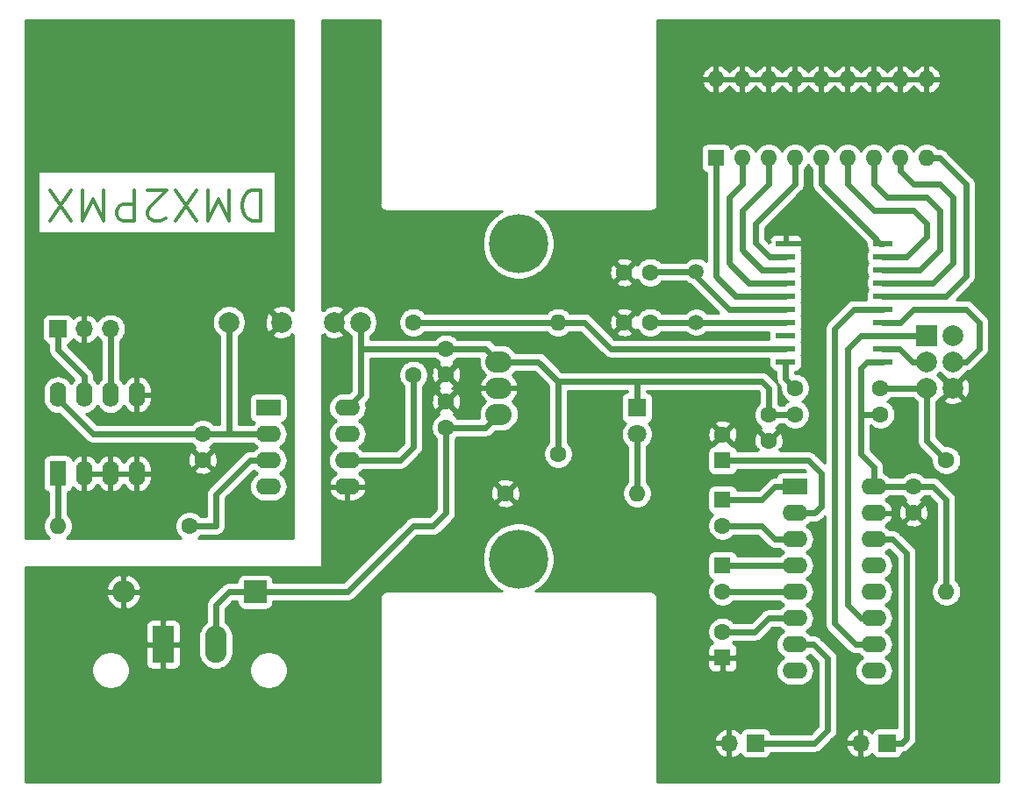
<source format=gbr>
G04 #@! TF.GenerationSoftware,KiCad,Pcbnew,(5.1.8)-1*
G04 #@! TF.CreationDate,2021-02-06T21:19:27+01:00*
G04 #@! TF.ProjectId,DMX2PMX,444d5832-504d-4582-9e6b-696361645f70,rev?*
G04 #@! TF.SameCoordinates,PX21e9a40PY3c8eee0*
G04 #@! TF.FileFunction,Copper,L2,Bot*
G04 #@! TF.FilePolarity,Positive*
%FSLAX46Y46*%
G04 Gerber Fmt 4.6, Leading zero omitted, Abs format (unit mm)*
G04 Created by KiCad (PCBNEW (5.1.8)-1) date 2021-02-06 21:19:27*
%MOMM*%
%LPD*%
G01*
G04 APERTURE LIST*
G04 #@! TA.AperFunction,NonConductor*
%ADD10C,0.300000*%
G04 #@! TD*
G04 #@! TA.AperFunction,ComponentPad*
%ADD11C,5.700000*%
G04 #@! TD*
G04 #@! TA.AperFunction,SMDPad,CuDef*
%ADD12R,1.950000X0.600000*%
G04 #@! TD*
G04 #@! TA.AperFunction,ComponentPad*
%ADD13C,1.600000*%
G04 #@! TD*
G04 #@! TA.AperFunction,ComponentPad*
%ADD14R,1.600000X1.600000*%
G04 #@! TD*
G04 #@! TA.AperFunction,ComponentPad*
%ADD15O,1.600000X1.600000*%
G04 #@! TD*
G04 #@! TA.AperFunction,ComponentPad*
%ADD16C,1.500000*%
G04 #@! TD*
G04 #@! TA.AperFunction,ComponentPad*
%ADD17R,2.000000X2.000000*%
G04 #@! TD*
G04 #@! TA.AperFunction,ComponentPad*
%ADD18C,2.000000*%
G04 #@! TD*
G04 #@! TA.AperFunction,ComponentPad*
%ADD19O,2.540000X2.032000*%
G04 #@! TD*
G04 #@! TA.AperFunction,ComponentPad*
%ADD20R,2.200000X2.200000*%
G04 #@! TD*
G04 #@! TA.AperFunction,ComponentPad*
%ADD21O,2.200000X2.200000*%
G04 #@! TD*
G04 #@! TA.AperFunction,ComponentPad*
%ADD22R,1.800000X1.800000*%
G04 #@! TD*
G04 #@! TA.AperFunction,ComponentPad*
%ADD23C,1.800000*%
G04 #@! TD*
G04 #@! TA.AperFunction,ComponentPad*
%ADD24R,1.700000X1.700000*%
G04 #@! TD*
G04 #@! TA.AperFunction,ComponentPad*
%ADD25O,1.700000X1.700000*%
G04 #@! TD*
G04 #@! TA.AperFunction,ComponentPad*
%ADD26R,1.600000X2.400000*%
G04 #@! TD*
G04 #@! TA.AperFunction,ComponentPad*
%ADD27O,1.600000X2.400000*%
G04 #@! TD*
G04 #@! TA.AperFunction,ComponentPad*
%ADD28R,2.400000X1.600000*%
G04 #@! TD*
G04 #@! TA.AperFunction,ComponentPad*
%ADD29O,2.400000X1.600000*%
G04 #@! TD*
G04 #@! TA.AperFunction,ComponentPad*
%ADD30O,2.080000X3.600000*%
G04 #@! TD*
G04 #@! TA.AperFunction,ComponentPad*
%ADD31R,2.080000X3.600000*%
G04 #@! TD*
G04 #@! TA.AperFunction,ViaPad*
%ADD32C,1.600000*%
G04 #@! TD*
G04 #@! TA.AperFunction,Conductor*
%ADD33C,0.600000*%
G04 #@! TD*
G04 #@! TA.AperFunction,Conductor*
%ADD34C,0.254000*%
G04 #@! TD*
G04 #@! TA.AperFunction,Conductor*
%ADD35C,0.100000*%
G04 #@! TD*
G04 APERTURE END LIST*
D10*
X23335000Y-17057857D02*
X23335000Y-20057857D01*
X22620714Y-20057857D01*
X22192142Y-19915000D01*
X21906428Y-19629285D01*
X21763571Y-19343571D01*
X21620714Y-18772142D01*
X21620714Y-18343571D01*
X21763571Y-17772142D01*
X21906428Y-17486428D01*
X22192142Y-17200714D01*
X22620714Y-17057857D01*
X23335000Y-17057857D01*
X20335000Y-17057857D02*
X20335000Y-20057857D01*
X19335000Y-17915000D01*
X18335000Y-20057857D01*
X18335000Y-17057857D01*
X17192142Y-20057857D02*
X15192142Y-17057857D01*
X15192142Y-20057857D02*
X17192142Y-17057857D01*
X14192142Y-19772142D02*
X14049285Y-19915000D01*
X13763571Y-20057857D01*
X13049285Y-20057857D01*
X12763571Y-19915000D01*
X12620714Y-19772142D01*
X12477857Y-19486428D01*
X12477857Y-19200714D01*
X12620714Y-18772142D01*
X14335000Y-17057857D01*
X12477857Y-17057857D01*
X11192142Y-17057857D02*
X11192142Y-20057857D01*
X10049285Y-20057857D01*
X9763571Y-19915000D01*
X9620714Y-19772142D01*
X9477857Y-19486428D01*
X9477857Y-19057857D01*
X9620714Y-18772142D01*
X9763571Y-18629285D01*
X10049285Y-18486428D01*
X11192142Y-18486428D01*
X8192142Y-17057857D02*
X8192142Y-20057857D01*
X7192142Y-17915000D01*
X6192142Y-20057857D01*
X6192142Y-17057857D01*
X5049285Y-20057857D02*
X3049285Y-17057857D01*
X3049285Y-20057857D02*
X5049285Y-17057857D01*
D11*
X48260000Y-52705000D03*
X48260000Y-22225000D03*
D12*
X74040000Y-33655000D03*
X74040000Y-32385000D03*
X74040000Y-31115000D03*
X74040000Y-29845000D03*
X74040000Y-28575000D03*
X74040000Y-27305000D03*
X74040000Y-26035000D03*
X74040000Y-24765000D03*
X74040000Y-23495000D03*
X74040000Y-22225000D03*
X83440000Y-22225000D03*
X83440000Y-23495000D03*
X83440000Y-24765000D03*
X83440000Y-26035000D03*
X83440000Y-27305000D03*
X83440000Y-28575000D03*
X83440000Y-29845000D03*
X83440000Y-31115000D03*
X83440000Y-32385000D03*
X83440000Y-33655000D03*
D13*
X60960000Y-29845000D03*
X58460000Y-29845000D03*
X60960000Y-25019000D03*
X58460000Y-25019000D03*
D14*
X67310000Y-13970000D03*
D15*
X87630000Y-6350000D03*
X69850000Y-13970000D03*
X85090000Y-6350000D03*
X72390000Y-13970000D03*
X82550000Y-6350000D03*
X74930000Y-13970000D03*
X80010000Y-6350000D03*
X77470000Y-13970000D03*
X77470000Y-6350000D03*
X80010000Y-13970000D03*
X74930000Y-6350000D03*
X82550000Y-13970000D03*
X72390000Y-6350000D03*
X85090000Y-13970000D03*
X69850000Y-6350000D03*
X87630000Y-13970000D03*
X67310000Y-6350000D03*
D16*
X65405000Y-29845000D03*
X65405000Y-24965000D03*
D17*
X87630000Y-31115000D03*
D18*
X87630000Y-33655000D03*
X87630000Y-36195000D03*
X90170000Y-31115000D03*
X90170000Y-33655000D03*
X90170000Y-36195000D03*
D13*
X41275000Y-32385000D03*
X41275000Y-34885000D03*
D19*
X46355000Y-36195000D03*
X46355000Y-33655000D03*
X46355000Y-38735000D03*
D13*
X89535000Y-43180000D03*
D15*
X89535000Y-55880000D03*
D13*
X17780000Y-40640000D03*
X17780000Y-43140000D03*
D14*
X67945000Y-46990000D03*
D13*
X67945000Y-49490000D03*
X72390000Y-38775000D03*
X72390000Y-41275000D03*
D14*
X67945000Y-53340000D03*
D13*
X67945000Y-55840000D03*
D14*
X67945000Y-43180000D03*
D13*
X67945000Y-40680000D03*
X41275000Y-40005000D03*
X41275000Y-37505000D03*
D20*
X22860000Y-55880000D03*
D21*
X10160000Y-55880000D03*
D22*
X59690000Y-38100000D03*
D23*
X59690000Y-40640000D03*
D24*
X3810000Y-30480000D03*
D25*
X6350000Y-30480000D03*
X8890000Y-30480000D03*
D24*
X83820000Y-70485000D03*
D25*
X81280000Y-70485000D03*
D24*
X71120000Y-70485000D03*
D25*
X68580000Y-70485000D03*
D13*
X16510000Y-49530000D03*
D15*
X3810000Y-49530000D03*
D13*
X46990000Y-46355000D03*
D15*
X59690000Y-46355000D03*
D26*
X3810000Y-44450000D03*
D27*
X11430000Y-36830000D03*
X6350000Y-44450000D03*
X8890000Y-36830000D03*
X8890000Y-44450000D03*
X6350000Y-36830000D03*
X11430000Y-44450000D03*
X3810000Y-36830000D03*
D18*
X33020000Y-29845000D03*
X30480000Y-29845000D03*
X25400000Y-29845000D03*
X20320000Y-29845000D03*
D28*
X74930000Y-45720000D03*
D29*
X82550000Y-63500000D03*
X74930000Y-48260000D03*
X82550000Y-60960000D03*
X74930000Y-50800000D03*
X82550000Y-58420000D03*
X74930000Y-53340000D03*
X82550000Y-55880000D03*
X74930000Y-55880000D03*
X82550000Y-53340000D03*
X74930000Y-58420000D03*
X82550000Y-50800000D03*
X74930000Y-60960000D03*
X82550000Y-48260000D03*
X74930000Y-63500000D03*
X82550000Y-45720000D03*
D14*
X67945000Y-62230000D03*
D13*
X67945000Y-59730000D03*
X86360000Y-48220000D03*
X86360000Y-45720000D03*
D30*
X19050000Y-60960000D03*
D31*
X13970000Y-60960000D03*
D15*
X52070000Y-29845000D03*
D13*
X52070000Y-42545000D03*
D29*
X31750000Y-38100000D03*
X24130000Y-45720000D03*
X31750000Y-40640000D03*
X24130000Y-43180000D03*
X31750000Y-43180000D03*
X24130000Y-40640000D03*
X31750000Y-45720000D03*
D28*
X24130000Y-38100000D03*
D32*
X83185000Y-38735000D03*
X74930000Y-38735000D03*
X74930000Y-36195000D03*
X83185000Y-36195000D03*
X38100000Y-34925000D03*
X38100000Y-29845000D03*
D33*
X74040000Y-29845000D02*
X68580000Y-29845000D01*
X68580000Y-29845000D02*
X64135000Y-29845000D01*
X64770000Y-29845000D02*
X64135000Y-29845000D01*
X64135000Y-29845000D02*
X61595000Y-29845000D01*
X61595000Y-24965000D02*
X64970000Y-24965000D01*
X68580000Y-28575000D02*
X74040000Y-28575000D01*
X68580000Y-28575000D02*
X64970000Y-24965000D01*
X45085000Y-32385000D02*
X46355000Y-33655000D01*
X41275000Y-32385000D02*
X45085000Y-32385000D01*
X82550000Y-45720000D02*
X86360000Y-45720000D01*
X89535000Y-55880000D02*
X89535000Y-46990000D01*
X89535000Y-46990000D02*
X88265000Y-45720000D01*
X88265000Y-45720000D02*
X86360000Y-45720000D01*
X83185000Y-38735000D02*
X81280000Y-38735000D01*
X41275000Y-32385000D02*
X33020000Y-32385000D01*
X81865000Y-33655000D02*
X81280000Y-34240000D01*
X83440000Y-33655000D02*
X81865000Y-33655000D01*
X81280000Y-34240000D02*
X81280000Y-42545000D01*
X82550000Y-43815000D02*
X82550000Y-45720000D01*
X81280000Y-42545000D02*
X82550000Y-43815000D01*
X72390000Y-36195000D02*
X72390000Y-38775000D01*
X72430000Y-38735000D02*
X72390000Y-38775000D01*
X74930000Y-38735000D02*
X72430000Y-38735000D01*
X33020000Y-31750000D02*
X33020000Y-29845000D01*
X31750000Y-38100000D02*
X33020000Y-36830000D01*
X33020000Y-36830000D02*
X33020000Y-31750000D01*
X50165000Y-33655000D02*
X52070000Y-35560000D01*
X52070000Y-42545000D02*
X52070000Y-35560000D01*
X46355000Y-33655000D02*
X50165000Y-33655000D01*
X71755000Y-35560000D02*
X72390000Y-36195000D01*
X59690000Y-38100000D02*
X59690000Y-35560000D01*
X52070000Y-35560000D02*
X59690000Y-35560000D01*
X59690000Y-35560000D02*
X71755000Y-35560000D01*
X22330000Y-40640000D02*
X24130000Y-40640000D01*
X3810000Y-37230000D02*
X7220000Y-40640000D01*
X3810000Y-36830000D02*
X3810000Y-37230000D01*
X20320000Y-31750000D02*
X20320000Y-40640000D01*
X7220000Y-40640000D02*
X17780000Y-40640000D01*
X20320000Y-40640000D02*
X22330000Y-40640000D01*
X20320000Y-40640000D02*
X17780000Y-40640000D01*
X20320000Y-31750000D02*
X20320000Y-29845000D01*
X74930000Y-45720000D02*
X73025000Y-45720000D01*
X71755000Y-46990000D02*
X68580000Y-46990000D01*
X73025000Y-45720000D02*
X71755000Y-46990000D01*
X74930000Y-50800000D02*
X73025000Y-50800000D01*
X71715000Y-49490000D02*
X68580000Y-49490000D01*
X73025000Y-50800000D02*
X71715000Y-49490000D01*
X74930000Y-53340000D02*
X68580000Y-53340000D01*
X68620000Y-55880000D02*
X68580000Y-55840000D01*
X74930000Y-55880000D02*
X68620000Y-55880000D01*
X76200000Y-43180000D02*
X68580000Y-43180000D01*
X77470000Y-44450000D02*
X76200000Y-43180000D01*
X77470000Y-47625000D02*
X77470000Y-44450000D01*
X74930000Y-48260000D02*
X76835000Y-48260000D01*
X76835000Y-48260000D02*
X77470000Y-47625000D01*
X83440000Y-31115000D02*
X87630000Y-31115000D01*
X81280000Y-31115000D02*
X83440000Y-31115000D01*
X80010000Y-32385000D02*
X81280000Y-31115000D01*
X80010000Y-57150000D02*
X80010000Y-32385000D01*
X82550000Y-58420000D02*
X81280000Y-58420000D01*
X81280000Y-58420000D02*
X80010000Y-57150000D01*
X85015000Y-32385000D02*
X86285000Y-33655000D01*
X83440000Y-32385000D02*
X85015000Y-32385000D01*
X86285000Y-33655000D02*
X87630000Y-33655000D01*
X87630000Y-41275000D02*
X89535000Y-43180000D01*
X87630000Y-36195000D02*
X87630000Y-38735000D01*
X87630000Y-36195000D02*
X85090000Y-36195000D01*
X74930000Y-36195000D02*
X74040000Y-35305000D01*
X74040000Y-33655000D02*
X74040000Y-35305000D01*
X87630000Y-41275000D02*
X87630000Y-38735000D01*
X85090000Y-36195000D02*
X83185000Y-36195000D01*
X91440000Y-33655000D02*
X90170000Y-33655000D01*
X85090000Y-29845000D02*
X86360000Y-28575000D01*
X83440000Y-29845000D02*
X85090000Y-29845000D01*
X86360000Y-28575000D02*
X91440000Y-28575000D01*
X91440000Y-28575000D02*
X92710000Y-29845000D01*
X92710000Y-29845000D02*
X92710000Y-32385000D01*
X92710000Y-32385000D02*
X91440000Y-33655000D01*
X59690000Y-46355000D02*
X59690000Y-40640000D01*
X6350000Y-35030000D02*
X3810000Y-32490000D01*
X6350000Y-36830000D02*
X6350000Y-35030000D01*
X3810000Y-32490000D02*
X3810000Y-30480000D01*
X8890000Y-36830000D02*
X8890000Y-30480000D01*
X84350000Y-50800000D02*
X82550000Y-50800000D01*
X85725000Y-52175000D02*
X84350000Y-50800000D01*
X85725000Y-70030000D02*
X85725000Y-52175000D01*
X83820000Y-70485000D02*
X85270000Y-70485000D01*
X85270000Y-70485000D02*
X85725000Y-70030000D01*
X76730000Y-60960000D02*
X78105000Y-62335000D01*
X74930000Y-60960000D02*
X76730000Y-60960000D01*
X78105000Y-62335000D02*
X78105000Y-69215000D01*
X76835000Y-70485000D02*
X71120000Y-70485000D01*
X78105000Y-69215000D02*
X76835000Y-70485000D01*
X19050000Y-49530000D02*
X16510000Y-49530000D01*
X19050000Y-46460000D02*
X19050000Y-49530000D01*
X24130000Y-43180000D02*
X22330000Y-43180000D01*
X22330000Y-43180000D02*
X19050000Y-46460000D01*
X3810000Y-49530000D02*
X3810000Y-44450000D01*
X80010000Y-16510000D02*
X80010000Y-13970000D01*
X85725000Y-23495000D02*
X87630000Y-21590000D01*
X87630000Y-21590000D02*
X87630000Y-20320000D01*
X83440000Y-23495000D02*
X85725000Y-23495000D01*
X87630000Y-20320000D02*
X86360000Y-19050000D01*
X86360000Y-19050000D02*
X82550000Y-19050000D01*
X82550000Y-19050000D02*
X80010000Y-16510000D01*
X82550000Y-16510000D02*
X82550000Y-13970000D01*
X83440000Y-24765000D02*
X86995000Y-24765000D01*
X86995000Y-24765000D02*
X88900000Y-22860000D01*
X88900000Y-22860000D02*
X88900000Y-19050000D01*
X88900000Y-19050000D02*
X87630000Y-17780000D01*
X87630000Y-17780000D02*
X83820000Y-17780000D01*
X83820000Y-17780000D02*
X82550000Y-16510000D01*
X85090000Y-15240000D02*
X85090000Y-13970000D01*
X88265000Y-26035000D02*
X90170000Y-24130000D01*
X83440000Y-26035000D02*
X88265000Y-26035000D01*
X90170000Y-24130000D02*
X90170000Y-17780000D01*
X90170000Y-17780000D02*
X88900000Y-16510000D01*
X88900000Y-16510000D02*
X86360000Y-16510000D01*
X86360000Y-16510000D02*
X85090000Y-15240000D01*
X83440000Y-27305000D02*
X89535000Y-27305000D01*
X89535000Y-27305000D02*
X91440000Y-25400000D01*
X91440000Y-16510000D02*
X88900000Y-13970000D01*
X88900000Y-13970000D02*
X87630000Y-13970000D01*
X91440000Y-25400000D02*
X91440000Y-16510000D01*
X73025000Y-27305000D02*
X74040000Y-27305000D01*
X69215000Y-27305000D02*
X73025000Y-27305000D01*
X67310000Y-25400000D02*
X69215000Y-27305000D01*
X67310000Y-13970000D02*
X67310000Y-25400000D01*
X70485000Y-26035000D02*
X74040000Y-26035000D01*
X68580000Y-24130000D02*
X70485000Y-26035000D01*
X68580000Y-17780000D02*
X68580000Y-24130000D01*
X69850000Y-13970000D02*
X69850000Y-16510000D01*
X69850000Y-16510000D02*
X68580000Y-17780000D01*
X72390000Y-16510000D02*
X72390000Y-13970000D01*
X69850000Y-19050000D02*
X72390000Y-16510000D01*
X69850000Y-22860000D02*
X69850000Y-19050000D01*
X74040000Y-24765000D02*
X71755000Y-24765000D01*
X71755000Y-24765000D02*
X69850000Y-22860000D01*
X74930000Y-16510000D02*
X74930000Y-13970000D01*
X71120000Y-20320000D02*
X74930000Y-16510000D01*
X71120000Y-22150000D02*
X71120000Y-20320000D01*
X72465000Y-23495000D02*
X71120000Y-22150000D01*
X74040000Y-23495000D02*
X72465000Y-23495000D01*
X77470000Y-15101370D02*
X77470000Y-13970000D01*
X77470000Y-16510000D02*
X77470000Y-15101370D01*
X83185000Y-22225000D02*
X77470000Y-16510000D01*
X83440000Y-22225000D02*
X83185000Y-22225000D01*
X80645000Y-28575000D02*
X83440000Y-28575000D01*
X78740000Y-30480000D02*
X80645000Y-28575000D01*
X78740000Y-58950000D02*
X78740000Y-30480000D01*
X82550000Y-60960000D02*
X80750000Y-60960000D01*
X80750000Y-60960000D02*
X78740000Y-58950000D01*
X74930000Y-58420000D02*
X72390000Y-58420000D01*
X71080000Y-59730000D02*
X68580000Y-59730000D01*
X72390000Y-58420000D02*
X71080000Y-59730000D01*
X19050000Y-60960000D02*
X19050000Y-60200000D01*
X46355000Y-38735000D02*
X45085000Y-40005000D01*
X45085000Y-40005000D02*
X41275000Y-40005000D01*
X20320000Y-55880000D02*
X22860000Y-55880000D01*
X19050000Y-60960000D02*
X19050000Y-57150000D01*
X19050000Y-57150000D02*
X20320000Y-55880000D01*
X41275000Y-45720000D02*
X41275000Y-40005000D01*
X41275000Y-46355000D02*
X41275000Y-45720000D01*
X41275000Y-48260000D02*
X41275000Y-45720000D01*
X40005000Y-49530000D02*
X41275000Y-48260000D01*
X38100000Y-49530000D02*
X40005000Y-49530000D01*
X31750000Y-55880000D02*
X38100000Y-49530000D01*
X23370000Y-55880000D02*
X31750000Y-55880000D01*
X38100000Y-40005000D02*
X38100000Y-34925000D01*
X38100000Y-41910000D02*
X38100000Y-40005000D01*
X31750000Y-43180000D02*
X36830000Y-43180000D01*
X36830000Y-43180000D02*
X38100000Y-41910000D01*
X57150000Y-32385000D02*
X74040000Y-32385000D01*
X54610000Y-29845000D02*
X57150000Y-32385000D01*
X38100000Y-29845000D02*
X54610000Y-29845000D01*
D34*
X26543000Y-28665442D02*
X26471475Y-28593917D01*
X26355807Y-28709585D01*
X26260044Y-28445186D01*
X25970429Y-28304296D01*
X25658892Y-28222616D01*
X25337405Y-28203282D01*
X25018325Y-28247039D01*
X24713912Y-28352205D01*
X24539956Y-28445186D01*
X24444192Y-28709587D01*
X25400000Y-29665395D01*
X25414143Y-29651253D01*
X25593748Y-29830858D01*
X25579605Y-29845000D01*
X25593748Y-29859143D01*
X25414143Y-30038748D01*
X25400000Y-30024605D01*
X24444192Y-30980413D01*
X24539956Y-31244814D01*
X24829571Y-31385704D01*
X25141108Y-31467384D01*
X25462595Y-31486718D01*
X25781675Y-31442961D01*
X26086088Y-31337795D01*
X26260044Y-31244814D01*
X26355807Y-30980415D01*
X26471475Y-31096083D01*
X26543000Y-31024558D01*
X26543000Y-50673000D01*
X17382311Y-50673000D01*
X17424759Y-50644637D01*
X17604396Y-50465000D01*
X19004068Y-50465000D01*
X19050000Y-50469524D01*
X19095932Y-50465000D01*
X19233292Y-50451471D01*
X19409540Y-50398007D01*
X19571972Y-50311186D01*
X19714344Y-50194344D01*
X19831186Y-50051972D01*
X19918007Y-49889540D01*
X19971471Y-49713292D01*
X19989524Y-49530000D01*
X19985000Y-49484068D01*
X19985000Y-46847289D01*
X22675364Y-44156926D01*
X22710392Y-44199608D01*
X22928899Y-44378932D01*
X23061858Y-44450000D01*
X22928899Y-44521068D01*
X22710392Y-44700392D01*
X22531068Y-44918899D01*
X22397818Y-45168192D01*
X22315764Y-45438691D01*
X22288057Y-45720000D01*
X22315764Y-46001309D01*
X22397818Y-46271808D01*
X22531068Y-46521101D01*
X22710392Y-46739608D01*
X22928899Y-46918932D01*
X23178192Y-47052182D01*
X23448691Y-47134236D01*
X23659508Y-47155000D01*
X24600492Y-47155000D01*
X24811309Y-47134236D01*
X25081808Y-47052182D01*
X25331101Y-46918932D01*
X25549608Y-46739608D01*
X25728932Y-46521101D01*
X25862182Y-46271808D01*
X25944236Y-46001309D01*
X25971943Y-45720000D01*
X25944236Y-45438691D01*
X25862182Y-45168192D01*
X25728932Y-44918899D01*
X25549608Y-44700392D01*
X25331101Y-44521068D01*
X25198142Y-44450000D01*
X25331101Y-44378932D01*
X25549608Y-44199608D01*
X25728932Y-43981101D01*
X25862182Y-43731808D01*
X25944236Y-43461309D01*
X25971943Y-43180000D01*
X25944236Y-42898691D01*
X25862182Y-42628192D01*
X25728932Y-42378899D01*
X25549608Y-42160392D01*
X25331101Y-41981068D01*
X25198142Y-41910000D01*
X25331101Y-41838932D01*
X25549608Y-41659608D01*
X25728932Y-41441101D01*
X25862182Y-41191808D01*
X25944236Y-40921309D01*
X25971943Y-40640000D01*
X25944236Y-40358691D01*
X25862182Y-40088192D01*
X25728932Y-39838899D01*
X25549608Y-39620392D01*
X25436518Y-39527581D01*
X25454482Y-39525812D01*
X25574180Y-39489502D01*
X25684494Y-39430537D01*
X25781185Y-39351185D01*
X25860537Y-39254494D01*
X25919502Y-39144180D01*
X25955812Y-39024482D01*
X25968072Y-38900000D01*
X25968072Y-37300000D01*
X25955812Y-37175518D01*
X25919502Y-37055820D01*
X25860537Y-36945506D01*
X25781185Y-36848815D01*
X25684494Y-36769463D01*
X25574180Y-36710498D01*
X25454482Y-36674188D01*
X25330000Y-36661928D01*
X22930000Y-36661928D01*
X22805518Y-36674188D01*
X22685820Y-36710498D01*
X22575506Y-36769463D01*
X22478815Y-36848815D01*
X22399463Y-36945506D01*
X22340498Y-37055820D01*
X22304188Y-37175518D01*
X22291928Y-37300000D01*
X22291928Y-38900000D01*
X22304188Y-39024482D01*
X22340498Y-39144180D01*
X22399463Y-39254494D01*
X22478815Y-39351185D01*
X22575506Y-39430537D01*
X22685820Y-39489502D01*
X22805518Y-39525812D01*
X22823482Y-39527581D01*
X22710392Y-39620392D01*
X22640956Y-39705000D01*
X21255000Y-39705000D01*
X21255000Y-31186651D01*
X21362252Y-31114987D01*
X21589987Y-30887252D01*
X21768918Y-30619463D01*
X21892168Y-30321912D01*
X21955000Y-30006033D01*
X21955000Y-29907595D01*
X23758282Y-29907595D01*
X23802039Y-30226675D01*
X23907205Y-30531088D01*
X24000186Y-30705044D01*
X24264587Y-30800808D01*
X25220395Y-29845000D01*
X24264587Y-28889192D01*
X24000186Y-28984956D01*
X23859296Y-29274571D01*
X23777616Y-29586108D01*
X23758282Y-29907595D01*
X21955000Y-29907595D01*
X21955000Y-29683967D01*
X21892168Y-29368088D01*
X21768918Y-29070537D01*
X21589987Y-28802748D01*
X21362252Y-28575013D01*
X21094463Y-28396082D01*
X20796912Y-28272832D01*
X20481033Y-28210000D01*
X20158967Y-28210000D01*
X19843088Y-28272832D01*
X19545537Y-28396082D01*
X19277748Y-28575013D01*
X19050013Y-28802748D01*
X18871082Y-29070537D01*
X18747832Y-29368088D01*
X18685000Y-29683967D01*
X18685000Y-30006033D01*
X18747832Y-30321912D01*
X18871082Y-30619463D01*
X19050013Y-30887252D01*
X19277748Y-31114987D01*
X19385000Y-31186651D01*
X19385000Y-31704069D01*
X19385001Y-39705000D01*
X18874396Y-39705000D01*
X18694759Y-39525363D01*
X18459727Y-39368320D01*
X18198574Y-39260147D01*
X17921335Y-39205000D01*
X17638665Y-39205000D01*
X17361426Y-39260147D01*
X17100273Y-39368320D01*
X16865241Y-39525363D01*
X16685604Y-39705000D01*
X7607290Y-39705000D01*
X6554127Y-38651838D01*
X6631309Y-38644236D01*
X6901808Y-38562182D01*
X7151101Y-38428932D01*
X7369608Y-38249608D01*
X7548932Y-38031101D01*
X7620000Y-37898142D01*
X7691068Y-38031101D01*
X7870393Y-38249608D01*
X8088900Y-38428932D01*
X8338193Y-38562182D01*
X8608692Y-38644236D01*
X8890000Y-38671943D01*
X9171309Y-38644236D01*
X9441808Y-38562182D01*
X9691101Y-38428932D01*
X9909608Y-38249608D01*
X10088932Y-38031101D01*
X10157265Y-37903259D01*
X10307399Y-38132839D01*
X10505105Y-38334500D01*
X10738354Y-38493715D01*
X10998182Y-38604367D01*
X11080961Y-38621904D01*
X11303000Y-38499915D01*
X11303000Y-36957000D01*
X11557000Y-36957000D01*
X11557000Y-38499915D01*
X11779039Y-38621904D01*
X11861818Y-38604367D01*
X12121646Y-38493715D01*
X12354895Y-38334500D01*
X12552601Y-38132839D01*
X12707166Y-37896483D01*
X12812650Y-37634514D01*
X12865000Y-37357000D01*
X12865000Y-36957000D01*
X11557000Y-36957000D01*
X11303000Y-36957000D01*
X11283000Y-36957000D01*
X11283000Y-36703000D01*
X11303000Y-36703000D01*
X11303000Y-35160085D01*
X11557000Y-35160085D01*
X11557000Y-36703000D01*
X12865000Y-36703000D01*
X12865000Y-36303000D01*
X12812650Y-36025486D01*
X12707166Y-35763517D01*
X12552601Y-35527161D01*
X12354895Y-35325500D01*
X12121646Y-35166285D01*
X11861818Y-35055633D01*
X11779039Y-35038096D01*
X11557000Y-35160085D01*
X11303000Y-35160085D01*
X11080961Y-35038096D01*
X10998182Y-35055633D01*
X10738354Y-35166285D01*
X10505105Y-35325500D01*
X10307399Y-35527161D01*
X10157265Y-35756741D01*
X10088932Y-35628899D01*
X9909607Y-35410392D01*
X9825000Y-35340957D01*
X9825000Y-31641247D01*
X9836632Y-31633475D01*
X10043475Y-31426632D01*
X10205990Y-31183411D01*
X10317932Y-30913158D01*
X10375000Y-30626260D01*
X10375000Y-30333740D01*
X10317932Y-30046842D01*
X10205990Y-29776589D01*
X10043475Y-29533368D01*
X9836632Y-29326525D01*
X9593411Y-29164010D01*
X9323158Y-29052068D01*
X9036260Y-28995000D01*
X8743740Y-28995000D01*
X8456842Y-29052068D01*
X8186589Y-29164010D01*
X7943368Y-29326525D01*
X7736525Y-29533368D01*
X7614805Y-29715534D01*
X7545178Y-29598645D01*
X7350269Y-29382412D01*
X7116920Y-29208359D01*
X6854099Y-29083175D01*
X6706890Y-29038524D01*
X6477000Y-29159845D01*
X6477000Y-30353000D01*
X6497000Y-30353000D01*
X6497000Y-30607000D01*
X6477000Y-30607000D01*
X6477000Y-31800155D01*
X6706890Y-31921476D01*
X6854099Y-31876825D01*
X7116920Y-31751641D01*
X7350269Y-31577588D01*
X7545178Y-31361355D01*
X7614805Y-31244466D01*
X7736525Y-31426632D01*
X7943368Y-31633475D01*
X7955001Y-31641248D01*
X7955000Y-35340956D01*
X7870392Y-35410393D01*
X7691068Y-35628900D01*
X7620000Y-35761858D01*
X7548932Y-35628899D01*
X7369607Y-35410392D01*
X7285000Y-35340957D01*
X7285000Y-35075924D01*
X7289523Y-35029999D01*
X7285000Y-34984074D01*
X7285000Y-34984068D01*
X7271471Y-34846708D01*
X7218007Y-34670460D01*
X7131186Y-34508028D01*
X7014344Y-34365656D01*
X6978664Y-34336374D01*
X4745000Y-32102711D01*
X4745000Y-31959701D01*
X4784482Y-31955812D01*
X4904180Y-31919502D01*
X5014494Y-31860537D01*
X5111185Y-31781185D01*
X5190537Y-31684494D01*
X5249502Y-31574180D01*
X5273966Y-31493534D01*
X5349731Y-31577588D01*
X5583080Y-31751641D01*
X5845901Y-31876825D01*
X5993110Y-31921476D01*
X6223000Y-31800155D01*
X6223000Y-30607000D01*
X6203000Y-30607000D01*
X6203000Y-30353000D01*
X6223000Y-30353000D01*
X6223000Y-29159845D01*
X5993110Y-29038524D01*
X5845901Y-29083175D01*
X5583080Y-29208359D01*
X5349731Y-29382412D01*
X5273966Y-29466466D01*
X5249502Y-29385820D01*
X5190537Y-29275506D01*
X5111185Y-29178815D01*
X5014494Y-29099463D01*
X4904180Y-29040498D01*
X4784482Y-29004188D01*
X4660000Y-28991928D01*
X2960000Y-28991928D01*
X2835518Y-29004188D01*
X2715820Y-29040498D01*
X2605506Y-29099463D01*
X2508815Y-29178815D01*
X2429463Y-29275506D01*
X2370498Y-29385820D01*
X2334188Y-29505518D01*
X2321928Y-29630000D01*
X2321928Y-31330000D01*
X2334188Y-31454482D01*
X2370498Y-31574180D01*
X2429463Y-31684494D01*
X2508815Y-31781185D01*
X2605506Y-31860537D01*
X2715820Y-31919502D01*
X2835518Y-31955812D01*
X2875000Y-31959701D01*
X2875000Y-32444068D01*
X2870476Y-32490000D01*
X2875000Y-32535931D01*
X2888529Y-32673291D01*
X2941993Y-32849539D01*
X3028814Y-33011971D01*
X3145656Y-33154344D01*
X3181341Y-33183630D01*
X5373074Y-35375364D01*
X5330392Y-35410393D01*
X5151068Y-35628900D01*
X5080000Y-35761858D01*
X5008932Y-35628899D01*
X4829607Y-35410392D01*
X4611100Y-35231068D01*
X4361807Y-35097818D01*
X4091308Y-35015764D01*
X3810000Y-34988057D01*
X3528691Y-35015764D01*
X3258192Y-35097818D01*
X3008899Y-35231068D01*
X2790392Y-35410393D01*
X2611068Y-35628900D01*
X2477818Y-35878193D01*
X2395764Y-36148692D01*
X2375000Y-36359509D01*
X2375000Y-37300492D01*
X2395764Y-37511309D01*
X2477818Y-37781808D01*
X2611068Y-38031101D01*
X2790393Y-38249608D01*
X3008900Y-38428932D01*
X3258193Y-38562182D01*
X3528692Y-38644236D01*
X3810000Y-38671943D01*
X3918925Y-38661215D01*
X6526374Y-41268664D01*
X6555656Y-41304344D01*
X6698028Y-41421186D01*
X6860460Y-41508007D01*
X6983243Y-41545253D01*
X7036707Y-41561471D01*
X7219999Y-41579524D01*
X7265931Y-41575000D01*
X16685604Y-41575000D01*
X16865241Y-41754637D01*
X17065869Y-41888692D01*
X17038486Y-41903329D01*
X16966903Y-42147298D01*
X17780000Y-42960395D01*
X18593097Y-42147298D01*
X18521514Y-41903329D01*
X18492659Y-41889676D01*
X18694759Y-41754637D01*
X18874396Y-41575000D01*
X20274068Y-41575000D01*
X20320000Y-41579524D01*
X20365932Y-41575000D01*
X22640956Y-41575000D01*
X22710392Y-41659608D01*
X22928899Y-41838932D01*
X23061858Y-41910000D01*
X22928899Y-41981068D01*
X22710392Y-42160392D01*
X22640956Y-42245000D01*
X22375924Y-42245000D01*
X22329999Y-42240477D01*
X22284074Y-42245000D01*
X22284068Y-42245000D01*
X22165110Y-42256717D01*
X22146707Y-42258529D01*
X22093243Y-42274747D01*
X21970460Y-42311993D01*
X21808028Y-42398814D01*
X21665656Y-42515656D01*
X21636374Y-42551336D01*
X18421341Y-45766370D01*
X18385656Y-45795656D01*
X18268814Y-45938029D01*
X18181993Y-46100461D01*
X18144407Y-46224367D01*
X18128529Y-46276709D01*
X18110476Y-46460000D01*
X18115000Y-46505932D01*
X18115001Y-48595000D01*
X17604396Y-48595000D01*
X17424759Y-48415363D01*
X17189727Y-48258320D01*
X16928574Y-48150147D01*
X16651335Y-48095000D01*
X16368665Y-48095000D01*
X16091426Y-48150147D01*
X15830273Y-48258320D01*
X15595241Y-48415363D01*
X15395363Y-48615241D01*
X15238320Y-48850273D01*
X15130147Y-49111426D01*
X15075000Y-49388665D01*
X15075000Y-49671335D01*
X15130147Y-49948574D01*
X15238320Y-50209727D01*
X15395363Y-50444759D01*
X15595241Y-50644637D01*
X15637689Y-50673000D01*
X4682311Y-50673000D01*
X4724759Y-50644637D01*
X4924637Y-50444759D01*
X5081680Y-50209727D01*
X5189853Y-49948574D01*
X5245000Y-49671335D01*
X5245000Y-49388665D01*
X5189853Y-49111426D01*
X5081680Y-48850273D01*
X4924637Y-48615241D01*
X4745000Y-48435604D01*
X4745000Y-46272621D01*
X4854180Y-46239502D01*
X4964494Y-46180537D01*
X5061185Y-46101185D01*
X5140537Y-46004494D01*
X5199502Y-45894180D01*
X5235812Y-45774482D01*
X5236981Y-45762613D01*
X5425105Y-45954500D01*
X5658354Y-46113715D01*
X5918182Y-46224367D01*
X6000961Y-46241904D01*
X6223000Y-46119915D01*
X6223000Y-44577000D01*
X6477000Y-44577000D01*
X6477000Y-46119915D01*
X6699039Y-46241904D01*
X6781818Y-46224367D01*
X7041646Y-46113715D01*
X7274895Y-45954500D01*
X7472601Y-45752839D01*
X7620000Y-45527441D01*
X7767399Y-45752839D01*
X7965105Y-45954500D01*
X8198354Y-46113715D01*
X8458182Y-46224367D01*
X8540961Y-46241904D01*
X8763000Y-46119915D01*
X8763000Y-44577000D01*
X9017000Y-44577000D01*
X9017000Y-46119915D01*
X9239039Y-46241904D01*
X9321818Y-46224367D01*
X9581646Y-46113715D01*
X9814895Y-45954500D01*
X10012601Y-45752839D01*
X10160000Y-45527441D01*
X10307399Y-45752839D01*
X10505105Y-45954500D01*
X10738354Y-46113715D01*
X10998182Y-46224367D01*
X11080961Y-46241904D01*
X11303000Y-46119915D01*
X11303000Y-44577000D01*
X11557000Y-44577000D01*
X11557000Y-46119915D01*
X11779039Y-46241904D01*
X11861818Y-46224367D01*
X12121646Y-46113715D01*
X12354895Y-45954500D01*
X12552601Y-45752839D01*
X12707166Y-45516483D01*
X12812650Y-45254514D01*
X12865000Y-44977000D01*
X12865000Y-44577000D01*
X11557000Y-44577000D01*
X11303000Y-44577000D01*
X9017000Y-44577000D01*
X8763000Y-44577000D01*
X6477000Y-44577000D01*
X6223000Y-44577000D01*
X6203000Y-44577000D01*
X6203000Y-44323000D01*
X6223000Y-44323000D01*
X6223000Y-42780085D01*
X6477000Y-42780085D01*
X6477000Y-44323000D01*
X8763000Y-44323000D01*
X8763000Y-42780085D01*
X9017000Y-42780085D01*
X9017000Y-44323000D01*
X11303000Y-44323000D01*
X11303000Y-42780085D01*
X11557000Y-42780085D01*
X11557000Y-44323000D01*
X12865000Y-44323000D01*
X12865000Y-44132702D01*
X16966903Y-44132702D01*
X17038486Y-44376671D01*
X17293996Y-44497571D01*
X17568184Y-44566300D01*
X17850512Y-44580217D01*
X18130130Y-44538787D01*
X18396292Y-44443603D01*
X18521514Y-44376671D01*
X18593097Y-44132702D01*
X17780000Y-43319605D01*
X16966903Y-44132702D01*
X12865000Y-44132702D01*
X12865000Y-43923000D01*
X12812650Y-43645486D01*
X12707166Y-43383517D01*
X12594030Y-43210512D01*
X16339783Y-43210512D01*
X16381213Y-43490130D01*
X16476397Y-43756292D01*
X16543329Y-43881514D01*
X16787298Y-43953097D01*
X17600395Y-43140000D01*
X17959605Y-43140000D01*
X18772702Y-43953097D01*
X19016671Y-43881514D01*
X19137571Y-43626004D01*
X19206300Y-43351816D01*
X19220217Y-43069488D01*
X19178787Y-42789870D01*
X19083603Y-42523708D01*
X19016671Y-42398486D01*
X18772702Y-42326903D01*
X17959605Y-43140000D01*
X17600395Y-43140000D01*
X16787298Y-42326903D01*
X16543329Y-42398486D01*
X16422429Y-42653996D01*
X16353700Y-42928184D01*
X16339783Y-43210512D01*
X12594030Y-43210512D01*
X12552601Y-43147161D01*
X12354895Y-42945500D01*
X12121646Y-42786285D01*
X11861818Y-42675633D01*
X11779039Y-42658096D01*
X11557000Y-42780085D01*
X11303000Y-42780085D01*
X11080961Y-42658096D01*
X10998182Y-42675633D01*
X10738354Y-42786285D01*
X10505105Y-42945500D01*
X10307399Y-43147161D01*
X10160000Y-43372559D01*
X10012601Y-43147161D01*
X9814895Y-42945500D01*
X9581646Y-42786285D01*
X9321818Y-42675633D01*
X9239039Y-42658096D01*
X9017000Y-42780085D01*
X8763000Y-42780085D01*
X8540961Y-42658096D01*
X8458182Y-42675633D01*
X8198354Y-42786285D01*
X7965105Y-42945500D01*
X7767399Y-43147161D01*
X7620000Y-43372559D01*
X7472601Y-43147161D01*
X7274895Y-42945500D01*
X7041646Y-42786285D01*
X6781818Y-42675633D01*
X6699039Y-42658096D01*
X6477000Y-42780085D01*
X6223000Y-42780085D01*
X6000961Y-42658096D01*
X5918182Y-42675633D01*
X5658354Y-42786285D01*
X5425105Y-42945500D01*
X5236981Y-43137387D01*
X5235812Y-43125518D01*
X5199502Y-43005820D01*
X5140537Y-42895506D01*
X5061185Y-42798815D01*
X4964494Y-42719463D01*
X4854180Y-42660498D01*
X4734482Y-42624188D01*
X4610000Y-42611928D01*
X3010000Y-42611928D01*
X2885518Y-42624188D01*
X2765820Y-42660498D01*
X2655506Y-42719463D01*
X2558815Y-42798815D01*
X2479463Y-42895506D01*
X2420498Y-43005820D01*
X2384188Y-43125518D01*
X2371928Y-43250000D01*
X2371928Y-45650000D01*
X2384188Y-45774482D01*
X2420498Y-45894180D01*
X2479463Y-46004494D01*
X2558815Y-46101185D01*
X2655506Y-46180537D01*
X2765820Y-46239502D01*
X2875001Y-46272622D01*
X2875000Y-48435604D01*
X2695363Y-48615241D01*
X2538320Y-48850273D01*
X2430147Y-49111426D01*
X2375000Y-49388665D01*
X2375000Y-49671335D01*
X2430147Y-49948574D01*
X2538320Y-50209727D01*
X2695363Y-50444759D01*
X2895241Y-50644637D01*
X2937689Y-50673000D01*
X710000Y-50673000D01*
X710000Y-15215000D01*
X1835714Y-15215000D01*
X1835714Y-21285000D01*
X24834285Y-21285000D01*
X24834285Y-15215000D01*
X1835714Y-15215000D01*
X710000Y-15215000D01*
X710000Y-710000D01*
X26543000Y-710000D01*
X26543000Y-28665442D01*
G04 #@! TA.AperFunction,Conductor*
D35*
G36*
X26543000Y-28665442D02*
G01*
X26471475Y-28593917D01*
X26355807Y-28709585D01*
X26260044Y-28445186D01*
X25970429Y-28304296D01*
X25658892Y-28222616D01*
X25337405Y-28203282D01*
X25018325Y-28247039D01*
X24713912Y-28352205D01*
X24539956Y-28445186D01*
X24444192Y-28709587D01*
X25400000Y-29665395D01*
X25414143Y-29651253D01*
X25593748Y-29830858D01*
X25579605Y-29845000D01*
X25593748Y-29859143D01*
X25414143Y-30038748D01*
X25400000Y-30024605D01*
X24444192Y-30980413D01*
X24539956Y-31244814D01*
X24829571Y-31385704D01*
X25141108Y-31467384D01*
X25462595Y-31486718D01*
X25781675Y-31442961D01*
X26086088Y-31337795D01*
X26260044Y-31244814D01*
X26355807Y-30980415D01*
X26471475Y-31096083D01*
X26543000Y-31024558D01*
X26543000Y-50673000D01*
X17382311Y-50673000D01*
X17424759Y-50644637D01*
X17604396Y-50465000D01*
X19004068Y-50465000D01*
X19050000Y-50469524D01*
X19095932Y-50465000D01*
X19233292Y-50451471D01*
X19409540Y-50398007D01*
X19571972Y-50311186D01*
X19714344Y-50194344D01*
X19831186Y-50051972D01*
X19918007Y-49889540D01*
X19971471Y-49713292D01*
X19989524Y-49530000D01*
X19985000Y-49484068D01*
X19985000Y-46847289D01*
X22675364Y-44156926D01*
X22710392Y-44199608D01*
X22928899Y-44378932D01*
X23061858Y-44450000D01*
X22928899Y-44521068D01*
X22710392Y-44700392D01*
X22531068Y-44918899D01*
X22397818Y-45168192D01*
X22315764Y-45438691D01*
X22288057Y-45720000D01*
X22315764Y-46001309D01*
X22397818Y-46271808D01*
X22531068Y-46521101D01*
X22710392Y-46739608D01*
X22928899Y-46918932D01*
X23178192Y-47052182D01*
X23448691Y-47134236D01*
X23659508Y-47155000D01*
X24600492Y-47155000D01*
X24811309Y-47134236D01*
X25081808Y-47052182D01*
X25331101Y-46918932D01*
X25549608Y-46739608D01*
X25728932Y-46521101D01*
X25862182Y-46271808D01*
X25944236Y-46001309D01*
X25971943Y-45720000D01*
X25944236Y-45438691D01*
X25862182Y-45168192D01*
X25728932Y-44918899D01*
X25549608Y-44700392D01*
X25331101Y-44521068D01*
X25198142Y-44450000D01*
X25331101Y-44378932D01*
X25549608Y-44199608D01*
X25728932Y-43981101D01*
X25862182Y-43731808D01*
X25944236Y-43461309D01*
X25971943Y-43180000D01*
X25944236Y-42898691D01*
X25862182Y-42628192D01*
X25728932Y-42378899D01*
X25549608Y-42160392D01*
X25331101Y-41981068D01*
X25198142Y-41910000D01*
X25331101Y-41838932D01*
X25549608Y-41659608D01*
X25728932Y-41441101D01*
X25862182Y-41191808D01*
X25944236Y-40921309D01*
X25971943Y-40640000D01*
X25944236Y-40358691D01*
X25862182Y-40088192D01*
X25728932Y-39838899D01*
X25549608Y-39620392D01*
X25436518Y-39527581D01*
X25454482Y-39525812D01*
X25574180Y-39489502D01*
X25684494Y-39430537D01*
X25781185Y-39351185D01*
X25860537Y-39254494D01*
X25919502Y-39144180D01*
X25955812Y-39024482D01*
X25968072Y-38900000D01*
X25968072Y-37300000D01*
X25955812Y-37175518D01*
X25919502Y-37055820D01*
X25860537Y-36945506D01*
X25781185Y-36848815D01*
X25684494Y-36769463D01*
X25574180Y-36710498D01*
X25454482Y-36674188D01*
X25330000Y-36661928D01*
X22930000Y-36661928D01*
X22805518Y-36674188D01*
X22685820Y-36710498D01*
X22575506Y-36769463D01*
X22478815Y-36848815D01*
X22399463Y-36945506D01*
X22340498Y-37055820D01*
X22304188Y-37175518D01*
X22291928Y-37300000D01*
X22291928Y-38900000D01*
X22304188Y-39024482D01*
X22340498Y-39144180D01*
X22399463Y-39254494D01*
X22478815Y-39351185D01*
X22575506Y-39430537D01*
X22685820Y-39489502D01*
X22805518Y-39525812D01*
X22823482Y-39527581D01*
X22710392Y-39620392D01*
X22640956Y-39705000D01*
X21255000Y-39705000D01*
X21255000Y-31186651D01*
X21362252Y-31114987D01*
X21589987Y-30887252D01*
X21768918Y-30619463D01*
X21892168Y-30321912D01*
X21955000Y-30006033D01*
X21955000Y-29907595D01*
X23758282Y-29907595D01*
X23802039Y-30226675D01*
X23907205Y-30531088D01*
X24000186Y-30705044D01*
X24264587Y-30800808D01*
X25220395Y-29845000D01*
X24264587Y-28889192D01*
X24000186Y-28984956D01*
X23859296Y-29274571D01*
X23777616Y-29586108D01*
X23758282Y-29907595D01*
X21955000Y-29907595D01*
X21955000Y-29683967D01*
X21892168Y-29368088D01*
X21768918Y-29070537D01*
X21589987Y-28802748D01*
X21362252Y-28575013D01*
X21094463Y-28396082D01*
X20796912Y-28272832D01*
X20481033Y-28210000D01*
X20158967Y-28210000D01*
X19843088Y-28272832D01*
X19545537Y-28396082D01*
X19277748Y-28575013D01*
X19050013Y-28802748D01*
X18871082Y-29070537D01*
X18747832Y-29368088D01*
X18685000Y-29683967D01*
X18685000Y-30006033D01*
X18747832Y-30321912D01*
X18871082Y-30619463D01*
X19050013Y-30887252D01*
X19277748Y-31114987D01*
X19385000Y-31186651D01*
X19385000Y-31704069D01*
X19385001Y-39705000D01*
X18874396Y-39705000D01*
X18694759Y-39525363D01*
X18459727Y-39368320D01*
X18198574Y-39260147D01*
X17921335Y-39205000D01*
X17638665Y-39205000D01*
X17361426Y-39260147D01*
X17100273Y-39368320D01*
X16865241Y-39525363D01*
X16685604Y-39705000D01*
X7607290Y-39705000D01*
X6554127Y-38651838D01*
X6631309Y-38644236D01*
X6901808Y-38562182D01*
X7151101Y-38428932D01*
X7369608Y-38249608D01*
X7548932Y-38031101D01*
X7620000Y-37898142D01*
X7691068Y-38031101D01*
X7870393Y-38249608D01*
X8088900Y-38428932D01*
X8338193Y-38562182D01*
X8608692Y-38644236D01*
X8890000Y-38671943D01*
X9171309Y-38644236D01*
X9441808Y-38562182D01*
X9691101Y-38428932D01*
X9909608Y-38249608D01*
X10088932Y-38031101D01*
X10157265Y-37903259D01*
X10307399Y-38132839D01*
X10505105Y-38334500D01*
X10738354Y-38493715D01*
X10998182Y-38604367D01*
X11080961Y-38621904D01*
X11303000Y-38499915D01*
X11303000Y-36957000D01*
X11557000Y-36957000D01*
X11557000Y-38499915D01*
X11779039Y-38621904D01*
X11861818Y-38604367D01*
X12121646Y-38493715D01*
X12354895Y-38334500D01*
X12552601Y-38132839D01*
X12707166Y-37896483D01*
X12812650Y-37634514D01*
X12865000Y-37357000D01*
X12865000Y-36957000D01*
X11557000Y-36957000D01*
X11303000Y-36957000D01*
X11283000Y-36957000D01*
X11283000Y-36703000D01*
X11303000Y-36703000D01*
X11303000Y-35160085D01*
X11557000Y-35160085D01*
X11557000Y-36703000D01*
X12865000Y-36703000D01*
X12865000Y-36303000D01*
X12812650Y-36025486D01*
X12707166Y-35763517D01*
X12552601Y-35527161D01*
X12354895Y-35325500D01*
X12121646Y-35166285D01*
X11861818Y-35055633D01*
X11779039Y-35038096D01*
X11557000Y-35160085D01*
X11303000Y-35160085D01*
X11080961Y-35038096D01*
X10998182Y-35055633D01*
X10738354Y-35166285D01*
X10505105Y-35325500D01*
X10307399Y-35527161D01*
X10157265Y-35756741D01*
X10088932Y-35628899D01*
X9909607Y-35410392D01*
X9825000Y-35340957D01*
X9825000Y-31641247D01*
X9836632Y-31633475D01*
X10043475Y-31426632D01*
X10205990Y-31183411D01*
X10317932Y-30913158D01*
X10375000Y-30626260D01*
X10375000Y-30333740D01*
X10317932Y-30046842D01*
X10205990Y-29776589D01*
X10043475Y-29533368D01*
X9836632Y-29326525D01*
X9593411Y-29164010D01*
X9323158Y-29052068D01*
X9036260Y-28995000D01*
X8743740Y-28995000D01*
X8456842Y-29052068D01*
X8186589Y-29164010D01*
X7943368Y-29326525D01*
X7736525Y-29533368D01*
X7614805Y-29715534D01*
X7545178Y-29598645D01*
X7350269Y-29382412D01*
X7116920Y-29208359D01*
X6854099Y-29083175D01*
X6706890Y-29038524D01*
X6477000Y-29159845D01*
X6477000Y-30353000D01*
X6497000Y-30353000D01*
X6497000Y-30607000D01*
X6477000Y-30607000D01*
X6477000Y-31800155D01*
X6706890Y-31921476D01*
X6854099Y-31876825D01*
X7116920Y-31751641D01*
X7350269Y-31577588D01*
X7545178Y-31361355D01*
X7614805Y-31244466D01*
X7736525Y-31426632D01*
X7943368Y-31633475D01*
X7955001Y-31641248D01*
X7955000Y-35340956D01*
X7870392Y-35410393D01*
X7691068Y-35628900D01*
X7620000Y-35761858D01*
X7548932Y-35628899D01*
X7369607Y-35410392D01*
X7285000Y-35340957D01*
X7285000Y-35075924D01*
X7289523Y-35029999D01*
X7285000Y-34984074D01*
X7285000Y-34984068D01*
X7271471Y-34846708D01*
X7218007Y-34670460D01*
X7131186Y-34508028D01*
X7014344Y-34365656D01*
X6978664Y-34336374D01*
X4745000Y-32102711D01*
X4745000Y-31959701D01*
X4784482Y-31955812D01*
X4904180Y-31919502D01*
X5014494Y-31860537D01*
X5111185Y-31781185D01*
X5190537Y-31684494D01*
X5249502Y-31574180D01*
X5273966Y-31493534D01*
X5349731Y-31577588D01*
X5583080Y-31751641D01*
X5845901Y-31876825D01*
X5993110Y-31921476D01*
X6223000Y-31800155D01*
X6223000Y-30607000D01*
X6203000Y-30607000D01*
X6203000Y-30353000D01*
X6223000Y-30353000D01*
X6223000Y-29159845D01*
X5993110Y-29038524D01*
X5845901Y-29083175D01*
X5583080Y-29208359D01*
X5349731Y-29382412D01*
X5273966Y-29466466D01*
X5249502Y-29385820D01*
X5190537Y-29275506D01*
X5111185Y-29178815D01*
X5014494Y-29099463D01*
X4904180Y-29040498D01*
X4784482Y-29004188D01*
X4660000Y-28991928D01*
X2960000Y-28991928D01*
X2835518Y-29004188D01*
X2715820Y-29040498D01*
X2605506Y-29099463D01*
X2508815Y-29178815D01*
X2429463Y-29275506D01*
X2370498Y-29385820D01*
X2334188Y-29505518D01*
X2321928Y-29630000D01*
X2321928Y-31330000D01*
X2334188Y-31454482D01*
X2370498Y-31574180D01*
X2429463Y-31684494D01*
X2508815Y-31781185D01*
X2605506Y-31860537D01*
X2715820Y-31919502D01*
X2835518Y-31955812D01*
X2875000Y-31959701D01*
X2875000Y-32444068D01*
X2870476Y-32490000D01*
X2875000Y-32535931D01*
X2888529Y-32673291D01*
X2941993Y-32849539D01*
X3028814Y-33011971D01*
X3145656Y-33154344D01*
X3181341Y-33183630D01*
X5373074Y-35375364D01*
X5330392Y-35410393D01*
X5151068Y-35628900D01*
X5080000Y-35761858D01*
X5008932Y-35628899D01*
X4829607Y-35410392D01*
X4611100Y-35231068D01*
X4361807Y-35097818D01*
X4091308Y-35015764D01*
X3810000Y-34988057D01*
X3528691Y-35015764D01*
X3258192Y-35097818D01*
X3008899Y-35231068D01*
X2790392Y-35410393D01*
X2611068Y-35628900D01*
X2477818Y-35878193D01*
X2395764Y-36148692D01*
X2375000Y-36359509D01*
X2375000Y-37300492D01*
X2395764Y-37511309D01*
X2477818Y-37781808D01*
X2611068Y-38031101D01*
X2790393Y-38249608D01*
X3008900Y-38428932D01*
X3258193Y-38562182D01*
X3528692Y-38644236D01*
X3810000Y-38671943D01*
X3918925Y-38661215D01*
X6526374Y-41268664D01*
X6555656Y-41304344D01*
X6698028Y-41421186D01*
X6860460Y-41508007D01*
X6983243Y-41545253D01*
X7036707Y-41561471D01*
X7219999Y-41579524D01*
X7265931Y-41575000D01*
X16685604Y-41575000D01*
X16865241Y-41754637D01*
X17065869Y-41888692D01*
X17038486Y-41903329D01*
X16966903Y-42147298D01*
X17780000Y-42960395D01*
X18593097Y-42147298D01*
X18521514Y-41903329D01*
X18492659Y-41889676D01*
X18694759Y-41754637D01*
X18874396Y-41575000D01*
X20274068Y-41575000D01*
X20320000Y-41579524D01*
X20365932Y-41575000D01*
X22640956Y-41575000D01*
X22710392Y-41659608D01*
X22928899Y-41838932D01*
X23061858Y-41910000D01*
X22928899Y-41981068D01*
X22710392Y-42160392D01*
X22640956Y-42245000D01*
X22375924Y-42245000D01*
X22329999Y-42240477D01*
X22284074Y-42245000D01*
X22284068Y-42245000D01*
X22165110Y-42256717D01*
X22146707Y-42258529D01*
X22093243Y-42274747D01*
X21970460Y-42311993D01*
X21808028Y-42398814D01*
X21665656Y-42515656D01*
X21636374Y-42551336D01*
X18421341Y-45766370D01*
X18385656Y-45795656D01*
X18268814Y-45938029D01*
X18181993Y-46100461D01*
X18144407Y-46224367D01*
X18128529Y-46276709D01*
X18110476Y-46460000D01*
X18115000Y-46505932D01*
X18115001Y-48595000D01*
X17604396Y-48595000D01*
X17424759Y-48415363D01*
X17189727Y-48258320D01*
X16928574Y-48150147D01*
X16651335Y-48095000D01*
X16368665Y-48095000D01*
X16091426Y-48150147D01*
X15830273Y-48258320D01*
X15595241Y-48415363D01*
X15395363Y-48615241D01*
X15238320Y-48850273D01*
X15130147Y-49111426D01*
X15075000Y-49388665D01*
X15075000Y-49671335D01*
X15130147Y-49948574D01*
X15238320Y-50209727D01*
X15395363Y-50444759D01*
X15595241Y-50644637D01*
X15637689Y-50673000D01*
X4682311Y-50673000D01*
X4724759Y-50644637D01*
X4924637Y-50444759D01*
X5081680Y-50209727D01*
X5189853Y-49948574D01*
X5245000Y-49671335D01*
X5245000Y-49388665D01*
X5189853Y-49111426D01*
X5081680Y-48850273D01*
X4924637Y-48615241D01*
X4745000Y-48435604D01*
X4745000Y-46272621D01*
X4854180Y-46239502D01*
X4964494Y-46180537D01*
X5061185Y-46101185D01*
X5140537Y-46004494D01*
X5199502Y-45894180D01*
X5235812Y-45774482D01*
X5236981Y-45762613D01*
X5425105Y-45954500D01*
X5658354Y-46113715D01*
X5918182Y-46224367D01*
X6000961Y-46241904D01*
X6223000Y-46119915D01*
X6223000Y-44577000D01*
X6477000Y-44577000D01*
X6477000Y-46119915D01*
X6699039Y-46241904D01*
X6781818Y-46224367D01*
X7041646Y-46113715D01*
X7274895Y-45954500D01*
X7472601Y-45752839D01*
X7620000Y-45527441D01*
X7767399Y-45752839D01*
X7965105Y-45954500D01*
X8198354Y-46113715D01*
X8458182Y-46224367D01*
X8540961Y-46241904D01*
X8763000Y-46119915D01*
X8763000Y-44577000D01*
X9017000Y-44577000D01*
X9017000Y-46119915D01*
X9239039Y-46241904D01*
X9321818Y-46224367D01*
X9581646Y-46113715D01*
X9814895Y-45954500D01*
X10012601Y-45752839D01*
X10160000Y-45527441D01*
X10307399Y-45752839D01*
X10505105Y-45954500D01*
X10738354Y-46113715D01*
X10998182Y-46224367D01*
X11080961Y-46241904D01*
X11303000Y-46119915D01*
X11303000Y-44577000D01*
X11557000Y-44577000D01*
X11557000Y-46119915D01*
X11779039Y-46241904D01*
X11861818Y-46224367D01*
X12121646Y-46113715D01*
X12354895Y-45954500D01*
X12552601Y-45752839D01*
X12707166Y-45516483D01*
X12812650Y-45254514D01*
X12865000Y-44977000D01*
X12865000Y-44577000D01*
X11557000Y-44577000D01*
X11303000Y-44577000D01*
X9017000Y-44577000D01*
X8763000Y-44577000D01*
X6477000Y-44577000D01*
X6223000Y-44577000D01*
X6203000Y-44577000D01*
X6203000Y-44323000D01*
X6223000Y-44323000D01*
X6223000Y-42780085D01*
X6477000Y-42780085D01*
X6477000Y-44323000D01*
X8763000Y-44323000D01*
X8763000Y-42780085D01*
X9017000Y-42780085D01*
X9017000Y-44323000D01*
X11303000Y-44323000D01*
X11303000Y-42780085D01*
X11557000Y-42780085D01*
X11557000Y-44323000D01*
X12865000Y-44323000D01*
X12865000Y-44132702D01*
X16966903Y-44132702D01*
X17038486Y-44376671D01*
X17293996Y-44497571D01*
X17568184Y-44566300D01*
X17850512Y-44580217D01*
X18130130Y-44538787D01*
X18396292Y-44443603D01*
X18521514Y-44376671D01*
X18593097Y-44132702D01*
X17780000Y-43319605D01*
X16966903Y-44132702D01*
X12865000Y-44132702D01*
X12865000Y-43923000D01*
X12812650Y-43645486D01*
X12707166Y-43383517D01*
X12594030Y-43210512D01*
X16339783Y-43210512D01*
X16381213Y-43490130D01*
X16476397Y-43756292D01*
X16543329Y-43881514D01*
X16787298Y-43953097D01*
X17600395Y-43140000D01*
X17959605Y-43140000D01*
X18772702Y-43953097D01*
X19016671Y-43881514D01*
X19137571Y-43626004D01*
X19206300Y-43351816D01*
X19220217Y-43069488D01*
X19178787Y-42789870D01*
X19083603Y-42523708D01*
X19016671Y-42398486D01*
X18772702Y-42326903D01*
X17959605Y-43140000D01*
X17600395Y-43140000D01*
X16787298Y-42326903D01*
X16543329Y-42398486D01*
X16422429Y-42653996D01*
X16353700Y-42928184D01*
X16339783Y-43210512D01*
X12594030Y-43210512D01*
X12552601Y-43147161D01*
X12354895Y-42945500D01*
X12121646Y-42786285D01*
X11861818Y-42675633D01*
X11779039Y-42658096D01*
X11557000Y-42780085D01*
X11303000Y-42780085D01*
X11080961Y-42658096D01*
X10998182Y-42675633D01*
X10738354Y-42786285D01*
X10505105Y-42945500D01*
X10307399Y-43147161D01*
X10160000Y-43372559D01*
X10012601Y-43147161D01*
X9814895Y-42945500D01*
X9581646Y-42786285D01*
X9321818Y-42675633D01*
X9239039Y-42658096D01*
X9017000Y-42780085D01*
X8763000Y-42780085D01*
X8540961Y-42658096D01*
X8458182Y-42675633D01*
X8198354Y-42786285D01*
X7965105Y-42945500D01*
X7767399Y-43147161D01*
X7620000Y-43372559D01*
X7472601Y-43147161D01*
X7274895Y-42945500D01*
X7041646Y-42786285D01*
X6781818Y-42675633D01*
X6699039Y-42658096D01*
X6477000Y-42780085D01*
X6223000Y-42780085D01*
X6000961Y-42658096D01*
X5918182Y-42675633D01*
X5658354Y-42786285D01*
X5425105Y-42945500D01*
X5236981Y-43137387D01*
X5235812Y-43125518D01*
X5199502Y-43005820D01*
X5140537Y-42895506D01*
X5061185Y-42798815D01*
X4964494Y-42719463D01*
X4854180Y-42660498D01*
X4734482Y-42624188D01*
X4610000Y-42611928D01*
X3010000Y-42611928D01*
X2885518Y-42624188D01*
X2765820Y-42660498D01*
X2655506Y-42719463D01*
X2558815Y-42798815D01*
X2479463Y-42895506D01*
X2420498Y-43005820D01*
X2384188Y-43125518D01*
X2371928Y-43250000D01*
X2371928Y-45650000D01*
X2384188Y-45774482D01*
X2420498Y-45894180D01*
X2479463Y-46004494D01*
X2558815Y-46101185D01*
X2655506Y-46180537D01*
X2765820Y-46239502D01*
X2875001Y-46272622D01*
X2875000Y-48435604D01*
X2695363Y-48615241D01*
X2538320Y-48850273D01*
X2430147Y-49111426D01*
X2375000Y-49388665D01*
X2375000Y-49671335D01*
X2430147Y-49948574D01*
X2538320Y-50209727D01*
X2695363Y-50444759D01*
X2895241Y-50644637D01*
X2937689Y-50673000D01*
X710000Y-50673000D01*
X710000Y-15215000D01*
X1835714Y-15215000D01*
X1835714Y-21285000D01*
X24834285Y-21285000D01*
X24834285Y-15215000D01*
X1835714Y-15215000D01*
X710000Y-15215000D01*
X710000Y-710000D01*
X26543000Y-710000D01*
X26543000Y-28665442D01*
G37*
G04 #@! TD.AperFunction*
D34*
X34850001Y-18380113D02*
X34846565Y-18415000D01*
X34860273Y-18554184D01*
X34900872Y-18688020D01*
X34966800Y-18811363D01*
X35055525Y-18919475D01*
X35163637Y-19008200D01*
X35286980Y-19074128D01*
X35420816Y-19114727D01*
X35525123Y-19125000D01*
X35560000Y-19128435D01*
X35594877Y-19125000D01*
X46637319Y-19125000D01*
X46609234Y-19136633D01*
X46038442Y-19518024D01*
X45553024Y-20003442D01*
X45171633Y-20574234D01*
X44908927Y-21208463D01*
X44775000Y-21881758D01*
X44775000Y-22568242D01*
X44908927Y-23241537D01*
X45171633Y-23875766D01*
X45553024Y-24446558D01*
X46038442Y-24931976D01*
X46609234Y-25313367D01*
X47243463Y-25576073D01*
X47916758Y-25710000D01*
X48603242Y-25710000D01*
X49276537Y-25576073D01*
X49910766Y-25313367D01*
X50245788Y-25089512D01*
X57019783Y-25089512D01*
X57061213Y-25369130D01*
X57156397Y-25635292D01*
X57223329Y-25760514D01*
X57467298Y-25832097D01*
X58280395Y-25019000D01*
X57467298Y-24205903D01*
X57223329Y-24277486D01*
X57102429Y-24532996D01*
X57033700Y-24807184D01*
X57019783Y-25089512D01*
X50245788Y-25089512D01*
X50481558Y-24931976D01*
X50966976Y-24446558D01*
X51247784Y-24026298D01*
X57646903Y-24026298D01*
X58460000Y-24839395D01*
X59273097Y-24026298D01*
X59201514Y-23782329D01*
X58946004Y-23661429D01*
X58671816Y-23592700D01*
X58389488Y-23578783D01*
X58109870Y-23620213D01*
X57843708Y-23715397D01*
X57718486Y-23782329D01*
X57646903Y-24026298D01*
X51247784Y-24026298D01*
X51348367Y-23875766D01*
X51611073Y-23241537D01*
X51745000Y-22568242D01*
X51745000Y-21881758D01*
X51611073Y-21208463D01*
X51348367Y-20574234D01*
X50966976Y-20003442D01*
X50481558Y-19518024D01*
X49910766Y-19136633D01*
X49882681Y-19125000D01*
X60925123Y-19125000D01*
X60960000Y-19128435D01*
X60994877Y-19125000D01*
X61099184Y-19114727D01*
X61233020Y-19074128D01*
X61356363Y-19008200D01*
X61464475Y-18919475D01*
X61553200Y-18811363D01*
X61619128Y-18688020D01*
X61659727Y-18554184D01*
X61673435Y-18415000D01*
X61670000Y-18380123D01*
X61670000Y-6699040D01*
X65918091Y-6699040D01*
X66012930Y-6963881D01*
X66157615Y-7205131D01*
X66346586Y-7413519D01*
X66572580Y-7581037D01*
X66826913Y-7701246D01*
X66960961Y-7741904D01*
X67183000Y-7619915D01*
X67183000Y-6477000D01*
X67437000Y-6477000D01*
X67437000Y-7619915D01*
X67659039Y-7741904D01*
X67793087Y-7701246D01*
X68047420Y-7581037D01*
X68273414Y-7413519D01*
X68462385Y-7205131D01*
X68580000Y-7009018D01*
X68697615Y-7205131D01*
X68886586Y-7413519D01*
X69112580Y-7581037D01*
X69366913Y-7701246D01*
X69500961Y-7741904D01*
X69723000Y-7619915D01*
X69723000Y-6477000D01*
X69977000Y-6477000D01*
X69977000Y-7619915D01*
X70199039Y-7741904D01*
X70333087Y-7701246D01*
X70587420Y-7581037D01*
X70813414Y-7413519D01*
X71002385Y-7205131D01*
X71120000Y-7009018D01*
X71237615Y-7205131D01*
X71426586Y-7413519D01*
X71652580Y-7581037D01*
X71906913Y-7701246D01*
X72040961Y-7741904D01*
X72263000Y-7619915D01*
X72263000Y-6477000D01*
X72517000Y-6477000D01*
X72517000Y-7619915D01*
X72739039Y-7741904D01*
X72873087Y-7701246D01*
X73127420Y-7581037D01*
X73353414Y-7413519D01*
X73542385Y-7205131D01*
X73660000Y-7009018D01*
X73777615Y-7205131D01*
X73966586Y-7413519D01*
X74192580Y-7581037D01*
X74446913Y-7701246D01*
X74580961Y-7741904D01*
X74803000Y-7619915D01*
X74803000Y-6477000D01*
X75057000Y-6477000D01*
X75057000Y-7619915D01*
X75279039Y-7741904D01*
X75413087Y-7701246D01*
X75667420Y-7581037D01*
X75893414Y-7413519D01*
X76082385Y-7205131D01*
X76200000Y-7009018D01*
X76317615Y-7205131D01*
X76506586Y-7413519D01*
X76732580Y-7581037D01*
X76986913Y-7701246D01*
X77120961Y-7741904D01*
X77343000Y-7619915D01*
X77343000Y-6477000D01*
X77597000Y-6477000D01*
X77597000Y-7619915D01*
X77819039Y-7741904D01*
X77953087Y-7701246D01*
X78207420Y-7581037D01*
X78433414Y-7413519D01*
X78622385Y-7205131D01*
X78740000Y-7009018D01*
X78857615Y-7205131D01*
X79046586Y-7413519D01*
X79272580Y-7581037D01*
X79526913Y-7701246D01*
X79660961Y-7741904D01*
X79883000Y-7619915D01*
X79883000Y-6477000D01*
X80137000Y-6477000D01*
X80137000Y-7619915D01*
X80359039Y-7741904D01*
X80493087Y-7701246D01*
X80747420Y-7581037D01*
X80973414Y-7413519D01*
X81162385Y-7205131D01*
X81280000Y-7009018D01*
X81397615Y-7205131D01*
X81586586Y-7413519D01*
X81812580Y-7581037D01*
X82066913Y-7701246D01*
X82200961Y-7741904D01*
X82423000Y-7619915D01*
X82423000Y-6477000D01*
X82677000Y-6477000D01*
X82677000Y-7619915D01*
X82899039Y-7741904D01*
X83033087Y-7701246D01*
X83287420Y-7581037D01*
X83513414Y-7413519D01*
X83702385Y-7205131D01*
X83820000Y-7009018D01*
X83937615Y-7205131D01*
X84126586Y-7413519D01*
X84352580Y-7581037D01*
X84606913Y-7701246D01*
X84740961Y-7741904D01*
X84963000Y-7619915D01*
X84963000Y-6477000D01*
X85217000Y-6477000D01*
X85217000Y-7619915D01*
X85439039Y-7741904D01*
X85573087Y-7701246D01*
X85827420Y-7581037D01*
X86053414Y-7413519D01*
X86242385Y-7205131D01*
X86360000Y-7009018D01*
X86477615Y-7205131D01*
X86666586Y-7413519D01*
X86892580Y-7581037D01*
X87146913Y-7701246D01*
X87280961Y-7741904D01*
X87503000Y-7619915D01*
X87503000Y-6477000D01*
X87757000Y-6477000D01*
X87757000Y-7619915D01*
X87979039Y-7741904D01*
X88113087Y-7701246D01*
X88367420Y-7581037D01*
X88593414Y-7413519D01*
X88782385Y-7205131D01*
X88927070Y-6963881D01*
X89021909Y-6699040D01*
X88900624Y-6477000D01*
X87757000Y-6477000D01*
X87503000Y-6477000D01*
X85217000Y-6477000D01*
X84963000Y-6477000D01*
X82677000Y-6477000D01*
X82423000Y-6477000D01*
X80137000Y-6477000D01*
X79883000Y-6477000D01*
X77597000Y-6477000D01*
X77343000Y-6477000D01*
X75057000Y-6477000D01*
X74803000Y-6477000D01*
X72517000Y-6477000D01*
X72263000Y-6477000D01*
X69977000Y-6477000D01*
X69723000Y-6477000D01*
X67437000Y-6477000D01*
X67183000Y-6477000D01*
X66039376Y-6477000D01*
X65918091Y-6699040D01*
X61670000Y-6699040D01*
X61670000Y-6000960D01*
X65918091Y-6000960D01*
X66039376Y-6223000D01*
X67183000Y-6223000D01*
X67183000Y-5080085D01*
X67437000Y-5080085D01*
X67437000Y-6223000D01*
X69723000Y-6223000D01*
X69723000Y-5080085D01*
X69977000Y-5080085D01*
X69977000Y-6223000D01*
X72263000Y-6223000D01*
X72263000Y-5080085D01*
X72517000Y-5080085D01*
X72517000Y-6223000D01*
X74803000Y-6223000D01*
X74803000Y-5080085D01*
X75057000Y-5080085D01*
X75057000Y-6223000D01*
X77343000Y-6223000D01*
X77343000Y-5080085D01*
X77597000Y-5080085D01*
X77597000Y-6223000D01*
X79883000Y-6223000D01*
X79883000Y-5080085D01*
X80137000Y-5080085D01*
X80137000Y-6223000D01*
X82423000Y-6223000D01*
X82423000Y-5080085D01*
X82677000Y-5080085D01*
X82677000Y-6223000D01*
X84963000Y-6223000D01*
X84963000Y-5080085D01*
X85217000Y-5080085D01*
X85217000Y-6223000D01*
X87503000Y-6223000D01*
X87503000Y-5080085D01*
X87757000Y-5080085D01*
X87757000Y-6223000D01*
X88900624Y-6223000D01*
X89021909Y-6000960D01*
X88927070Y-5736119D01*
X88782385Y-5494869D01*
X88593414Y-5286481D01*
X88367420Y-5118963D01*
X88113087Y-4998754D01*
X87979039Y-4958096D01*
X87757000Y-5080085D01*
X87503000Y-5080085D01*
X87280961Y-4958096D01*
X87146913Y-4998754D01*
X86892580Y-5118963D01*
X86666586Y-5286481D01*
X86477615Y-5494869D01*
X86360000Y-5690982D01*
X86242385Y-5494869D01*
X86053414Y-5286481D01*
X85827420Y-5118963D01*
X85573087Y-4998754D01*
X85439039Y-4958096D01*
X85217000Y-5080085D01*
X84963000Y-5080085D01*
X84740961Y-4958096D01*
X84606913Y-4998754D01*
X84352580Y-5118963D01*
X84126586Y-5286481D01*
X83937615Y-5494869D01*
X83820000Y-5690982D01*
X83702385Y-5494869D01*
X83513414Y-5286481D01*
X83287420Y-5118963D01*
X83033087Y-4998754D01*
X82899039Y-4958096D01*
X82677000Y-5080085D01*
X82423000Y-5080085D01*
X82200961Y-4958096D01*
X82066913Y-4998754D01*
X81812580Y-5118963D01*
X81586586Y-5286481D01*
X81397615Y-5494869D01*
X81280000Y-5690982D01*
X81162385Y-5494869D01*
X80973414Y-5286481D01*
X80747420Y-5118963D01*
X80493087Y-4998754D01*
X80359039Y-4958096D01*
X80137000Y-5080085D01*
X79883000Y-5080085D01*
X79660961Y-4958096D01*
X79526913Y-4998754D01*
X79272580Y-5118963D01*
X79046586Y-5286481D01*
X78857615Y-5494869D01*
X78740000Y-5690982D01*
X78622385Y-5494869D01*
X78433414Y-5286481D01*
X78207420Y-5118963D01*
X77953087Y-4998754D01*
X77819039Y-4958096D01*
X77597000Y-5080085D01*
X77343000Y-5080085D01*
X77120961Y-4958096D01*
X76986913Y-4998754D01*
X76732580Y-5118963D01*
X76506586Y-5286481D01*
X76317615Y-5494869D01*
X76200000Y-5690982D01*
X76082385Y-5494869D01*
X75893414Y-5286481D01*
X75667420Y-5118963D01*
X75413087Y-4998754D01*
X75279039Y-4958096D01*
X75057000Y-5080085D01*
X74803000Y-5080085D01*
X74580961Y-4958096D01*
X74446913Y-4998754D01*
X74192580Y-5118963D01*
X73966586Y-5286481D01*
X73777615Y-5494869D01*
X73660000Y-5690982D01*
X73542385Y-5494869D01*
X73353414Y-5286481D01*
X73127420Y-5118963D01*
X72873087Y-4998754D01*
X72739039Y-4958096D01*
X72517000Y-5080085D01*
X72263000Y-5080085D01*
X72040961Y-4958096D01*
X71906913Y-4998754D01*
X71652580Y-5118963D01*
X71426586Y-5286481D01*
X71237615Y-5494869D01*
X71120000Y-5690982D01*
X71002385Y-5494869D01*
X70813414Y-5286481D01*
X70587420Y-5118963D01*
X70333087Y-4998754D01*
X70199039Y-4958096D01*
X69977000Y-5080085D01*
X69723000Y-5080085D01*
X69500961Y-4958096D01*
X69366913Y-4998754D01*
X69112580Y-5118963D01*
X68886586Y-5286481D01*
X68697615Y-5494869D01*
X68580000Y-5690982D01*
X68462385Y-5494869D01*
X68273414Y-5286481D01*
X68047420Y-5118963D01*
X67793087Y-4998754D01*
X67659039Y-4958096D01*
X67437000Y-5080085D01*
X67183000Y-5080085D01*
X66960961Y-4958096D01*
X66826913Y-4998754D01*
X66572580Y-5118963D01*
X66346586Y-5286481D01*
X66157615Y-5494869D01*
X66012930Y-5736119D01*
X65918091Y-6000960D01*
X61670000Y-6000960D01*
X61670000Y-710000D01*
X94540000Y-710000D01*
X94540001Y-74220000D01*
X61670000Y-74220000D01*
X61670000Y-70841891D01*
X67138519Y-70841891D01*
X67235843Y-71116252D01*
X67384822Y-71366355D01*
X67579731Y-71582588D01*
X67813080Y-71756641D01*
X68075901Y-71881825D01*
X68223110Y-71926476D01*
X68453000Y-71805155D01*
X68453000Y-70612000D01*
X67259186Y-70612000D01*
X67138519Y-70841891D01*
X61670000Y-70841891D01*
X61670000Y-70128109D01*
X67138519Y-70128109D01*
X67259186Y-70358000D01*
X68453000Y-70358000D01*
X68453000Y-69164845D01*
X68223110Y-69043524D01*
X68075901Y-69088175D01*
X67813080Y-69213359D01*
X67579731Y-69387412D01*
X67384822Y-69603645D01*
X67235843Y-69853748D01*
X67138519Y-70128109D01*
X61670000Y-70128109D01*
X61670000Y-63030000D01*
X66506928Y-63030000D01*
X66519188Y-63154482D01*
X66555498Y-63274180D01*
X66614463Y-63384494D01*
X66693815Y-63481185D01*
X66790506Y-63560537D01*
X66900820Y-63619502D01*
X67020518Y-63655812D01*
X67145000Y-63668072D01*
X67659250Y-63665000D01*
X67818000Y-63506250D01*
X67818000Y-62357000D01*
X68072000Y-62357000D01*
X68072000Y-63506250D01*
X68230750Y-63665000D01*
X68745000Y-63668072D01*
X68869482Y-63655812D01*
X68989180Y-63619502D01*
X69099494Y-63560537D01*
X69196185Y-63481185D01*
X69275537Y-63384494D01*
X69334502Y-63274180D01*
X69370812Y-63154482D01*
X69383072Y-63030000D01*
X69380000Y-62515750D01*
X69221250Y-62357000D01*
X68072000Y-62357000D01*
X67818000Y-62357000D01*
X66668750Y-62357000D01*
X66510000Y-62515750D01*
X66506928Y-63030000D01*
X61670000Y-63030000D01*
X61670000Y-56549877D01*
X61673435Y-56515000D01*
X61659727Y-56375816D01*
X61619128Y-56241980D01*
X61553200Y-56118637D01*
X61464475Y-56010525D01*
X61356363Y-55921800D01*
X61233020Y-55855872D01*
X61099184Y-55815273D01*
X60994877Y-55805000D01*
X60960000Y-55801565D01*
X60925123Y-55805000D01*
X49882681Y-55805000D01*
X49910766Y-55793367D01*
X50481558Y-55411976D01*
X50966976Y-54926558D01*
X51348367Y-54355766D01*
X51611073Y-53721537D01*
X51745000Y-53048242D01*
X51745000Y-52361758D01*
X51611073Y-51688463D01*
X51348367Y-51054234D01*
X50966976Y-50483442D01*
X50481558Y-49998024D01*
X49910766Y-49616633D01*
X49276537Y-49353927D01*
X48603242Y-49220000D01*
X47916758Y-49220000D01*
X47243463Y-49353927D01*
X46609234Y-49616633D01*
X46038442Y-49998024D01*
X45553024Y-50483442D01*
X45171633Y-51054234D01*
X44908927Y-51688463D01*
X44775000Y-52361758D01*
X44775000Y-53048242D01*
X44908927Y-53721537D01*
X45171633Y-54355766D01*
X45553024Y-54926558D01*
X46038442Y-55411976D01*
X46609234Y-55793367D01*
X46637319Y-55805000D01*
X35594877Y-55805000D01*
X35560000Y-55801565D01*
X35525123Y-55805000D01*
X35420816Y-55815273D01*
X35286980Y-55855872D01*
X35163637Y-55921800D01*
X35055525Y-56010525D01*
X34966800Y-56118637D01*
X34900872Y-56241980D01*
X34860273Y-56375816D01*
X34846565Y-56515000D01*
X34850001Y-56549887D01*
X34850000Y-74220000D01*
X710000Y-74220000D01*
X710000Y-63279268D01*
X7055000Y-63279268D01*
X7055000Y-63640732D01*
X7125518Y-63995250D01*
X7263844Y-64329199D01*
X7464662Y-64629744D01*
X7720256Y-64885338D01*
X8020801Y-65086156D01*
X8354750Y-65224482D01*
X8709268Y-65295000D01*
X9070732Y-65295000D01*
X9425250Y-65224482D01*
X9759199Y-65086156D01*
X10059744Y-64885338D01*
X10315338Y-64629744D01*
X10516156Y-64329199D01*
X10654482Y-63995250D01*
X10725000Y-63640732D01*
X10725000Y-63279268D01*
X10654482Y-62924750D01*
X10586241Y-62760000D01*
X12291928Y-62760000D01*
X12304188Y-62884482D01*
X12340498Y-63004180D01*
X12399463Y-63114494D01*
X12478815Y-63211185D01*
X12575506Y-63290537D01*
X12685820Y-63349502D01*
X12805518Y-63385812D01*
X12930000Y-63398072D01*
X13684250Y-63395000D01*
X13843000Y-63236250D01*
X13843000Y-61087000D01*
X14097000Y-61087000D01*
X14097000Y-63236250D01*
X14255750Y-63395000D01*
X15010000Y-63398072D01*
X15134482Y-63385812D01*
X15254180Y-63349502D01*
X15364494Y-63290537D01*
X15461185Y-63211185D01*
X15540537Y-63114494D01*
X15599502Y-63004180D01*
X15635812Y-62884482D01*
X15648072Y-62760000D01*
X15645000Y-61245750D01*
X15486250Y-61087000D01*
X14097000Y-61087000D01*
X13843000Y-61087000D01*
X12453750Y-61087000D01*
X12295000Y-61245750D01*
X12291928Y-62760000D01*
X10586241Y-62760000D01*
X10516156Y-62590801D01*
X10315338Y-62290256D01*
X10059744Y-62034662D01*
X9759199Y-61833844D01*
X9425250Y-61695518D01*
X9070732Y-61625000D01*
X8709268Y-61625000D01*
X8354750Y-61695518D01*
X8020801Y-61833844D01*
X7720256Y-62034662D01*
X7464662Y-62290256D01*
X7263844Y-62590801D01*
X7125518Y-62924750D01*
X7055000Y-63279268D01*
X710000Y-63279268D01*
X710000Y-59160000D01*
X12291928Y-59160000D01*
X12295000Y-60674250D01*
X12453750Y-60833000D01*
X13843000Y-60833000D01*
X13843000Y-58683750D01*
X14097000Y-58683750D01*
X14097000Y-60833000D01*
X15486250Y-60833000D01*
X15645000Y-60674250D01*
X15646129Y-60117719D01*
X17375000Y-60117719D01*
X17375000Y-61802282D01*
X17399236Y-62048357D01*
X17495016Y-62364096D01*
X17650551Y-62655082D01*
X17859867Y-62910134D01*
X18114919Y-63119450D01*
X18405905Y-63274985D01*
X18721644Y-63370764D01*
X19050000Y-63403104D01*
X19378357Y-63370764D01*
X19679976Y-63279268D01*
X22295000Y-63279268D01*
X22295000Y-63640732D01*
X22365518Y-63995250D01*
X22503844Y-64329199D01*
X22704662Y-64629744D01*
X22960256Y-64885338D01*
X23260801Y-65086156D01*
X23594750Y-65224482D01*
X23949268Y-65295000D01*
X24310732Y-65295000D01*
X24665250Y-65224482D01*
X24999199Y-65086156D01*
X25299744Y-64885338D01*
X25555338Y-64629744D01*
X25756156Y-64329199D01*
X25894482Y-63995250D01*
X25965000Y-63640732D01*
X25965000Y-63279268D01*
X25894482Y-62924750D01*
X25756156Y-62590801D01*
X25555338Y-62290256D01*
X25299744Y-62034662D01*
X24999199Y-61833844D01*
X24665250Y-61695518D01*
X24310732Y-61625000D01*
X23949268Y-61625000D01*
X23594750Y-61695518D01*
X23260801Y-61833844D01*
X22960256Y-62034662D01*
X22704662Y-62290256D01*
X22503844Y-62590801D01*
X22365518Y-62924750D01*
X22295000Y-63279268D01*
X19679976Y-63279268D01*
X19694096Y-63274985D01*
X19985082Y-63119450D01*
X20240134Y-62910134D01*
X20449450Y-62655082D01*
X20604985Y-62364096D01*
X20700764Y-62048357D01*
X20725000Y-61802282D01*
X20725000Y-60117718D01*
X20700764Y-59871643D01*
X20604985Y-59555904D01*
X20449450Y-59264918D01*
X20240134Y-59009866D01*
X19985081Y-58800550D01*
X19985000Y-58800507D01*
X19985000Y-57537289D01*
X20707290Y-56815000D01*
X21121928Y-56815000D01*
X21121928Y-56980000D01*
X21134188Y-57104482D01*
X21170498Y-57224180D01*
X21229463Y-57334494D01*
X21308815Y-57431185D01*
X21405506Y-57510537D01*
X21515820Y-57569502D01*
X21635518Y-57605812D01*
X21760000Y-57618072D01*
X23960000Y-57618072D01*
X24084482Y-57605812D01*
X24204180Y-57569502D01*
X24314494Y-57510537D01*
X24411185Y-57431185D01*
X24490537Y-57334494D01*
X24549502Y-57224180D01*
X24585812Y-57104482D01*
X24598072Y-56980000D01*
X24598072Y-56815000D01*
X31704068Y-56815000D01*
X31750000Y-56819524D01*
X31795932Y-56815000D01*
X31933292Y-56801471D01*
X32109540Y-56748007D01*
X32271972Y-56661186D01*
X32414344Y-56544344D01*
X32443630Y-56508659D01*
X38487290Y-50465000D01*
X39959068Y-50465000D01*
X40005000Y-50469524D01*
X40050932Y-50465000D01*
X40188292Y-50451471D01*
X40364540Y-50398007D01*
X40526972Y-50311186D01*
X40669344Y-50194344D01*
X40698630Y-50158659D01*
X41903667Y-48953623D01*
X41939344Y-48924344D01*
X42056186Y-48781972D01*
X42143007Y-48619540D01*
X42196471Y-48443292D01*
X42210000Y-48305932D01*
X42210000Y-48305931D01*
X42214524Y-48260001D01*
X42210000Y-48214069D01*
X42210000Y-47347702D01*
X46176903Y-47347702D01*
X46248486Y-47591671D01*
X46503996Y-47712571D01*
X46778184Y-47781300D01*
X47060512Y-47795217D01*
X47340130Y-47753787D01*
X47606292Y-47658603D01*
X47731514Y-47591671D01*
X47803097Y-47347702D01*
X46990000Y-46534605D01*
X46176903Y-47347702D01*
X42210000Y-47347702D01*
X42210000Y-46425512D01*
X45549783Y-46425512D01*
X45591213Y-46705130D01*
X45686397Y-46971292D01*
X45753329Y-47096514D01*
X45997298Y-47168097D01*
X46810395Y-46355000D01*
X47169605Y-46355000D01*
X47982702Y-47168097D01*
X48226671Y-47096514D01*
X48347571Y-46841004D01*
X48416300Y-46566816D01*
X48430217Y-46284488D01*
X48388787Y-46004870D01*
X48293603Y-45738708D01*
X48226671Y-45613486D01*
X47982702Y-45541903D01*
X47169605Y-46355000D01*
X46810395Y-46355000D01*
X45997298Y-45541903D01*
X45753329Y-45613486D01*
X45632429Y-45868996D01*
X45563700Y-46143184D01*
X45549783Y-46425512D01*
X42210000Y-46425512D01*
X42210000Y-45362298D01*
X46176903Y-45362298D01*
X46990000Y-46175395D01*
X47803097Y-45362298D01*
X47731514Y-45118329D01*
X47476004Y-44997429D01*
X47201816Y-44928700D01*
X46919488Y-44914783D01*
X46639870Y-44956213D01*
X46373708Y-45051397D01*
X46248486Y-45118329D01*
X46176903Y-45362298D01*
X42210000Y-45362298D01*
X42210000Y-41099396D01*
X42369396Y-40940000D01*
X45039068Y-40940000D01*
X45085000Y-40944524D01*
X45130932Y-40940000D01*
X45268292Y-40926471D01*
X45444540Y-40873007D01*
X45606972Y-40786186D01*
X45749344Y-40669344D01*
X45778630Y-40633659D01*
X46026289Y-40386000D01*
X46690104Y-40386000D01*
X46932653Y-40362111D01*
X47243867Y-40267705D01*
X47530684Y-40114398D01*
X47782082Y-39908082D01*
X47988398Y-39656684D01*
X48141705Y-39369867D01*
X48236111Y-39058653D01*
X48267988Y-38735000D01*
X48236111Y-38411347D01*
X48141705Y-38100133D01*
X47988398Y-37813316D01*
X47782082Y-37561918D01*
X47664775Y-37465647D01*
X47866236Y-37272631D01*
X48052314Y-37006650D01*
X48182926Y-36709478D01*
X48214975Y-36577944D01*
X48095836Y-36322000D01*
X46482000Y-36322000D01*
X46482000Y-36342000D01*
X46228000Y-36342000D01*
X46228000Y-36322000D01*
X44614164Y-36322000D01*
X44495025Y-36577944D01*
X44527074Y-36709478D01*
X44657686Y-37006650D01*
X44843764Y-37272631D01*
X45045225Y-37465647D01*
X44927918Y-37561918D01*
X44721602Y-37813316D01*
X44568295Y-38100133D01*
X44473889Y-38411347D01*
X44442012Y-38735000D01*
X44473889Y-39058653D01*
X44477331Y-39070000D01*
X42369396Y-39070000D01*
X42189759Y-38890363D01*
X41989131Y-38756308D01*
X42016514Y-38741671D01*
X42088097Y-38497702D01*
X41275000Y-37684605D01*
X40461903Y-38497702D01*
X40533486Y-38741671D01*
X40562341Y-38755324D01*
X40360241Y-38890363D01*
X40160363Y-39090241D01*
X40003320Y-39325273D01*
X39895147Y-39586426D01*
X39840000Y-39863665D01*
X39840000Y-40146335D01*
X39895147Y-40423574D01*
X40003320Y-40684727D01*
X40160363Y-40919759D01*
X40340001Y-41099397D01*
X40340000Y-45674068D01*
X40340000Y-46400931D01*
X40340001Y-46400938D01*
X40340000Y-47872710D01*
X39617711Y-48595000D01*
X38145931Y-48595000D01*
X38099999Y-48590476D01*
X37916707Y-48608529D01*
X37863243Y-48624747D01*
X37740460Y-48661993D01*
X37578028Y-48748814D01*
X37435656Y-48865656D01*
X37406376Y-48901334D01*
X31362711Y-54945000D01*
X24598072Y-54945000D01*
X24598072Y-54780000D01*
X24585812Y-54655518D01*
X24549502Y-54535820D01*
X24490537Y-54425506D01*
X24411185Y-54328815D01*
X24314494Y-54249463D01*
X24204180Y-54190498D01*
X24084482Y-54154188D01*
X23960000Y-54141928D01*
X21760000Y-54141928D01*
X21635518Y-54154188D01*
X21515820Y-54190498D01*
X21405506Y-54249463D01*
X21308815Y-54328815D01*
X21229463Y-54425506D01*
X21170498Y-54535820D01*
X21134188Y-54655518D01*
X21121928Y-54780000D01*
X21121928Y-54945000D01*
X20365931Y-54945000D01*
X20319999Y-54940476D01*
X20136707Y-54958529D01*
X20083243Y-54974747D01*
X19960460Y-55011993D01*
X19798028Y-55098814D01*
X19655656Y-55215656D01*
X19626376Y-55251334D01*
X18421336Y-56456375D01*
X18385657Y-56485656D01*
X18268815Y-56628028D01*
X18183298Y-56788020D01*
X18181994Y-56790460D01*
X18128529Y-56966709D01*
X18110476Y-57150000D01*
X18115001Y-57195942D01*
X18115001Y-58800506D01*
X18114918Y-58800550D01*
X17859866Y-59009866D01*
X17650550Y-59264919D01*
X17495015Y-59555905D01*
X17399236Y-59871644D01*
X17375000Y-60117719D01*
X15646129Y-60117719D01*
X15648072Y-59160000D01*
X15635812Y-59035518D01*
X15599502Y-58915820D01*
X15540537Y-58805506D01*
X15461185Y-58708815D01*
X15364494Y-58629463D01*
X15254180Y-58570498D01*
X15134482Y-58534188D01*
X15010000Y-58521928D01*
X14255750Y-58525000D01*
X14097000Y-58683750D01*
X13843000Y-58683750D01*
X13684250Y-58525000D01*
X12930000Y-58521928D01*
X12805518Y-58534188D01*
X12685820Y-58570498D01*
X12575506Y-58629463D01*
X12478815Y-58708815D01*
X12399463Y-58805506D01*
X12340498Y-58915820D01*
X12304188Y-59035518D01*
X12291928Y-59160000D01*
X710000Y-59160000D01*
X710000Y-56276122D01*
X8470825Y-56276122D01*
X8535425Y-56489094D01*
X8685469Y-56794329D01*
X8892178Y-57064427D01*
X9147609Y-57289008D01*
X9441946Y-57459442D01*
X9763877Y-57569179D01*
X10033000Y-57451600D01*
X10033000Y-56007000D01*
X10287000Y-56007000D01*
X10287000Y-57451600D01*
X10556123Y-57569179D01*
X10878054Y-57459442D01*
X11172391Y-57289008D01*
X11427822Y-57064427D01*
X11634531Y-56794329D01*
X11784575Y-56489094D01*
X11849175Y-56276122D01*
X11731125Y-56007000D01*
X10287000Y-56007000D01*
X10033000Y-56007000D01*
X8588875Y-56007000D01*
X8470825Y-56276122D01*
X710000Y-56276122D01*
X710000Y-55483878D01*
X8470825Y-55483878D01*
X8588875Y-55753000D01*
X10033000Y-55753000D01*
X10033000Y-54308400D01*
X10287000Y-54308400D01*
X10287000Y-55753000D01*
X11731125Y-55753000D01*
X11849175Y-55483878D01*
X11784575Y-55270906D01*
X11634531Y-54965671D01*
X11427822Y-54695573D01*
X11172391Y-54470992D01*
X10878054Y-54300558D01*
X10556123Y-54190821D01*
X10287000Y-54308400D01*
X10033000Y-54308400D01*
X9763877Y-54190821D01*
X9441946Y-54300558D01*
X9147609Y-54470992D01*
X8892178Y-54695573D01*
X8685469Y-54965671D01*
X8535425Y-55270906D01*
X8470825Y-55483878D01*
X710000Y-55483878D01*
X710000Y-53467000D01*
X29210000Y-53467000D01*
X29234776Y-53464560D01*
X29258601Y-53457333D01*
X29280557Y-53445597D01*
X29299803Y-53429803D01*
X29315597Y-53410557D01*
X29327333Y-53388601D01*
X29334560Y-53364776D01*
X29337000Y-53340000D01*
X29337000Y-46069039D01*
X29958096Y-46069039D01*
X29975633Y-46151818D01*
X30086285Y-46411646D01*
X30245500Y-46644895D01*
X30447161Y-46842601D01*
X30683517Y-46997166D01*
X30945486Y-47102650D01*
X31223000Y-47155000D01*
X31623000Y-47155000D01*
X31623000Y-45847000D01*
X31877000Y-45847000D01*
X31877000Y-47155000D01*
X32277000Y-47155000D01*
X32554514Y-47102650D01*
X32816483Y-46997166D01*
X33052839Y-46842601D01*
X33254500Y-46644895D01*
X33413715Y-46411646D01*
X33524367Y-46151818D01*
X33541904Y-46069039D01*
X33419915Y-45847000D01*
X31877000Y-45847000D01*
X31623000Y-45847000D01*
X30080085Y-45847000D01*
X29958096Y-46069039D01*
X29337000Y-46069039D01*
X29337000Y-38100000D01*
X29908057Y-38100000D01*
X29935764Y-38381309D01*
X30017818Y-38651808D01*
X30151068Y-38901101D01*
X30330392Y-39119608D01*
X30548899Y-39298932D01*
X30681858Y-39370000D01*
X30548899Y-39441068D01*
X30330392Y-39620392D01*
X30151068Y-39838899D01*
X30017818Y-40088192D01*
X29935764Y-40358691D01*
X29908057Y-40640000D01*
X29935764Y-40921309D01*
X30017818Y-41191808D01*
X30151068Y-41441101D01*
X30330392Y-41659608D01*
X30548899Y-41838932D01*
X30681858Y-41910000D01*
X30548899Y-41981068D01*
X30330392Y-42160392D01*
X30151068Y-42378899D01*
X30017818Y-42628192D01*
X29935764Y-42898691D01*
X29908057Y-43180000D01*
X29935764Y-43461309D01*
X30017818Y-43731808D01*
X30151068Y-43981101D01*
X30330392Y-44199608D01*
X30548899Y-44378932D01*
X30676741Y-44447265D01*
X30447161Y-44597399D01*
X30245500Y-44795105D01*
X30086285Y-45028354D01*
X29975633Y-45288182D01*
X29958096Y-45370961D01*
X30080085Y-45593000D01*
X31623000Y-45593000D01*
X31623000Y-45573000D01*
X31877000Y-45573000D01*
X31877000Y-45593000D01*
X33419915Y-45593000D01*
X33541904Y-45370961D01*
X33524367Y-45288182D01*
X33413715Y-45028354D01*
X33254500Y-44795105D01*
X33052839Y-44597399D01*
X32823259Y-44447265D01*
X32951101Y-44378932D01*
X33169608Y-44199608D01*
X33239044Y-44115000D01*
X36784068Y-44115000D01*
X36830000Y-44119524D01*
X36875932Y-44115000D01*
X37013292Y-44101471D01*
X37189540Y-44048007D01*
X37351972Y-43961186D01*
X37494344Y-43844344D01*
X37523630Y-43808659D01*
X38728665Y-42603625D01*
X38764344Y-42574344D01*
X38881186Y-42431972D01*
X38968007Y-42269540D01*
X39011420Y-42126426D01*
X39021471Y-42093293D01*
X39039524Y-41910001D01*
X39035000Y-41864069D01*
X39035000Y-37575512D01*
X39834783Y-37575512D01*
X39876213Y-37855130D01*
X39971397Y-38121292D01*
X40038329Y-38246514D01*
X40282298Y-38318097D01*
X41095395Y-37505000D01*
X41454605Y-37505000D01*
X42267702Y-38318097D01*
X42511671Y-38246514D01*
X42632571Y-37991004D01*
X42701300Y-37716816D01*
X42715217Y-37434488D01*
X42673787Y-37154870D01*
X42578603Y-36888708D01*
X42511671Y-36763486D01*
X42267702Y-36691903D01*
X41454605Y-37505000D01*
X41095395Y-37505000D01*
X40282298Y-36691903D01*
X40038329Y-36763486D01*
X39917429Y-37018996D01*
X39848700Y-37293184D01*
X39834783Y-37575512D01*
X39035000Y-37575512D01*
X39035000Y-36019396D01*
X39176694Y-35877702D01*
X40461903Y-35877702D01*
X40533486Y-36121671D01*
X40683353Y-36192584D01*
X40658708Y-36201397D01*
X40533486Y-36268329D01*
X40461903Y-36512298D01*
X41275000Y-37325395D01*
X42088097Y-36512298D01*
X42016514Y-36268329D01*
X41866647Y-36197416D01*
X41891292Y-36188603D01*
X42016514Y-36121671D01*
X42088097Y-35877702D01*
X41275000Y-35064605D01*
X40461903Y-35877702D01*
X39176694Y-35877702D01*
X39214637Y-35839759D01*
X39371680Y-35604727D01*
X39479853Y-35343574D01*
X39535000Y-35066335D01*
X39535000Y-34955512D01*
X39834783Y-34955512D01*
X39876213Y-35235130D01*
X39971397Y-35501292D01*
X40038329Y-35626514D01*
X40282298Y-35698097D01*
X41095395Y-34885000D01*
X41454605Y-34885000D01*
X42267702Y-35698097D01*
X42511671Y-35626514D01*
X42632571Y-35371004D01*
X42701300Y-35096816D01*
X42715217Y-34814488D01*
X42673787Y-34534870D01*
X42578603Y-34268708D01*
X42511671Y-34143486D01*
X42267702Y-34071903D01*
X41454605Y-34885000D01*
X41095395Y-34885000D01*
X40282298Y-34071903D01*
X40038329Y-34143486D01*
X39917429Y-34398996D01*
X39848700Y-34673184D01*
X39834783Y-34955512D01*
X39535000Y-34955512D01*
X39535000Y-34783665D01*
X39479853Y-34506426D01*
X39371680Y-34245273D01*
X39214637Y-34010241D01*
X39014759Y-33810363D01*
X38779727Y-33653320D01*
X38518574Y-33545147D01*
X38241335Y-33490000D01*
X37958665Y-33490000D01*
X37681426Y-33545147D01*
X37420273Y-33653320D01*
X37185241Y-33810363D01*
X36985363Y-34010241D01*
X36828320Y-34245273D01*
X36720147Y-34506426D01*
X36665000Y-34783665D01*
X36665000Y-35066335D01*
X36720147Y-35343574D01*
X36828320Y-35604727D01*
X36985363Y-35839759D01*
X37165001Y-36019397D01*
X37165000Y-40050931D01*
X37165001Y-40050941D01*
X37165000Y-41522710D01*
X36442711Y-42245000D01*
X33239044Y-42245000D01*
X33169608Y-42160392D01*
X32951101Y-41981068D01*
X32818142Y-41910000D01*
X32951101Y-41838932D01*
X33169608Y-41659608D01*
X33348932Y-41441101D01*
X33482182Y-41191808D01*
X33564236Y-40921309D01*
X33591943Y-40640000D01*
X33564236Y-40358691D01*
X33482182Y-40088192D01*
X33348932Y-39838899D01*
X33169608Y-39620392D01*
X32951101Y-39441068D01*
X32818142Y-39370000D01*
X32951101Y-39298932D01*
X33169608Y-39119608D01*
X33348932Y-38901101D01*
X33482182Y-38651808D01*
X33564236Y-38381309D01*
X33591943Y-38100000D01*
X33564236Y-37818691D01*
X33515212Y-37657078D01*
X33648665Y-37523625D01*
X33684344Y-37494344D01*
X33801186Y-37351972D01*
X33888007Y-37189540D01*
X33926390Y-37063007D01*
X33941471Y-37013293D01*
X33959524Y-36830001D01*
X33955000Y-36784068D01*
X33955000Y-33320000D01*
X40180604Y-33320000D01*
X40360241Y-33499637D01*
X40560869Y-33633692D01*
X40533486Y-33648329D01*
X40461903Y-33892298D01*
X41275000Y-34705395D01*
X42088097Y-33892298D01*
X42016514Y-33648329D01*
X41987659Y-33634676D01*
X42189759Y-33499637D01*
X42369396Y-33320000D01*
X44477331Y-33320000D01*
X44473889Y-33331347D01*
X44442012Y-33655000D01*
X44473889Y-33978653D01*
X44568295Y-34289867D01*
X44721602Y-34576684D01*
X44927918Y-34828082D01*
X45045225Y-34924353D01*
X44843764Y-35117369D01*
X44657686Y-35383350D01*
X44527074Y-35680522D01*
X44495025Y-35812056D01*
X44614164Y-36068000D01*
X46228000Y-36068000D01*
X46228000Y-36048000D01*
X46482000Y-36048000D01*
X46482000Y-36068000D01*
X48095836Y-36068000D01*
X48214975Y-35812056D01*
X48182926Y-35680522D01*
X48052314Y-35383350D01*
X47866236Y-35117369D01*
X47664775Y-34924353D01*
X47782082Y-34828082D01*
X47977470Y-34590000D01*
X49777711Y-34590000D01*
X51135001Y-35947290D01*
X51135000Y-41450604D01*
X50955363Y-41630241D01*
X50798320Y-41865273D01*
X50690147Y-42126426D01*
X50635000Y-42403665D01*
X50635000Y-42686335D01*
X50690147Y-42963574D01*
X50798320Y-43224727D01*
X50955363Y-43459759D01*
X51155241Y-43659637D01*
X51390273Y-43816680D01*
X51651426Y-43924853D01*
X51928665Y-43980000D01*
X52211335Y-43980000D01*
X52488574Y-43924853D01*
X52749727Y-43816680D01*
X52984759Y-43659637D01*
X53184637Y-43459759D01*
X53341680Y-43224727D01*
X53449853Y-42963574D01*
X53505000Y-42686335D01*
X53505000Y-42403665D01*
X53449853Y-42126426D01*
X53341680Y-41865273D01*
X53184637Y-41630241D01*
X53005000Y-41450604D01*
X53005000Y-36495000D01*
X58755001Y-36495000D01*
X58755001Y-36565375D01*
X58665518Y-36574188D01*
X58545820Y-36610498D01*
X58435506Y-36669463D01*
X58338815Y-36748815D01*
X58259463Y-36845506D01*
X58200498Y-36955820D01*
X58164188Y-37075518D01*
X58151928Y-37200000D01*
X58151928Y-39000000D01*
X58164188Y-39124482D01*
X58200498Y-39244180D01*
X58259463Y-39354494D01*
X58338815Y-39451185D01*
X58435506Y-39530537D01*
X58545820Y-39589502D01*
X58564127Y-39595056D01*
X58497688Y-39661495D01*
X58329701Y-39912905D01*
X58213989Y-40192257D01*
X58155000Y-40488816D01*
X58155000Y-40791184D01*
X58213989Y-41087743D01*
X58329701Y-41367095D01*
X58497688Y-41618505D01*
X58711495Y-41832312D01*
X58755001Y-41861382D01*
X58755000Y-45260604D01*
X58575363Y-45440241D01*
X58418320Y-45675273D01*
X58310147Y-45936426D01*
X58255000Y-46213665D01*
X58255000Y-46496335D01*
X58310147Y-46773574D01*
X58418320Y-47034727D01*
X58575363Y-47269759D01*
X58775241Y-47469637D01*
X59010273Y-47626680D01*
X59271426Y-47734853D01*
X59548665Y-47790000D01*
X59831335Y-47790000D01*
X60108574Y-47734853D01*
X60369727Y-47626680D01*
X60604759Y-47469637D01*
X60804637Y-47269759D01*
X60961680Y-47034727D01*
X61069853Y-46773574D01*
X61125000Y-46496335D01*
X61125000Y-46213665D01*
X61069853Y-45936426D01*
X60961680Y-45675273D01*
X60804637Y-45440241D01*
X60625000Y-45260604D01*
X60625000Y-41861381D01*
X60668505Y-41832312D01*
X60882312Y-41618505D01*
X61050299Y-41367095D01*
X61166011Y-41087743D01*
X61225000Y-40791184D01*
X61225000Y-40750512D01*
X66504783Y-40750512D01*
X66546213Y-41030130D01*
X66641397Y-41296292D01*
X66708329Y-41421514D01*
X66952298Y-41493097D01*
X67765395Y-40680000D01*
X68124605Y-40680000D01*
X68937702Y-41493097D01*
X69181671Y-41421514D01*
X69302571Y-41166004D01*
X69371300Y-40891816D01*
X69385217Y-40609488D01*
X69343787Y-40329870D01*
X69248603Y-40063708D01*
X69181671Y-39938486D01*
X68937702Y-39866903D01*
X68124605Y-40680000D01*
X67765395Y-40680000D01*
X66952298Y-39866903D01*
X66708329Y-39938486D01*
X66587429Y-40193996D01*
X66518700Y-40468184D01*
X66504783Y-40750512D01*
X61225000Y-40750512D01*
X61225000Y-40488816D01*
X61166011Y-40192257D01*
X61050299Y-39912905D01*
X60899554Y-39687298D01*
X67131903Y-39687298D01*
X67945000Y-40500395D01*
X68758097Y-39687298D01*
X68686514Y-39443329D01*
X68431004Y-39322429D01*
X68156816Y-39253700D01*
X67874488Y-39239783D01*
X67594870Y-39281213D01*
X67328708Y-39376397D01*
X67203486Y-39443329D01*
X67131903Y-39687298D01*
X60899554Y-39687298D01*
X60882312Y-39661495D01*
X60815873Y-39595056D01*
X60834180Y-39589502D01*
X60944494Y-39530537D01*
X61041185Y-39451185D01*
X61120537Y-39354494D01*
X61179502Y-39244180D01*
X61215812Y-39124482D01*
X61228072Y-39000000D01*
X61228072Y-37200000D01*
X61215812Y-37075518D01*
X61179502Y-36955820D01*
X61120537Y-36845506D01*
X61041185Y-36748815D01*
X60944494Y-36669463D01*
X60834180Y-36610498D01*
X60714482Y-36574188D01*
X60625000Y-36565375D01*
X60625000Y-36495000D01*
X71367711Y-36495000D01*
X71455000Y-36582289D01*
X71455001Y-37680603D01*
X71275363Y-37860241D01*
X71118320Y-38095273D01*
X71010147Y-38356426D01*
X70955000Y-38633665D01*
X70955000Y-38916335D01*
X71010147Y-39193574D01*
X71118320Y-39454727D01*
X71275363Y-39689759D01*
X71475241Y-39889637D01*
X71675869Y-40023692D01*
X71648486Y-40038329D01*
X71576903Y-40282298D01*
X72390000Y-41095395D01*
X73203097Y-40282298D01*
X73131514Y-40038329D01*
X73102659Y-40024676D01*
X73304759Y-39889637D01*
X73504637Y-39689759D01*
X73517840Y-39670000D01*
X73835604Y-39670000D01*
X74015241Y-39849637D01*
X74250273Y-40006680D01*
X74511426Y-40114853D01*
X74788665Y-40170000D01*
X75071335Y-40170000D01*
X75348574Y-40114853D01*
X75609727Y-40006680D01*
X75844759Y-39849637D01*
X76044637Y-39649759D01*
X76201680Y-39414727D01*
X76309853Y-39153574D01*
X76365000Y-38876335D01*
X76365000Y-38593665D01*
X76309853Y-38316426D01*
X76201680Y-38055273D01*
X76044637Y-37820241D01*
X75844759Y-37620363D01*
X75612241Y-37465000D01*
X75844759Y-37309637D01*
X76044637Y-37109759D01*
X76201680Y-36874727D01*
X76309853Y-36613574D01*
X76365000Y-36336335D01*
X76365000Y-36053665D01*
X76309853Y-35776426D01*
X76201680Y-35515273D01*
X76044637Y-35280241D01*
X75844759Y-35080363D01*
X75609727Y-34923320D01*
X75348574Y-34815147D01*
X75071335Y-34760000D01*
X74975000Y-34760000D01*
X74975000Y-34593072D01*
X75015000Y-34593072D01*
X75139482Y-34580812D01*
X75259180Y-34544502D01*
X75369494Y-34485537D01*
X75466185Y-34406185D01*
X75545537Y-34309494D01*
X75604502Y-34199180D01*
X75640812Y-34079482D01*
X75653072Y-33955000D01*
X75653072Y-33355000D01*
X75640812Y-33230518D01*
X75604502Y-33110820D01*
X75555957Y-33020000D01*
X75604502Y-32929180D01*
X75640812Y-32809482D01*
X75653072Y-32685000D01*
X75653072Y-32085000D01*
X75640812Y-31960518D01*
X75604502Y-31840820D01*
X75555957Y-31750000D01*
X75604502Y-31659180D01*
X75640812Y-31539482D01*
X75653072Y-31415000D01*
X75653072Y-30815000D01*
X75640812Y-30690518D01*
X75604502Y-30570820D01*
X75555957Y-30480000D01*
X75604502Y-30389180D01*
X75640812Y-30269482D01*
X75653072Y-30145000D01*
X75653072Y-29545000D01*
X75640812Y-29420518D01*
X75604502Y-29300820D01*
X75555957Y-29210000D01*
X75604502Y-29119180D01*
X75640812Y-28999482D01*
X75653072Y-28875000D01*
X75653072Y-28275000D01*
X75640812Y-28150518D01*
X75604502Y-28030820D01*
X75555957Y-27940000D01*
X75604502Y-27849180D01*
X75640812Y-27729482D01*
X75653072Y-27605000D01*
X75653072Y-27005000D01*
X75640812Y-26880518D01*
X75604502Y-26760820D01*
X75555957Y-26670000D01*
X75604502Y-26579180D01*
X75640812Y-26459482D01*
X75653072Y-26335000D01*
X75653072Y-25735000D01*
X75640812Y-25610518D01*
X75604502Y-25490820D01*
X75555957Y-25400000D01*
X75604502Y-25309180D01*
X75640812Y-25189482D01*
X75653072Y-25065000D01*
X75653072Y-24465000D01*
X75640812Y-24340518D01*
X75604502Y-24220820D01*
X75555957Y-24130000D01*
X75604502Y-24039180D01*
X75640812Y-23919482D01*
X75653072Y-23795000D01*
X75653072Y-23195000D01*
X75640812Y-23070518D01*
X75604502Y-22950820D01*
X75555957Y-22860000D01*
X75604502Y-22769180D01*
X75640812Y-22649482D01*
X75653072Y-22525000D01*
X75650000Y-22510750D01*
X75491250Y-22352000D01*
X74167000Y-22352000D01*
X74167000Y-22372000D01*
X73913000Y-22372000D01*
X73913000Y-22352000D01*
X73893000Y-22352000D01*
X73893000Y-22098000D01*
X73913000Y-22098000D01*
X73913000Y-21448750D01*
X74167000Y-21448750D01*
X74167000Y-22098000D01*
X75491250Y-22098000D01*
X75650000Y-21939250D01*
X75653072Y-21925000D01*
X75640812Y-21800518D01*
X75604502Y-21680820D01*
X75545537Y-21570506D01*
X75466185Y-21473815D01*
X75369494Y-21394463D01*
X75259180Y-21335498D01*
X75139482Y-21299188D01*
X75015000Y-21286928D01*
X74325750Y-21290000D01*
X74167000Y-21448750D01*
X73913000Y-21448750D01*
X73754250Y-21290000D01*
X73065000Y-21286928D01*
X72940518Y-21299188D01*
X72820820Y-21335498D01*
X72710506Y-21394463D01*
X72613815Y-21473815D01*
X72534463Y-21570506D01*
X72475498Y-21680820D01*
X72439188Y-21800518D01*
X72426928Y-21925000D01*
X72430000Y-21939250D01*
X72588748Y-22097998D01*
X72430000Y-22097998D01*
X72430000Y-22137710D01*
X72055000Y-21762711D01*
X72055000Y-20707289D01*
X75558660Y-17203629D01*
X75594344Y-17174344D01*
X75711186Y-17031972D01*
X75775316Y-16911993D01*
X75798007Y-16869541D01*
X75851472Y-16693292D01*
X75869524Y-16510000D01*
X75865000Y-16464065D01*
X75865000Y-15064396D01*
X76044637Y-14884759D01*
X76200000Y-14652241D01*
X76355363Y-14884759D01*
X76535000Y-15064396D01*
X76535000Y-15147301D01*
X76535001Y-15147311D01*
X76535000Y-16464067D01*
X76530476Y-16510000D01*
X76535000Y-16555931D01*
X76548529Y-16693291D01*
X76601993Y-16869539D01*
X76688814Y-17031971D01*
X76805656Y-17174344D01*
X76841341Y-17203630D01*
X81826928Y-22189218D01*
X81826928Y-22525000D01*
X81839188Y-22649482D01*
X81875498Y-22769180D01*
X81924043Y-22860000D01*
X81875498Y-22950820D01*
X81839188Y-23070518D01*
X81826928Y-23195000D01*
X81826928Y-23795000D01*
X81839188Y-23919482D01*
X81875498Y-24039180D01*
X81924043Y-24130000D01*
X81875498Y-24220820D01*
X81839188Y-24340518D01*
X81826928Y-24465000D01*
X81826928Y-25065000D01*
X81839188Y-25189482D01*
X81875498Y-25309180D01*
X81924043Y-25400000D01*
X81875498Y-25490820D01*
X81839188Y-25610518D01*
X81826928Y-25735000D01*
X81826928Y-26335000D01*
X81839188Y-26459482D01*
X81875498Y-26579180D01*
X81924043Y-26670000D01*
X81875498Y-26760820D01*
X81839188Y-26880518D01*
X81826928Y-27005000D01*
X81826928Y-27605000D01*
X81830375Y-27640000D01*
X80690932Y-27640000D01*
X80645000Y-27635476D01*
X80599068Y-27640000D01*
X80461708Y-27653529D01*
X80285460Y-27706993D01*
X80123028Y-27793814D01*
X79980656Y-27910656D01*
X79951370Y-27946341D01*
X78111336Y-29786375D01*
X78075657Y-29815656D01*
X77958815Y-29958028D01*
X77880850Y-30103892D01*
X77871994Y-30120460D01*
X77818529Y-30296709D01*
X77800476Y-30480000D01*
X77805001Y-30525942D01*
X77805001Y-43462711D01*
X76893630Y-42551341D01*
X76864344Y-42515656D01*
X76721972Y-42398814D01*
X76559540Y-42311993D01*
X76383292Y-42258529D01*
X76245932Y-42245000D01*
X76200000Y-42240476D01*
X76154068Y-42245000D01*
X73458347Y-42245000D01*
X73498977Y-42204370D01*
X73382704Y-42088097D01*
X73626671Y-42016514D01*
X73747571Y-41761004D01*
X73816300Y-41486816D01*
X73830217Y-41204488D01*
X73788787Y-40924870D01*
X73693603Y-40658708D01*
X73626671Y-40533486D01*
X73382702Y-40461903D01*
X72569605Y-41275000D01*
X72583748Y-41289143D01*
X72404143Y-41468748D01*
X72390000Y-41454605D01*
X72375858Y-41468748D01*
X72196253Y-41289143D01*
X72210395Y-41275000D01*
X71397298Y-40461903D01*
X71153329Y-40533486D01*
X71032429Y-40788996D01*
X70963700Y-41063184D01*
X70949783Y-41345512D01*
X70991213Y-41625130D01*
X71086397Y-41891292D01*
X71153329Y-42016514D01*
X71397296Y-42088097D01*
X71281023Y-42204370D01*
X71321653Y-42245000D01*
X69367621Y-42245000D01*
X69334502Y-42135820D01*
X69275537Y-42025506D01*
X69196185Y-41928815D01*
X69099494Y-41849463D01*
X68989180Y-41790498D01*
X68869482Y-41754188D01*
X68745000Y-41741928D01*
X68737785Y-41741928D01*
X68758097Y-41672702D01*
X67945000Y-40859605D01*
X67131903Y-41672702D01*
X67152215Y-41741928D01*
X67145000Y-41741928D01*
X67020518Y-41754188D01*
X66900820Y-41790498D01*
X66790506Y-41849463D01*
X66693815Y-41928815D01*
X66614463Y-42025506D01*
X66555498Y-42135820D01*
X66519188Y-42255518D01*
X66506928Y-42380000D01*
X66506928Y-43980000D01*
X66519188Y-44104482D01*
X66555498Y-44224180D01*
X66614463Y-44334494D01*
X66693815Y-44431185D01*
X66790506Y-44510537D01*
X66900820Y-44569502D01*
X67020518Y-44605812D01*
X67145000Y-44618072D01*
X68745000Y-44618072D01*
X68869482Y-44605812D01*
X68989180Y-44569502D01*
X69099494Y-44510537D01*
X69196185Y-44431185D01*
X69275537Y-44334494D01*
X69334502Y-44224180D01*
X69367621Y-44115000D01*
X75812711Y-44115000D01*
X75979639Y-44281928D01*
X73730000Y-44281928D01*
X73605518Y-44294188D01*
X73485820Y-44330498D01*
X73375506Y-44389463D01*
X73278815Y-44468815D01*
X73199463Y-44565506D01*
X73140498Y-44675820D01*
X73107379Y-44785000D01*
X73070931Y-44785000D01*
X73024999Y-44780476D01*
X72841707Y-44798529D01*
X72819581Y-44805241D01*
X72665460Y-44851993D01*
X72503028Y-44938814D01*
X72360656Y-45055656D01*
X72331374Y-45091336D01*
X71367711Y-46055000D01*
X69367621Y-46055000D01*
X69334502Y-45945820D01*
X69275537Y-45835506D01*
X69196185Y-45738815D01*
X69099494Y-45659463D01*
X68989180Y-45600498D01*
X68869482Y-45564188D01*
X68745000Y-45551928D01*
X67145000Y-45551928D01*
X67020518Y-45564188D01*
X66900820Y-45600498D01*
X66790506Y-45659463D01*
X66693815Y-45738815D01*
X66614463Y-45835506D01*
X66555498Y-45945820D01*
X66519188Y-46065518D01*
X66506928Y-46190000D01*
X66506928Y-47790000D01*
X66519188Y-47914482D01*
X66555498Y-48034180D01*
X66614463Y-48144494D01*
X66693815Y-48241185D01*
X66790506Y-48320537D01*
X66900820Y-48379502D01*
X66996943Y-48408661D01*
X66830363Y-48575241D01*
X66673320Y-48810273D01*
X66565147Y-49071426D01*
X66510000Y-49348665D01*
X66510000Y-49631335D01*
X66565147Y-49908574D01*
X66673320Y-50169727D01*
X66830363Y-50404759D01*
X67030241Y-50604637D01*
X67265273Y-50761680D01*
X67526426Y-50869853D01*
X67803665Y-50925000D01*
X68086335Y-50925000D01*
X68363574Y-50869853D01*
X68624727Y-50761680D01*
X68859759Y-50604637D01*
X69039396Y-50425000D01*
X71327711Y-50425000D01*
X72331370Y-51428659D01*
X72360656Y-51464344D01*
X72503028Y-51581186D01*
X72665460Y-51668007D01*
X72732895Y-51688463D01*
X72841708Y-51721472D01*
X73025000Y-51739524D01*
X73070935Y-51735000D01*
X73440956Y-51735000D01*
X73510392Y-51819608D01*
X73728899Y-51998932D01*
X73861858Y-52070000D01*
X73728899Y-52141068D01*
X73510392Y-52320392D01*
X73440956Y-52405000D01*
X69367621Y-52405000D01*
X69334502Y-52295820D01*
X69275537Y-52185506D01*
X69196185Y-52088815D01*
X69099494Y-52009463D01*
X68989180Y-51950498D01*
X68869482Y-51914188D01*
X68745000Y-51901928D01*
X67145000Y-51901928D01*
X67020518Y-51914188D01*
X66900820Y-51950498D01*
X66790506Y-52009463D01*
X66693815Y-52088815D01*
X66614463Y-52185506D01*
X66555498Y-52295820D01*
X66519188Y-52415518D01*
X66506928Y-52540000D01*
X66506928Y-54140000D01*
X66519188Y-54264482D01*
X66555498Y-54384180D01*
X66614463Y-54494494D01*
X66693815Y-54591185D01*
X66790506Y-54670537D01*
X66900820Y-54729502D01*
X66996943Y-54758661D01*
X66830363Y-54925241D01*
X66673320Y-55160273D01*
X66565147Y-55421426D01*
X66510000Y-55698665D01*
X66510000Y-55981335D01*
X66565147Y-56258574D01*
X66673320Y-56519727D01*
X66830363Y-56754759D01*
X67030241Y-56954637D01*
X67265273Y-57111680D01*
X67526426Y-57219853D01*
X67803665Y-57275000D01*
X68086335Y-57275000D01*
X68363574Y-57219853D01*
X68624727Y-57111680D01*
X68859759Y-56954637D01*
X68999396Y-56815000D01*
X73440956Y-56815000D01*
X73510392Y-56899608D01*
X73728899Y-57078932D01*
X73861858Y-57150000D01*
X73728899Y-57221068D01*
X73510392Y-57400392D01*
X73440956Y-57485000D01*
X72435935Y-57485000D01*
X72390000Y-57480476D01*
X72206708Y-57498528D01*
X72102828Y-57530041D01*
X72030460Y-57551993D01*
X71868028Y-57638814D01*
X71725656Y-57755656D01*
X71696370Y-57791341D01*
X70692711Y-58795000D01*
X69039396Y-58795000D01*
X68859759Y-58615363D01*
X68624727Y-58458320D01*
X68363574Y-58350147D01*
X68086335Y-58295000D01*
X67803665Y-58295000D01*
X67526426Y-58350147D01*
X67265273Y-58458320D01*
X67030241Y-58615363D01*
X66830363Y-58815241D01*
X66673320Y-59050273D01*
X66565147Y-59311426D01*
X66510000Y-59588665D01*
X66510000Y-59871335D01*
X66565147Y-60148574D01*
X66673320Y-60409727D01*
X66830363Y-60644759D01*
X66996943Y-60811339D01*
X66900820Y-60840498D01*
X66790506Y-60899463D01*
X66693815Y-60978815D01*
X66614463Y-61075506D01*
X66555498Y-61185820D01*
X66519188Y-61305518D01*
X66506928Y-61430000D01*
X66510000Y-61944250D01*
X66668750Y-62103000D01*
X67818000Y-62103000D01*
X67818000Y-62083000D01*
X68072000Y-62083000D01*
X68072000Y-62103000D01*
X69221250Y-62103000D01*
X69380000Y-61944250D01*
X69383072Y-61430000D01*
X69370812Y-61305518D01*
X69334502Y-61185820D01*
X69275537Y-61075506D01*
X69196185Y-60978815D01*
X69099494Y-60899463D01*
X68989180Y-60840498D01*
X68893057Y-60811339D01*
X69039396Y-60665000D01*
X71034068Y-60665000D01*
X71080000Y-60669524D01*
X71125932Y-60665000D01*
X71263292Y-60651471D01*
X71439540Y-60598007D01*
X71601972Y-60511186D01*
X71744344Y-60394344D01*
X71773630Y-60358659D01*
X72777289Y-59355000D01*
X73440956Y-59355000D01*
X73510392Y-59439608D01*
X73728899Y-59618932D01*
X73861858Y-59690000D01*
X73728899Y-59761068D01*
X73510392Y-59940392D01*
X73331068Y-60158899D01*
X73197818Y-60408192D01*
X73115764Y-60678691D01*
X73088057Y-60960000D01*
X73115764Y-61241309D01*
X73197818Y-61511808D01*
X73331068Y-61761101D01*
X73510392Y-61979608D01*
X73728899Y-62158932D01*
X73861858Y-62230000D01*
X73728899Y-62301068D01*
X73510392Y-62480392D01*
X73331068Y-62698899D01*
X73197818Y-62948192D01*
X73115764Y-63218691D01*
X73088057Y-63500000D01*
X73115764Y-63781309D01*
X73197818Y-64051808D01*
X73331068Y-64301101D01*
X73510392Y-64519608D01*
X73728899Y-64698932D01*
X73978192Y-64832182D01*
X74248691Y-64914236D01*
X74459508Y-64935000D01*
X75400492Y-64935000D01*
X75611309Y-64914236D01*
X75881808Y-64832182D01*
X76131101Y-64698932D01*
X76349608Y-64519608D01*
X76528932Y-64301101D01*
X76662182Y-64051808D01*
X76744236Y-63781309D01*
X76771943Y-63500000D01*
X76744236Y-63218691D01*
X76662182Y-62948192D01*
X76528932Y-62698899D01*
X76349608Y-62480392D01*
X76131101Y-62301068D01*
X75998142Y-62230000D01*
X76131101Y-62158932D01*
X76349608Y-61979608D01*
X76384637Y-61936926D01*
X77170000Y-62722289D01*
X77170001Y-68827709D01*
X76447711Y-69550000D01*
X72599701Y-69550000D01*
X72595812Y-69510518D01*
X72559502Y-69390820D01*
X72500537Y-69280506D01*
X72421185Y-69183815D01*
X72324494Y-69104463D01*
X72214180Y-69045498D01*
X72094482Y-69009188D01*
X71970000Y-68996928D01*
X70270000Y-68996928D01*
X70145518Y-69009188D01*
X70025820Y-69045498D01*
X69915506Y-69104463D01*
X69818815Y-69183815D01*
X69739463Y-69280506D01*
X69680498Y-69390820D01*
X69656034Y-69471466D01*
X69580269Y-69387412D01*
X69346920Y-69213359D01*
X69084099Y-69088175D01*
X68936890Y-69043524D01*
X68707000Y-69164845D01*
X68707000Y-70358000D01*
X68727000Y-70358000D01*
X68727000Y-70612000D01*
X68707000Y-70612000D01*
X68707000Y-71805155D01*
X68936890Y-71926476D01*
X69084099Y-71881825D01*
X69346920Y-71756641D01*
X69580269Y-71582588D01*
X69656034Y-71498534D01*
X69680498Y-71579180D01*
X69739463Y-71689494D01*
X69818815Y-71786185D01*
X69915506Y-71865537D01*
X70025820Y-71924502D01*
X70145518Y-71960812D01*
X70270000Y-71973072D01*
X71970000Y-71973072D01*
X72094482Y-71960812D01*
X72214180Y-71924502D01*
X72324494Y-71865537D01*
X72421185Y-71786185D01*
X72500537Y-71689494D01*
X72559502Y-71579180D01*
X72595812Y-71459482D01*
X72599701Y-71420000D01*
X76789068Y-71420000D01*
X76835000Y-71424524D01*
X76880932Y-71420000D01*
X77018292Y-71406471D01*
X77194540Y-71353007D01*
X77356972Y-71266186D01*
X77499344Y-71149344D01*
X77528630Y-71113659D01*
X77800398Y-70841891D01*
X79838519Y-70841891D01*
X79935843Y-71116252D01*
X80084822Y-71366355D01*
X80279731Y-71582588D01*
X80513080Y-71756641D01*
X80775901Y-71881825D01*
X80923110Y-71926476D01*
X81153000Y-71805155D01*
X81153000Y-70612000D01*
X79959186Y-70612000D01*
X79838519Y-70841891D01*
X77800398Y-70841891D01*
X78514180Y-70128109D01*
X79838519Y-70128109D01*
X79959186Y-70358000D01*
X81153000Y-70358000D01*
X81153000Y-69164845D01*
X80923110Y-69043524D01*
X80775901Y-69088175D01*
X80513080Y-69213359D01*
X80279731Y-69387412D01*
X80084822Y-69603645D01*
X79935843Y-69853748D01*
X79838519Y-70128109D01*
X78514180Y-70128109D01*
X78733664Y-69908626D01*
X78769344Y-69879344D01*
X78886186Y-69736972D01*
X78973007Y-69574540D01*
X79026471Y-69398292D01*
X79040000Y-69260932D01*
X79044524Y-69215001D01*
X79040000Y-69169069D01*
X79040000Y-62380935D01*
X79044524Y-62335000D01*
X79026472Y-62151708D01*
X78973007Y-61975459D01*
X78932419Y-61899524D01*
X78886186Y-61813028D01*
X78769344Y-61670656D01*
X78733660Y-61641371D01*
X77423630Y-60331341D01*
X77394344Y-60295656D01*
X77251972Y-60178814D01*
X77089540Y-60091993D01*
X76913292Y-60038529D01*
X76775932Y-60025000D01*
X76730000Y-60020476D01*
X76684068Y-60025000D01*
X76419044Y-60025000D01*
X76349608Y-59940392D01*
X76131101Y-59761068D01*
X75998142Y-59690000D01*
X76131101Y-59618932D01*
X76349608Y-59439608D01*
X76528932Y-59221101D01*
X76662182Y-58971808D01*
X76744236Y-58701309D01*
X76771943Y-58420000D01*
X76744236Y-58138691D01*
X76662182Y-57868192D01*
X76528932Y-57618899D01*
X76349608Y-57400392D01*
X76131101Y-57221068D01*
X75998142Y-57150000D01*
X76131101Y-57078932D01*
X76349608Y-56899608D01*
X76528932Y-56681101D01*
X76662182Y-56431808D01*
X76744236Y-56161309D01*
X76771943Y-55880000D01*
X76744236Y-55598691D01*
X76662182Y-55328192D01*
X76528932Y-55078899D01*
X76349608Y-54860392D01*
X76131101Y-54681068D01*
X75998142Y-54610000D01*
X76131101Y-54538932D01*
X76349608Y-54359608D01*
X76528932Y-54141101D01*
X76662182Y-53891808D01*
X76744236Y-53621309D01*
X76771943Y-53340000D01*
X76744236Y-53058691D01*
X76662182Y-52788192D01*
X76528932Y-52538899D01*
X76349608Y-52320392D01*
X76131101Y-52141068D01*
X75998142Y-52070000D01*
X76131101Y-51998932D01*
X76349608Y-51819608D01*
X76528932Y-51601101D01*
X76662182Y-51351808D01*
X76744236Y-51081309D01*
X76771943Y-50800000D01*
X76744236Y-50518691D01*
X76662182Y-50248192D01*
X76528932Y-49998899D01*
X76349608Y-49780392D01*
X76131101Y-49601068D01*
X75998142Y-49530000D01*
X76131101Y-49458932D01*
X76349608Y-49279608D01*
X76419044Y-49195000D01*
X76789068Y-49195000D01*
X76835000Y-49199524D01*
X76880932Y-49195000D01*
X77018292Y-49181471D01*
X77194540Y-49128007D01*
X77356972Y-49041186D01*
X77499344Y-48924344D01*
X77528630Y-48888659D01*
X77805000Y-48612289D01*
X77805000Y-58904068D01*
X77800476Y-58950000D01*
X77808899Y-59035518D01*
X77818529Y-59133291D01*
X77871993Y-59309539D01*
X77958814Y-59471971D01*
X78075656Y-59614344D01*
X78111341Y-59643630D01*
X80056374Y-61588664D01*
X80085656Y-61624344D01*
X80228028Y-61741186D01*
X80390460Y-61828007D01*
X80513243Y-61865253D01*
X80566707Y-61881471D01*
X80749999Y-61899524D01*
X80795931Y-61895000D01*
X81060956Y-61895000D01*
X81130392Y-61979608D01*
X81348899Y-62158932D01*
X81481858Y-62230000D01*
X81348899Y-62301068D01*
X81130392Y-62480392D01*
X80951068Y-62698899D01*
X80817818Y-62948192D01*
X80735764Y-63218691D01*
X80708057Y-63500000D01*
X80735764Y-63781309D01*
X80817818Y-64051808D01*
X80951068Y-64301101D01*
X81130392Y-64519608D01*
X81348899Y-64698932D01*
X81598192Y-64832182D01*
X81868691Y-64914236D01*
X82079508Y-64935000D01*
X83020492Y-64935000D01*
X83231309Y-64914236D01*
X83501808Y-64832182D01*
X83751101Y-64698932D01*
X83969608Y-64519608D01*
X84148932Y-64301101D01*
X84282182Y-64051808D01*
X84364236Y-63781309D01*
X84391943Y-63500000D01*
X84364236Y-63218691D01*
X84282182Y-62948192D01*
X84148932Y-62698899D01*
X83969608Y-62480392D01*
X83751101Y-62301068D01*
X83618142Y-62230000D01*
X83751101Y-62158932D01*
X83969608Y-61979608D01*
X84148932Y-61761101D01*
X84282182Y-61511808D01*
X84364236Y-61241309D01*
X84391943Y-60960000D01*
X84364236Y-60678691D01*
X84282182Y-60408192D01*
X84148932Y-60158899D01*
X83969608Y-59940392D01*
X83751101Y-59761068D01*
X83618142Y-59690000D01*
X83751101Y-59618932D01*
X83969608Y-59439608D01*
X84148932Y-59221101D01*
X84282182Y-58971808D01*
X84364236Y-58701309D01*
X84391943Y-58420000D01*
X84364236Y-58138691D01*
X84282182Y-57868192D01*
X84148932Y-57618899D01*
X83969608Y-57400392D01*
X83751101Y-57221068D01*
X83618142Y-57150000D01*
X83751101Y-57078932D01*
X83969608Y-56899608D01*
X84148932Y-56681101D01*
X84282182Y-56431808D01*
X84364236Y-56161309D01*
X84391943Y-55880000D01*
X84364236Y-55598691D01*
X84282182Y-55328192D01*
X84148932Y-55078899D01*
X83969608Y-54860392D01*
X83751101Y-54681068D01*
X83618142Y-54610000D01*
X83751101Y-54538932D01*
X83969608Y-54359608D01*
X84148932Y-54141101D01*
X84282182Y-53891808D01*
X84364236Y-53621309D01*
X84391943Y-53340000D01*
X84364236Y-53058691D01*
X84282182Y-52788192D01*
X84148932Y-52538899D01*
X83969608Y-52320392D01*
X83751101Y-52141068D01*
X83618142Y-52070000D01*
X83751101Y-51998932D01*
X83969608Y-51819608D01*
X84004637Y-51776926D01*
X84790001Y-52562290D01*
X84790000Y-69008747D01*
X84670000Y-68996928D01*
X82970000Y-68996928D01*
X82845518Y-69009188D01*
X82725820Y-69045498D01*
X82615506Y-69104463D01*
X82518815Y-69183815D01*
X82439463Y-69280506D01*
X82380498Y-69390820D01*
X82356034Y-69471466D01*
X82280269Y-69387412D01*
X82046920Y-69213359D01*
X81784099Y-69088175D01*
X81636890Y-69043524D01*
X81407000Y-69164845D01*
X81407000Y-70358000D01*
X81427000Y-70358000D01*
X81427000Y-70612000D01*
X81407000Y-70612000D01*
X81407000Y-71805155D01*
X81636890Y-71926476D01*
X81784099Y-71881825D01*
X82046920Y-71756641D01*
X82280269Y-71582588D01*
X82356034Y-71498534D01*
X82380498Y-71579180D01*
X82439463Y-71689494D01*
X82518815Y-71786185D01*
X82615506Y-71865537D01*
X82725820Y-71924502D01*
X82845518Y-71960812D01*
X82970000Y-71973072D01*
X84670000Y-71973072D01*
X84794482Y-71960812D01*
X84914180Y-71924502D01*
X85024494Y-71865537D01*
X85121185Y-71786185D01*
X85200537Y-71689494D01*
X85259502Y-71579180D01*
X85295812Y-71459482D01*
X85299542Y-71421614D01*
X85315932Y-71420000D01*
X85453292Y-71406471D01*
X85629540Y-71353007D01*
X85791972Y-71266186D01*
X85934344Y-71149344D01*
X85963630Y-71113659D01*
X86353660Y-70723629D01*
X86389344Y-70694344D01*
X86506186Y-70551972D01*
X86593007Y-70389540D01*
X86646471Y-70213292D01*
X86660000Y-70075932D01*
X86660000Y-70075931D01*
X86664524Y-70030001D01*
X86660000Y-69984069D01*
X86660000Y-52220935D01*
X86664524Y-52175000D01*
X86646472Y-51991708D01*
X86593007Y-51815459D01*
X86552419Y-51739524D01*
X86506186Y-51653028D01*
X86389344Y-51510656D01*
X86353659Y-51481370D01*
X85043630Y-50171341D01*
X85014344Y-50135656D01*
X84871972Y-50018814D01*
X84709540Y-49931993D01*
X84533292Y-49878529D01*
X84395932Y-49865000D01*
X84350000Y-49860476D01*
X84304068Y-49865000D01*
X84039044Y-49865000D01*
X83969608Y-49780392D01*
X83751101Y-49601068D01*
X83623259Y-49532735D01*
X83852839Y-49382601D01*
X84026136Y-49212702D01*
X85546903Y-49212702D01*
X85618486Y-49456671D01*
X85873996Y-49577571D01*
X86148184Y-49646300D01*
X86430512Y-49660217D01*
X86710130Y-49618787D01*
X86976292Y-49523603D01*
X87101514Y-49456671D01*
X87173097Y-49212702D01*
X86360000Y-48399605D01*
X85546903Y-49212702D01*
X84026136Y-49212702D01*
X84054500Y-49184895D01*
X84213715Y-48951646D01*
X84324367Y-48691818D01*
X84341904Y-48609039D01*
X84219915Y-48387000D01*
X82677000Y-48387000D01*
X82677000Y-48407000D01*
X82423000Y-48407000D01*
X82423000Y-48387000D01*
X82403000Y-48387000D01*
X82403000Y-48290512D01*
X84919783Y-48290512D01*
X84961213Y-48570130D01*
X85056397Y-48836292D01*
X85123329Y-48961514D01*
X85367298Y-49033097D01*
X86180395Y-48220000D01*
X86539605Y-48220000D01*
X87352702Y-49033097D01*
X87596671Y-48961514D01*
X87717571Y-48706004D01*
X87786300Y-48431816D01*
X87800217Y-48149488D01*
X87758787Y-47869870D01*
X87663603Y-47603708D01*
X87596671Y-47478486D01*
X87352702Y-47406903D01*
X86539605Y-48220000D01*
X86180395Y-48220000D01*
X85367298Y-47406903D01*
X85123329Y-47478486D01*
X85002429Y-47733996D01*
X84933700Y-48008184D01*
X84919783Y-48290512D01*
X82403000Y-48290512D01*
X82403000Y-48133000D01*
X82423000Y-48133000D01*
X82423000Y-48113000D01*
X82677000Y-48113000D01*
X82677000Y-48133000D01*
X84219915Y-48133000D01*
X84341904Y-47910961D01*
X84324367Y-47828182D01*
X84213715Y-47568354D01*
X84054500Y-47335105D01*
X83852839Y-47137399D01*
X83623259Y-46987265D01*
X83751101Y-46918932D01*
X83969608Y-46739608D01*
X84039044Y-46655000D01*
X85265604Y-46655000D01*
X85445241Y-46834637D01*
X85645869Y-46968692D01*
X85618486Y-46983329D01*
X85546903Y-47227298D01*
X86360000Y-48040395D01*
X87173097Y-47227298D01*
X87101514Y-46983329D01*
X87072659Y-46969676D01*
X87274759Y-46834637D01*
X87454396Y-46655000D01*
X87877711Y-46655000D01*
X88600001Y-47377291D01*
X88600000Y-54785604D01*
X88420363Y-54965241D01*
X88263320Y-55200273D01*
X88155147Y-55461426D01*
X88100000Y-55738665D01*
X88100000Y-56021335D01*
X88155147Y-56298574D01*
X88263320Y-56559727D01*
X88420363Y-56794759D01*
X88620241Y-56994637D01*
X88855273Y-57151680D01*
X89116426Y-57259853D01*
X89393665Y-57315000D01*
X89676335Y-57315000D01*
X89953574Y-57259853D01*
X90214727Y-57151680D01*
X90449759Y-56994637D01*
X90649637Y-56794759D01*
X90806680Y-56559727D01*
X90914853Y-56298574D01*
X90970000Y-56021335D01*
X90970000Y-55738665D01*
X90914853Y-55461426D01*
X90806680Y-55200273D01*
X90649637Y-54965241D01*
X90470000Y-54785604D01*
X90470000Y-47035931D01*
X90474524Y-46989999D01*
X90456471Y-46806707D01*
X90440253Y-46753243D01*
X90403007Y-46630460D01*
X90316186Y-46468028D01*
X90199344Y-46325656D01*
X90163664Y-46296374D01*
X88958630Y-45091341D01*
X88929344Y-45055656D01*
X88786972Y-44938814D01*
X88624540Y-44851993D01*
X88448292Y-44798529D01*
X88310932Y-44785000D01*
X88265000Y-44780476D01*
X88219068Y-44785000D01*
X87454396Y-44785000D01*
X87274759Y-44605363D01*
X87039727Y-44448320D01*
X86778574Y-44340147D01*
X86501335Y-44285000D01*
X86218665Y-44285000D01*
X85941426Y-44340147D01*
X85680273Y-44448320D01*
X85445241Y-44605363D01*
X85265604Y-44785000D01*
X84039044Y-44785000D01*
X83969608Y-44700392D01*
X83751101Y-44521068D01*
X83501808Y-44387818D01*
X83485000Y-44382719D01*
X83485000Y-43860931D01*
X83489524Y-43814999D01*
X83471471Y-43631707D01*
X83449286Y-43558574D01*
X83418007Y-43455460D01*
X83331186Y-43293028D01*
X83214344Y-43150656D01*
X83178665Y-43121375D01*
X82215000Y-42157711D01*
X82215000Y-39794396D01*
X82270241Y-39849637D01*
X82505273Y-40006680D01*
X82766426Y-40114853D01*
X83043665Y-40170000D01*
X83326335Y-40170000D01*
X83603574Y-40114853D01*
X83864727Y-40006680D01*
X84099759Y-39849637D01*
X84299637Y-39649759D01*
X84456680Y-39414727D01*
X84564853Y-39153574D01*
X84620000Y-38876335D01*
X84620000Y-38593665D01*
X84564853Y-38316426D01*
X84456680Y-38055273D01*
X84299637Y-37820241D01*
X84099759Y-37620363D01*
X83867241Y-37465000D01*
X84099759Y-37309637D01*
X84279396Y-37130000D01*
X86288349Y-37130000D01*
X86360013Y-37237252D01*
X86587748Y-37464987D01*
X86695001Y-37536651D01*
X86695001Y-38689068D01*
X86695000Y-41229068D01*
X86690476Y-41275000D01*
X86695000Y-41320931D01*
X86708529Y-41458291D01*
X86761993Y-41634539D01*
X86848814Y-41796971D01*
X86965656Y-41939344D01*
X87001341Y-41968630D01*
X88100000Y-43067289D01*
X88100000Y-43321335D01*
X88155147Y-43598574D01*
X88263320Y-43859727D01*
X88420363Y-44094759D01*
X88620241Y-44294637D01*
X88855273Y-44451680D01*
X89116426Y-44559853D01*
X89393665Y-44615000D01*
X89676335Y-44615000D01*
X89953574Y-44559853D01*
X90214727Y-44451680D01*
X90449759Y-44294637D01*
X90649637Y-44094759D01*
X90806680Y-43859727D01*
X90914853Y-43598574D01*
X90970000Y-43321335D01*
X90970000Y-43038665D01*
X90914853Y-42761426D01*
X90806680Y-42500273D01*
X90649637Y-42265241D01*
X90449759Y-42065363D01*
X90214727Y-41908320D01*
X89953574Y-41800147D01*
X89676335Y-41745000D01*
X89422289Y-41745000D01*
X88565000Y-40887711D01*
X88565000Y-37536651D01*
X88672252Y-37464987D01*
X88806826Y-37330413D01*
X89214192Y-37330413D01*
X89309956Y-37594814D01*
X89599571Y-37735704D01*
X89911108Y-37817384D01*
X90232595Y-37836718D01*
X90551675Y-37792961D01*
X90856088Y-37687795D01*
X91030044Y-37594814D01*
X91125808Y-37330413D01*
X90170000Y-36374605D01*
X89214192Y-37330413D01*
X88806826Y-37330413D01*
X88899987Y-37237252D01*
X88972720Y-37128400D01*
X89034587Y-37150808D01*
X89990395Y-36195000D01*
X90349605Y-36195000D01*
X91305413Y-37150808D01*
X91569814Y-37055044D01*
X91710704Y-36765429D01*
X91792384Y-36453892D01*
X91811718Y-36132405D01*
X91767961Y-35813325D01*
X91662795Y-35508912D01*
X91569814Y-35334956D01*
X91305413Y-35239192D01*
X90349605Y-36195000D01*
X89990395Y-36195000D01*
X89034587Y-35239192D01*
X88972720Y-35261600D01*
X88899987Y-35152748D01*
X88672252Y-34925013D01*
X88672233Y-34925000D01*
X88672252Y-34924987D01*
X88899987Y-34697252D01*
X88900000Y-34697233D01*
X88900013Y-34697252D01*
X89127748Y-34924987D01*
X89236600Y-34997720D01*
X89214192Y-35059587D01*
X90170000Y-36015395D01*
X91125808Y-35059587D01*
X91103400Y-34997720D01*
X91212252Y-34924987D01*
X91439987Y-34697252D01*
X91513462Y-34587288D01*
X91623292Y-34576471D01*
X91799540Y-34523007D01*
X91961972Y-34436186D01*
X92104344Y-34319344D01*
X92133630Y-34283659D01*
X93338664Y-33078626D01*
X93374344Y-33049344D01*
X93491186Y-32906972D01*
X93578007Y-32744540D01*
X93616390Y-32618007D01*
X93631471Y-32568293D01*
X93649524Y-32385001D01*
X93645000Y-32339068D01*
X93645000Y-29890931D01*
X93649524Y-29844999D01*
X93631471Y-29661707D01*
X93596068Y-29545000D01*
X93578007Y-29485460D01*
X93491186Y-29323028D01*
X93374344Y-29180656D01*
X93338665Y-29151375D01*
X92133630Y-27946341D01*
X92104344Y-27910656D01*
X91961972Y-27793814D01*
X91799540Y-27706993D01*
X91623292Y-27653529D01*
X91485932Y-27640000D01*
X91440000Y-27635476D01*
X91394068Y-27640000D01*
X90522289Y-27640000D01*
X92068660Y-26093629D01*
X92104344Y-26064344D01*
X92221186Y-25921972D01*
X92308007Y-25759540D01*
X92361471Y-25583292D01*
X92375000Y-25445932D01*
X92375000Y-25445931D01*
X92379524Y-25400000D01*
X92375000Y-25354068D01*
X92375000Y-16555924D01*
X92379523Y-16509999D01*
X92375000Y-16464074D01*
X92375000Y-16464068D01*
X92361471Y-16326708D01*
X92308007Y-16150460D01*
X92221186Y-15988028D01*
X92104344Y-15845656D01*
X92068664Y-15816374D01*
X89593630Y-13341341D01*
X89564344Y-13305656D01*
X89421972Y-13188814D01*
X89259540Y-13101993D01*
X89083292Y-13048529D01*
X88945932Y-13035000D01*
X88900000Y-13030476D01*
X88854068Y-13035000D01*
X88724396Y-13035000D01*
X88544759Y-12855363D01*
X88309727Y-12698320D01*
X88048574Y-12590147D01*
X87771335Y-12535000D01*
X87488665Y-12535000D01*
X87211426Y-12590147D01*
X86950273Y-12698320D01*
X86715241Y-12855363D01*
X86515363Y-13055241D01*
X86360000Y-13287759D01*
X86204637Y-13055241D01*
X86004759Y-12855363D01*
X85769727Y-12698320D01*
X85508574Y-12590147D01*
X85231335Y-12535000D01*
X84948665Y-12535000D01*
X84671426Y-12590147D01*
X84410273Y-12698320D01*
X84175241Y-12855363D01*
X83975363Y-13055241D01*
X83820000Y-13287759D01*
X83664637Y-13055241D01*
X83464759Y-12855363D01*
X83229727Y-12698320D01*
X82968574Y-12590147D01*
X82691335Y-12535000D01*
X82408665Y-12535000D01*
X82131426Y-12590147D01*
X81870273Y-12698320D01*
X81635241Y-12855363D01*
X81435363Y-13055241D01*
X81280000Y-13287759D01*
X81124637Y-13055241D01*
X80924759Y-12855363D01*
X80689727Y-12698320D01*
X80428574Y-12590147D01*
X80151335Y-12535000D01*
X79868665Y-12535000D01*
X79591426Y-12590147D01*
X79330273Y-12698320D01*
X79095241Y-12855363D01*
X78895363Y-13055241D01*
X78740000Y-13287759D01*
X78584637Y-13055241D01*
X78384759Y-12855363D01*
X78149727Y-12698320D01*
X77888574Y-12590147D01*
X77611335Y-12535000D01*
X77328665Y-12535000D01*
X77051426Y-12590147D01*
X76790273Y-12698320D01*
X76555241Y-12855363D01*
X76355363Y-13055241D01*
X76200000Y-13287759D01*
X76044637Y-13055241D01*
X75844759Y-12855363D01*
X75609727Y-12698320D01*
X75348574Y-12590147D01*
X75071335Y-12535000D01*
X74788665Y-12535000D01*
X74511426Y-12590147D01*
X74250273Y-12698320D01*
X74015241Y-12855363D01*
X73815363Y-13055241D01*
X73660000Y-13287759D01*
X73504637Y-13055241D01*
X73304759Y-12855363D01*
X73069727Y-12698320D01*
X72808574Y-12590147D01*
X72531335Y-12535000D01*
X72248665Y-12535000D01*
X71971426Y-12590147D01*
X71710273Y-12698320D01*
X71475241Y-12855363D01*
X71275363Y-13055241D01*
X71120000Y-13287759D01*
X70964637Y-13055241D01*
X70764759Y-12855363D01*
X70529727Y-12698320D01*
X70268574Y-12590147D01*
X69991335Y-12535000D01*
X69708665Y-12535000D01*
X69431426Y-12590147D01*
X69170273Y-12698320D01*
X68935241Y-12855363D01*
X68736643Y-13053961D01*
X68735812Y-13045518D01*
X68699502Y-12925820D01*
X68640537Y-12815506D01*
X68561185Y-12718815D01*
X68464494Y-12639463D01*
X68354180Y-12580498D01*
X68234482Y-12544188D01*
X68110000Y-12531928D01*
X66510000Y-12531928D01*
X66385518Y-12544188D01*
X66265820Y-12580498D01*
X66155506Y-12639463D01*
X66058815Y-12718815D01*
X65979463Y-12815506D01*
X65920498Y-12925820D01*
X65884188Y-13045518D01*
X65871928Y-13170000D01*
X65871928Y-14770000D01*
X65884188Y-14894482D01*
X65920498Y-15014180D01*
X65979463Y-15124494D01*
X66058815Y-15221185D01*
X66155506Y-15300537D01*
X66265820Y-15359502D01*
X66375000Y-15392621D01*
X66375001Y-23976316D01*
X66287886Y-23889201D01*
X66061043Y-23737629D01*
X65808989Y-23633225D01*
X65541411Y-23580000D01*
X65268589Y-23580000D01*
X65001011Y-23633225D01*
X64748957Y-23737629D01*
X64522114Y-23889201D01*
X64381315Y-24030000D01*
X62000396Y-24030000D01*
X61874759Y-23904363D01*
X61639727Y-23747320D01*
X61378574Y-23639147D01*
X61101335Y-23584000D01*
X60818665Y-23584000D01*
X60541426Y-23639147D01*
X60280273Y-23747320D01*
X60045241Y-23904363D01*
X59845363Y-24104241D01*
X59711308Y-24304869D01*
X59696671Y-24277486D01*
X59452702Y-24205903D01*
X58639605Y-25019000D01*
X59452702Y-25832097D01*
X59696671Y-25760514D01*
X59710324Y-25731659D01*
X59845363Y-25933759D01*
X60045241Y-26133637D01*
X60280273Y-26290680D01*
X60541426Y-26398853D01*
X60818665Y-26454000D01*
X61101335Y-26454000D01*
X61378574Y-26398853D01*
X61639727Y-26290680D01*
X61874759Y-26133637D01*
X62074637Y-25933759D01*
X62097194Y-25900000D01*
X64381315Y-25900000D01*
X64522114Y-26040799D01*
X64748957Y-26192371D01*
X64964266Y-26281555D01*
X67592711Y-28910000D01*
X66428685Y-28910000D01*
X66287886Y-28769201D01*
X66061043Y-28617629D01*
X65808989Y-28513225D01*
X65541411Y-28460000D01*
X65268589Y-28460000D01*
X65001011Y-28513225D01*
X64748957Y-28617629D01*
X64522114Y-28769201D01*
X64381315Y-28910000D01*
X62054396Y-28910000D01*
X61874759Y-28730363D01*
X61639727Y-28573320D01*
X61378574Y-28465147D01*
X61101335Y-28410000D01*
X60818665Y-28410000D01*
X60541426Y-28465147D01*
X60280273Y-28573320D01*
X60045241Y-28730363D01*
X59845363Y-28930241D01*
X59711308Y-29130869D01*
X59696671Y-29103486D01*
X59452702Y-29031903D01*
X58639605Y-29845000D01*
X59452702Y-30658097D01*
X59696671Y-30586514D01*
X59710324Y-30557659D01*
X59845363Y-30759759D01*
X60045241Y-30959637D01*
X60280273Y-31116680D01*
X60541426Y-31224853D01*
X60818665Y-31280000D01*
X61101335Y-31280000D01*
X61378574Y-31224853D01*
X61639727Y-31116680D01*
X61874759Y-30959637D01*
X62054396Y-30780000D01*
X64381315Y-30780000D01*
X64522114Y-30920799D01*
X64748957Y-31072371D01*
X65001011Y-31176775D01*
X65268589Y-31230000D01*
X65541411Y-31230000D01*
X65808989Y-31176775D01*
X66061043Y-31072371D01*
X66287886Y-30920799D01*
X66428685Y-30780000D01*
X72430375Y-30780000D01*
X72426928Y-30815000D01*
X72426928Y-31415000D01*
X72430375Y-31450000D01*
X57537290Y-31450000D01*
X56924992Y-30837702D01*
X57646903Y-30837702D01*
X57718486Y-31081671D01*
X57973996Y-31202571D01*
X58248184Y-31271300D01*
X58530512Y-31285217D01*
X58810130Y-31243787D01*
X59076292Y-31148603D01*
X59201514Y-31081671D01*
X59273097Y-30837702D01*
X58460000Y-30024605D01*
X57646903Y-30837702D01*
X56924992Y-30837702D01*
X56002802Y-29915512D01*
X57019783Y-29915512D01*
X57061213Y-30195130D01*
X57156397Y-30461292D01*
X57223329Y-30586514D01*
X57467298Y-30658097D01*
X58280395Y-29845000D01*
X57467298Y-29031903D01*
X57223329Y-29103486D01*
X57102429Y-29358996D01*
X57033700Y-29633184D01*
X57019783Y-29915512D01*
X56002802Y-29915512D01*
X55303630Y-29216341D01*
X55274344Y-29180656D01*
X55131972Y-29063814D01*
X54969540Y-28976993D01*
X54793292Y-28923529D01*
X54655932Y-28910000D01*
X54610000Y-28905476D01*
X54564068Y-28910000D01*
X53164396Y-28910000D01*
X53106694Y-28852298D01*
X57646903Y-28852298D01*
X58460000Y-29665395D01*
X59273097Y-28852298D01*
X59201514Y-28608329D01*
X58946004Y-28487429D01*
X58671816Y-28418700D01*
X58389488Y-28404783D01*
X58109870Y-28446213D01*
X57843708Y-28541397D01*
X57718486Y-28608329D01*
X57646903Y-28852298D01*
X53106694Y-28852298D01*
X52984759Y-28730363D01*
X52749727Y-28573320D01*
X52488574Y-28465147D01*
X52211335Y-28410000D01*
X51928665Y-28410000D01*
X51651426Y-28465147D01*
X51390273Y-28573320D01*
X51155241Y-28730363D01*
X50975604Y-28910000D01*
X39194396Y-28910000D01*
X39014759Y-28730363D01*
X38779727Y-28573320D01*
X38518574Y-28465147D01*
X38241335Y-28410000D01*
X37958665Y-28410000D01*
X37681426Y-28465147D01*
X37420273Y-28573320D01*
X37185241Y-28730363D01*
X36985363Y-28930241D01*
X36828320Y-29165273D01*
X36720147Y-29426426D01*
X36665000Y-29703665D01*
X36665000Y-29986335D01*
X36720147Y-30263574D01*
X36828320Y-30524727D01*
X36985363Y-30759759D01*
X37185241Y-30959637D01*
X37420273Y-31116680D01*
X37681426Y-31224853D01*
X37958665Y-31280000D01*
X38241335Y-31280000D01*
X38518574Y-31224853D01*
X38779727Y-31116680D01*
X39014759Y-30959637D01*
X39194396Y-30780000D01*
X50975604Y-30780000D01*
X51155241Y-30959637D01*
X51390273Y-31116680D01*
X51651426Y-31224853D01*
X51928665Y-31280000D01*
X52211335Y-31280000D01*
X52488574Y-31224853D01*
X52749727Y-31116680D01*
X52984759Y-30959637D01*
X53164396Y-30780000D01*
X54222711Y-30780000D01*
X56456374Y-33013664D01*
X56485656Y-33049344D01*
X56628028Y-33166186D01*
X56790460Y-33253007D01*
X56913243Y-33290253D01*
X56966707Y-33306471D01*
X56985110Y-33308283D01*
X57104068Y-33320000D01*
X57104074Y-33320000D01*
X57149999Y-33324523D01*
X57195924Y-33320000D01*
X72430375Y-33320000D01*
X72426928Y-33355000D01*
X72426928Y-33955000D01*
X72439188Y-34079482D01*
X72475498Y-34199180D01*
X72534463Y-34309494D01*
X72613815Y-34406185D01*
X72710506Y-34485537D01*
X72820820Y-34544502D01*
X72940518Y-34580812D01*
X73065000Y-34593072D01*
X73105001Y-34593072D01*
X73105001Y-35259058D01*
X73100476Y-35305000D01*
X73118529Y-35488291D01*
X73160459Y-35626514D01*
X73171994Y-35664540D01*
X73258815Y-35826972D01*
X73375657Y-35969344D01*
X73411336Y-35998625D01*
X73495000Y-36082289D01*
X73495000Y-36336335D01*
X73550147Y-36613574D01*
X73658320Y-36874727D01*
X73815363Y-37109759D01*
X74015241Y-37309637D01*
X74247759Y-37465000D01*
X74015241Y-37620363D01*
X73835604Y-37800000D01*
X73444396Y-37800000D01*
X73325000Y-37680604D01*
X73325000Y-36240935D01*
X73329524Y-36195000D01*
X73311472Y-36011708D01*
X73258007Y-35835459D01*
X73226453Y-35776426D01*
X73171186Y-35673028D01*
X73054344Y-35530656D01*
X73018660Y-35501371D01*
X72448630Y-34931341D01*
X72419344Y-34895656D01*
X72276972Y-34778814D01*
X72114540Y-34691993D01*
X71938292Y-34638529D01*
X71800932Y-34625000D01*
X71755000Y-34620476D01*
X71709068Y-34625000D01*
X59735932Y-34625000D01*
X59690000Y-34620476D01*
X59644068Y-34625000D01*
X52457289Y-34625000D01*
X50858630Y-33026341D01*
X50829344Y-32990656D01*
X50686972Y-32873814D01*
X50524540Y-32786993D01*
X50348292Y-32733529D01*
X50210932Y-32720000D01*
X50165000Y-32715476D01*
X50119068Y-32720000D01*
X47977470Y-32720000D01*
X47782082Y-32481918D01*
X47530684Y-32275602D01*
X47243867Y-32122295D01*
X46932653Y-32027889D01*
X46690104Y-32004000D01*
X46026289Y-32004000D01*
X45778630Y-31756341D01*
X45749344Y-31720656D01*
X45606972Y-31603814D01*
X45444540Y-31516993D01*
X45268292Y-31463529D01*
X45130932Y-31450000D01*
X45085000Y-31445476D01*
X45039068Y-31450000D01*
X42369396Y-31450000D01*
X42189759Y-31270363D01*
X41954727Y-31113320D01*
X41693574Y-31005147D01*
X41416335Y-30950000D01*
X41133665Y-30950000D01*
X40856426Y-31005147D01*
X40595273Y-31113320D01*
X40360241Y-31270363D01*
X40180604Y-31450000D01*
X33955000Y-31450000D01*
X33955000Y-31186651D01*
X34062252Y-31114987D01*
X34289987Y-30887252D01*
X34468918Y-30619463D01*
X34592168Y-30321912D01*
X34655000Y-30006033D01*
X34655000Y-29683967D01*
X34592168Y-29368088D01*
X34468918Y-29070537D01*
X34289987Y-28802748D01*
X34062252Y-28575013D01*
X33794463Y-28396082D01*
X33496912Y-28272832D01*
X33181033Y-28210000D01*
X32858967Y-28210000D01*
X32543088Y-28272832D01*
X32245537Y-28396082D01*
X31977748Y-28575013D01*
X31750013Y-28802748D01*
X31677280Y-28911600D01*
X31615413Y-28889192D01*
X30659605Y-29845000D01*
X31615413Y-30800808D01*
X31677280Y-30778400D01*
X31750013Y-30887252D01*
X31977748Y-31114987D01*
X32085000Y-31186651D01*
X32085000Y-31795931D01*
X32085001Y-31795941D01*
X32085001Y-32339059D01*
X32080476Y-32385000D01*
X32085001Y-32430941D01*
X32085000Y-36442710D01*
X31862710Y-36665000D01*
X31279508Y-36665000D01*
X31068691Y-36685764D01*
X30798192Y-36767818D01*
X30548899Y-36901068D01*
X30330392Y-37080392D01*
X30151068Y-37298899D01*
X30017818Y-37548192D01*
X29935764Y-37818691D01*
X29908057Y-38100000D01*
X29337000Y-38100000D01*
X29337000Y-31024558D01*
X29408525Y-31096083D01*
X29524193Y-30980415D01*
X29619956Y-31244814D01*
X29909571Y-31385704D01*
X30221108Y-31467384D01*
X30542595Y-31486718D01*
X30861675Y-31442961D01*
X31166088Y-31337795D01*
X31340044Y-31244814D01*
X31435808Y-30980413D01*
X30480000Y-30024605D01*
X30465858Y-30038748D01*
X30286253Y-29859143D01*
X30300395Y-29845000D01*
X30286253Y-29830858D01*
X30465858Y-29651253D01*
X30480000Y-29665395D01*
X31435808Y-28709587D01*
X31340044Y-28445186D01*
X31050429Y-28304296D01*
X30738892Y-28222616D01*
X30417405Y-28203282D01*
X30098325Y-28247039D01*
X29793912Y-28352205D01*
X29619956Y-28445186D01*
X29524193Y-28709585D01*
X29408525Y-28593917D01*
X29337000Y-28665442D01*
X29337000Y-26011702D01*
X57646903Y-26011702D01*
X57718486Y-26255671D01*
X57973996Y-26376571D01*
X58248184Y-26445300D01*
X58530512Y-26459217D01*
X58810130Y-26417787D01*
X59076292Y-26322603D01*
X59201514Y-26255671D01*
X59273097Y-26011702D01*
X58460000Y-25198605D01*
X57646903Y-26011702D01*
X29337000Y-26011702D01*
X29337000Y-710000D01*
X34850000Y-710000D01*
X34850001Y-18380113D01*
G04 #@! TA.AperFunction,Conductor*
D35*
G36*
X34850001Y-18380113D02*
G01*
X34846565Y-18415000D01*
X34860273Y-18554184D01*
X34900872Y-18688020D01*
X34966800Y-18811363D01*
X35055525Y-18919475D01*
X35163637Y-19008200D01*
X35286980Y-19074128D01*
X35420816Y-19114727D01*
X35525123Y-19125000D01*
X35560000Y-19128435D01*
X35594877Y-19125000D01*
X46637319Y-19125000D01*
X46609234Y-19136633D01*
X46038442Y-19518024D01*
X45553024Y-20003442D01*
X45171633Y-20574234D01*
X44908927Y-21208463D01*
X44775000Y-21881758D01*
X44775000Y-22568242D01*
X44908927Y-23241537D01*
X45171633Y-23875766D01*
X45553024Y-24446558D01*
X46038442Y-24931976D01*
X46609234Y-25313367D01*
X47243463Y-25576073D01*
X47916758Y-25710000D01*
X48603242Y-25710000D01*
X49276537Y-25576073D01*
X49910766Y-25313367D01*
X50245788Y-25089512D01*
X57019783Y-25089512D01*
X57061213Y-25369130D01*
X57156397Y-25635292D01*
X57223329Y-25760514D01*
X57467298Y-25832097D01*
X58280395Y-25019000D01*
X57467298Y-24205903D01*
X57223329Y-24277486D01*
X57102429Y-24532996D01*
X57033700Y-24807184D01*
X57019783Y-25089512D01*
X50245788Y-25089512D01*
X50481558Y-24931976D01*
X50966976Y-24446558D01*
X51247784Y-24026298D01*
X57646903Y-24026298D01*
X58460000Y-24839395D01*
X59273097Y-24026298D01*
X59201514Y-23782329D01*
X58946004Y-23661429D01*
X58671816Y-23592700D01*
X58389488Y-23578783D01*
X58109870Y-23620213D01*
X57843708Y-23715397D01*
X57718486Y-23782329D01*
X57646903Y-24026298D01*
X51247784Y-24026298D01*
X51348367Y-23875766D01*
X51611073Y-23241537D01*
X51745000Y-22568242D01*
X51745000Y-21881758D01*
X51611073Y-21208463D01*
X51348367Y-20574234D01*
X50966976Y-20003442D01*
X50481558Y-19518024D01*
X49910766Y-19136633D01*
X49882681Y-19125000D01*
X60925123Y-19125000D01*
X60960000Y-19128435D01*
X60994877Y-19125000D01*
X61099184Y-19114727D01*
X61233020Y-19074128D01*
X61356363Y-19008200D01*
X61464475Y-18919475D01*
X61553200Y-18811363D01*
X61619128Y-18688020D01*
X61659727Y-18554184D01*
X61673435Y-18415000D01*
X61670000Y-18380123D01*
X61670000Y-6699040D01*
X65918091Y-6699040D01*
X66012930Y-6963881D01*
X66157615Y-7205131D01*
X66346586Y-7413519D01*
X66572580Y-7581037D01*
X66826913Y-7701246D01*
X66960961Y-7741904D01*
X67183000Y-7619915D01*
X67183000Y-6477000D01*
X67437000Y-6477000D01*
X67437000Y-7619915D01*
X67659039Y-7741904D01*
X67793087Y-7701246D01*
X68047420Y-7581037D01*
X68273414Y-7413519D01*
X68462385Y-7205131D01*
X68580000Y-7009018D01*
X68697615Y-7205131D01*
X68886586Y-7413519D01*
X69112580Y-7581037D01*
X69366913Y-7701246D01*
X69500961Y-7741904D01*
X69723000Y-7619915D01*
X69723000Y-6477000D01*
X69977000Y-6477000D01*
X69977000Y-7619915D01*
X70199039Y-7741904D01*
X70333087Y-7701246D01*
X70587420Y-7581037D01*
X70813414Y-7413519D01*
X71002385Y-7205131D01*
X71120000Y-7009018D01*
X71237615Y-7205131D01*
X71426586Y-7413519D01*
X71652580Y-7581037D01*
X71906913Y-7701246D01*
X72040961Y-7741904D01*
X72263000Y-7619915D01*
X72263000Y-6477000D01*
X72517000Y-6477000D01*
X72517000Y-7619915D01*
X72739039Y-7741904D01*
X72873087Y-7701246D01*
X73127420Y-7581037D01*
X73353414Y-7413519D01*
X73542385Y-7205131D01*
X73660000Y-7009018D01*
X73777615Y-7205131D01*
X73966586Y-7413519D01*
X74192580Y-7581037D01*
X74446913Y-7701246D01*
X74580961Y-7741904D01*
X74803000Y-7619915D01*
X74803000Y-6477000D01*
X75057000Y-6477000D01*
X75057000Y-7619915D01*
X75279039Y-7741904D01*
X75413087Y-7701246D01*
X75667420Y-7581037D01*
X75893414Y-7413519D01*
X76082385Y-7205131D01*
X76200000Y-7009018D01*
X76317615Y-7205131D01*
X76506586Y-7413519D01*
X76732580Y-7581037D01*
X76986913Y-7701246D01*
X77120961Y-7741904D01*
X77343000Y-7619915D01*
X77343000Y-6477000D01*
X77597000Y-6477000D01*
X77597000Y-7619915D01*
X77819039Y-7741904D01*
X77953087Y-7701246D01*
X78207420Y-7581037D01*
X78433414Y-7413519D01*
X78622385Y-7205131D01*
X78740000Y-7009018D01*
X78857615Y-7205131D01*
X79046586Y-7413519D01*
X79272580Y-7581037D01*
X79526913Y-7701246D01*
X79660961Y-7741904D01*
X79883000Y-7619915D01*
X79883000Y-6477000D01*
X80137000Y-6477000D01*
X80137000Y-7619915D01*
X80359039Y-7741904D01*
X80493087Y-7701246D01*
X80747420Y-7581037D01*
X80973414Y-7413519D01*
X81162385Y-7205131D01*
X81280000Y-7009018D01*
X81397615Y-7205131D01*
X81586586Y-7413519D01*
X81812580Y-7581037D01*
X82066913Y-7701246D01*
X82200961Y-7741904D01*
X82423000Y-7619915D01*
X82423000Y-6477000D01*
X82677000Y-6477000D01*
X82677000Y-7619915D01*
X82899039Y-7741904D01*
X83033087Y-7701246D01*
X83287420Y-7581037D01*
X83513414Y-7413519D01*
X83702385Y-7205131D01*
X83820000Y-7009018D01*
X83937615Y-7205131D01*
X84126586Y-7413519D01*
X84352580Y-7581037D01*
X84606913Y-7701246D01*
X84740961Y-7741904D01*
X84963000Y-7619915D01*
X84963000Y-6477000D01*
X85217000Y-6477000D01*
X85217000Y-7619915D01*
X85439039Y-7741904D01*
X85573087Y-7701246D01*
X85827420Y-7581037D01*
X86053414Y-7413519D01*
X86242385Y-7205131D01*
X86360000Y-7009018D01*
X86477615Y-7205131D01*
X86666586Y-7413519D01*
X86892580Y-7581037D01*
X87146913Y-7701246D01*
X87280961Y-7741904D01*
X87503000Y-7619915D01*
X87503000Y-6477000D01*
X87757000Y-6477000D01*
X87757000Y-7619915D01*
X87979039Y-7741904D01*
X88113087Y-7701246D01*
X88367420Y-7581037D01*
X88593414Y-7413519D01*
X88782385Y-7205131D01*
X88927070Y-6963881D01*
X89021909Y-6699040D01*
X88900624Y-6477000D01*
X87757000Y-6477000D01*
X87503000Y-6477000D01*
X85217000Y-6477000D01*
X84963000Y-6477000D01*
X82677000Y-6477000D01*
X82423000Y-6477000D01*
X80137000Y-6477000D01*
X79883000Y-6477000D01*
X77597000Y-6477000D01*
X77343000Y-6477000D01*
X75057000Y-6477000D01*
X74803000Y-6477000D01*
X72517000Y-6477000D01*
X72263000Y-6477000D01*
X69977000Y-6477000D01*
X69723000Y-6477000D01*
X67437000Y-6477000D01*
X67183000Y-6477000D01*
X66039376Y-6477000D01*
X65918091Y-6699040D01*
X61670000Y-6699040D01*
X61670000Y-6000960D01*
X65918091Y-6000960D01*
X66039376Y-6223000D01*
X67183000Y-6223000D01*
X67183000Y-5080085D01*
X67437000Y-5080085D01*
X67437000Y-6223000D01*
X69723000Y-6223000D01*
X69723000Y-5080085D01*
X69977000Y-5080085D01*
X69977000Y-6223000D01*
X72263000Y-6223000D01*
X72263000Y-5080085D01*
X72517000Y-5080085D01*
X72517000Y-6223000D01*
X74803000Y-6223000D01*
X74803000Y-5080085D01*
X75057000Y-5080085D01*
X75057000Y-6223000D01*
X77343000Y-6223000D01*
X77343000Y-5080085D01*
X77597000Y-5080085D01*
X77597000Y-6223000D01*
X79883000Y-6223000D01*
X79883000Y-5080085D01*
X80137000Y-5080085D01*
X80137000Y-6223000D01*
X82423000Y-6223000D01*
X82423000Y-5080085D01*
X82677000Y-5080085D01*
X82677000Y-6223000D01*
X84963000Y-6223000D01*
X84963000Y-5080085D01*
X85217000Y-5080085D01*
X85217000Y-6223000D01*
X87503000Y-6223000D01*
X87503000Y-5080085D01*
X87757000Y-5080085D01*
X87757000Y-6223000D01*
X88900624Y-6223000D01*
X89021909Y-6000960D01*
X88927070Y-5736119D01*
X88782385Y-5494869D01*
X88593414Y-5286481D01*
X88367420Y-5118963D01*
X88113087Y-4998754D01*
X87979039Y-4958096D01*
X87757000Y-5080085D01*
X87503000Y-5080085D01*
X87280961Y-4958096D01*
X87146913Y-4998754D01*
X86892580Y-5118963D01*
X86666586Y-5286481D01*
X86477615Y-5494869D01*
X86360000Y-5690982D01*
X86242385Y-5494869D01*
X86053414Y-5286481D01*
X85827420Y-5118963D01*
X85573087Y-4998754D01*
X85439039Y-4958096D01*
X85217000Y-5080085D01*
X84963000Y-5080085D01*
X84740961Y-4958096D01*
X84606913Y-4998754D01*
X84352580Y-5118963D01*
X84126586Y-5286481D01*
X83937615Y-5494869D01*
X83820000Y-5690982D01*
X83702385Y-5494869D01*
X83513414Y-5286481D01*
X83287420Y-5118963D01*
X83033087Y-4998754D01*
X82899039Y-4958096D01*
X82677000Y-5080085D01*
X82423000Y-5080085D01*
X82200961Y-4958096D01*
X82066913Y-4998754D01*
X81812580Y-5118963D01*
X81586586Y-5286481D01*
X81397615Y-5494869D01*
X81280000Y-5690982D01*
X81162385Y-5494869D01*
X80973414Y-5286481D01*
X80747420Y-5118963D01*
X80493087Y-4998754D01*
X80359039Y-4958096D01*
X80137000Y-5080085D01*
X79883000Y-5080085D01*
X79660961Y-4958096D01*
X79526913Y-4998754D01*
X79272580Y-5118963D01*
X79046586Y-5286481D01*
X78857615Y-5494869D01*
X78740000Y-5690982D01*
X78622385Y-5494869D01*
X78433414Y-5286481D01*
X78207420Y-5118963D01*
X77953087Y-4998754D01*
X77819039Y-4958096D01*
X77597000Y-5080085D01*
X77343000Y-5080085D01*
X77120961Y-4958096D01*
X76986913Y-4998754D01*
X76732580Y-5118963D01*
X76506586Y-5286481D01*
X76317615Y-5494869D01*
X76200000Y-5690982D01*
X76082385Y-5494869D01*
X75893414Y-5286481D01*
X75667420Y-5118963D01*
X75413087Y-4998754D01*
X75279039Y-4958096D01*
X75057000Y-5080085D01*
X74803000Y-5080085D01*
X74580961Y-4958096D01*
X74446913Y-4998754D01*
X74192580Y-5118963D01*
X73966586Y-5286481D01*
X73777615Y-5494869D01*
X73660000Y-5690982D01*
X73542385Y-5494869D01*
X73353414Y-5286481D01*
X73127420Y-5118963D01*
X72873087Y-4998754D01*
X72739039Y-4958096D01*
X72517000Y-5080085D01*
X72263000Y-5080085D01*
X72040961Y-4958096D01*
X71906913Y-4998754D01*
X71652580Y-5118963D01*
X71426586Y-5286481D01*
X71237615Y-5494869D01*
X71120000Y-5690982D01*
X71002385Y-5494869D01*
X70813414Y-5286481D01*
X70587420Y-5118963D01*
X70333087Y-4998754D01*
X70199039Y-4958096D01*
X69977000Y-5080085D01*
X69723000Y-5080085D01*
X69500961Y-4958096D01*
X69366913Y-4998754D01*
X69112580Y-5118963D01*
X68886586Y-5286481D01*
X68697615Y-5494869D01*
X68580000Y-5690982D01*
X68462385Y-5494869D01*
X68273414Y-5286481D01*
X68047420Y-5118963D01*
X67793087Y-4998754D01*
X67659039Y-4958096D01*
X67437000Y-5080085D01*
X67183000Y-5080085D01*
X66960961Y-4958096D01*
X66826913Y-4998754D01*
X66572580Y-5118963D01*
X66346586Y-5286481D01*
X66157615Y-5494869D01*
X66012930Y-5736119D01*
X65918091Y-6000960D01*
X61670000Y-6000960D01*
X61670000Y-710000D01*
X94540000Y-710000D01*
X94540001Y-74220000D01*
X61670000Y-74220000D01*
X61670000Y-70841891D01*
X67138519Y-70841891D01*
X67235843Y-71116252D01*
X67384822Y-71366355D01*
X67579731Y-71582588D01*
X67813080Y-71756641D01*
X68075901Y-71881825D01*
X68223110Y-71926476D01*
X68453000Y-71805155D01*
X68453000Y-70612000D01*
X67259186Y-70612000D01*
X67138519Y-70841891D01*
X61670000Y-70841891D01*
X61670000Y-70128109D01*
X67138519Y-70128109D01*
X67259186Y-70358000D01*
X68453000Y-70358000D01*
X68453000Y-69164845D01*
X68223110Y-69043524D01*
X68075901Y-69088175D01*
X67813080Y-69213359D01*
X67579731Y-69387412D01*
X67384822Y-69603645D01*
X67235843Y-69853748D01*
X67138519Y-70128109D01*
X61670000Y-70128109D01*
X61670000Y-63030000D01*
X66506928Y-63030000D01*
X66519188Y-63154482D01*
X66555498Y-63274180D01*
X66614463Y-63384494D01*
X66693815Y-63481185D01*
X66790506Y-63560537D01*
X66900820Y-63619502D01*
X67020518Y-63655812D01*
X67145000Y-63668072D01*
X67659250Y-63665000D01*
X67818000Y-63506250D01*
X67818000Y-62357000D01*
X68072000Y-62357000D01*
X68072000Y-63506250D01*
X68230750Y-63665000D01*
X68745000Y-63668072D01*
X68869482Y-63655812D01*
X68989180Y-63619502D01*
X69099494Y-63560537D01*
X69196185Y-63481185D01*
X69275537Y-63384494D01*
X69334502Y-63274180D01*
X69370812Y-63154482D01*
X69383072Y-63030000D01*
X69380000Y-62515750D01*
X69221250Y-62357000D01*
X68072000Y-62357000D01*
X67818000Y-62357000D01*
X66668750Y-62357000D01*
X66510000Y-62515750D01*
X66506928Y-63030000D01*
X61670000Y-63030000D01*
X61670000Y-56549877D01*
X61673435Y-56515000D01*
X61659727Y-56375816D01*
X61619128Y-56241980D01*
X61553200Y-56118637D01*
X61464475Y-56010525D01*
X61356363Y-55921800D01*
X61233020Y-55855872D01*
X61099184Y-55815273D01*
X60994877Y-55805000D01*
X60960000Y-55801565D01*
X60925123Y-55805000D01*
X49882681Y-55805000D01*
X49910766Y-55793367D01*
X50481558Y-55411976D01*
X50966976Y-54926558D01*
X51348367Y-54355766D01*
X51611073Y-53721537D01*
X51745000Y-53048242D01*
X51745000Y-52361758D01*
X51611073Y-51688463D01*
X51348367Y-51054234D01*
X50966976Y-50483442D01*
X50481558Y-49998024D01*
X49910766Y-49616633D01*
X49276537Y-49353927D01*
X48603242Y-49220000D01*
X47916758Y-49220000D01*
X47243463Y-49353927D01*
X46609234Y-49616633D01*
X46038442Y-49998024D01*
X45553024Y-50483442D01*
X45171633Y-51054234D01*
X44908927Y-51688463D01*
X44775000Y-52361758D01*
X44775000Y-53048242D01*
X44908927Y-53721537D01*
X45171633Y-54355766D01*
X45553024Y-54926558D01*
X46038442Y-55411976D01*
X46609234Y-55793367D01*
X46637319Y-55805000D01*
X35594877Y-55805000D01*
X35560000Y-55801565D01*
X35525123Y-55805000D01*
X35420816Y-55815273D01*
X35286980Y-55855872D01*
X35163637Y-55921800D01*
X35055525Y-56010525D01*
X34966800Y-56118637D01*
X34900872Y-56241980D01*
X34860273Y-56375816D01*
X34846565Y-56515000D01*
X34850001Y-56549887D01*
X34850000Y-74220000D01*
X710000Y-74220000D01*
X710000Y-63279268D01*
X7055000Y-63279268D01*
X7055000Y-63640732D01*
X7125518Y-63995250D01*
X7263844Y-64329199D01*
X7464662Y-64629744D01*
X7720256Y-64885338D01*
X8020801Y-65086156D01*
X8354750Y-65224482D01*
X8709268Y-65295000D01*
X9070732Y-65295000D01*
X9425250Y-65224482D01*
X9759199Y-65086156D01*
X10059744Y-64885338D01*
X10315338Y-64629744D01*
X10516156Y-64329199D01*
X10654482Y-63995250D01*
X10725000Y-63640732D01*
X10725000Y-63279268D01*
X10654482Y-62924750D01*
X10586241Y-62760000D01*
X12291928Y-62760000D01*
X12304188Y-62884482D01*
X12340498Y-63004180D01*
X12399463Y-63114494D01*
X12478815Y-63211185D01*
X12575506Y-63290537D01*
X12685820Y-63349502D01*
X12805518Y-63385812D01*
X12930000Y-63398072D01*
X13684250Y-63395000D01*
X13843000Y-63236250D01*
X13843000Y-61087000D01*
X14097000Y-61087000D01*
X14097000Y-63236250D01*
X14255750Y-63395000D01*
X15010000Y-63398072D01*
X15134482Y-63385812D01*
X15254180Y-63349502D01*
X15364494Y-63290537D01*
X15461185Y-63211185D01*
X15540537Y-63114494D01*
X15599502Y-63004180D01*
X15635812Y-62884482D01*
X15648072Y-62760000D01*
X15645000Y-61245750D01*
X15486250Y-61087000D01*
X14097000Y-61087000D01*
X13843000Y-61087000D01*
X12453750Y-61087000D01*
X12295000Y-61245750D01*
X12291928Y-62760000D01*
X10586241Y-62760000D01*
X10516156Y-62590801D01*
X10315338Y-62290256D01*
X10059744Y-62034662D01*
X9759199Y-61833844D01*
X9425250Y-61695518D01*
X9070732Y-61625000D01*
X8709268Y-61625000D01*
X8354750Y-61695518D01*
X8020801Y-61833844D01*
X7720256Y-62034662D01*
X7464662Y-62290256D01*
X7263844Y-62590801D01*
X7125518Y-62924750D01*
X7055000Y-63279268D01*
X710000Y-63279268D01*
X710000Y-59160000D01*
X12291928Y-59160000D01*
X12295000Y-60674250D01*
X12453750Y-60833000D01*
X13843000Y-60833000D01*
X13843000Y-58683750D01*
X14097000Y-58683750D01*
X14097000Y-60833000D01*
X15486250Y-60833000D01*
X15645000Y-60674250D01*
X15646129Y-60117719D01*
X17375000Y-60117719D01*
X17375000Y-61802282D01*
X17399236Y-62048357D01*
X17495016Y-62364096D01*
X17650551Y-62655082D01*
X17859867Y-62910134D01*
X18114919Y-63119450D01*
X18405905Y-63274985D01*
X18721644Y-63370764D01*
X19050000Y-63403104D01*
X19378357Y-63370764D01*
X19679976Y-63279268D01*
X22295000Y-63279268D01*
X22295000Y-63640732D01*
X22365518Y-63995250D01*
X22503844Y-64329199D01*
X22704662Y-64629744D01*
X22960256Y-64885338D01*
X23260801Y-65086156D01*
X23594750Y-65224482D01*
X23949268Y-65295000D01*
X24310732Y-65295000D01*
X24665250Y-65224482D01*
X24999199Y-65086156D01*
X25299744Y-64885338D01*
X25555338Y-64629744D01*
X25756156Y-64329199D01*
X25894482Y-63995250D01*
X25965000Y-63640732D01*
X25965000Y-63279268D01*
X25894482Y-62924750D01*
X25756156Y-62590801D01*
X25555338Y-62290256D01*
X25299744Y-62034662D01*
X24999199Y-61833844D01*
X24665250Y-61695518D01*
X24310732Y-61625000D01*
X23949268Y-61625000D01*
X23594750Y-61695518D01*
X23260801Y-61833844D01*
X22960256Y-62034662D01*
X22704662Y-62290256D01*
X22503844Y-62590801D01*
X22365518Y-62924750D01*
X22295000Y-63279268D01*
X19679976Y-63279268D01*
X19694096Y-63274985D01*
X19985082Y-63119450D01*
X20240134Y-62910134D01*
X20449450Y-62655082D01*
X20604985Y-62364096D01*
X20700764Y-62048357D01*
X20725000Y-61802282D01*
X20725000Y-60117718D01*
X20700764Y-59871643D01*
X20604985Y-59555904D01*
X20449450Y-59264918D01*
X20240134Y-59009866D01*
X19985081Y-58800550D01*
X19985000Y-58800507D01*
X19985000Y-57537289D01*
X20707290Y-56815000D01*
X21121928Y-56815000D01*
X21121928Y-56980000D01*
X21134188Y-57104482D01*
X21170498Y-57224180D01*
X21229463Y-57334494D01*
X21308815Y-57431185D01*
X21405506Y-57510537D01*
X21515820Y-57569502D01*
X21635518Y-57605812D01*
X21760000Y-57618072D01*
X23960000Y-57618072D01*
X24084482Y-57605812D01*
X24204180Y-57569502D01*
X24314494Y-57510537D01*
X24411185Y-57431185D01*
X24490537Y-57334494D01*
X24549502Y-57224180D01*
X24585812Y-57104482D01*
X24598072Y-56980000D01*
X24598072Y-56815000D01*
X31704068Y-56815000D01*
X31750000Y-56819524D01*
X31795932Y-56815000D01*
X31933292Y-56801471D01*
X32109540Y-56748007D01*
X32271972Y-56661186D01*
X32414344Y-56544344D01*
X32443630Y-56508659D01*
X38487290Y-50465000D01*
X39959068Y-50465000D01*
X40005000Y-50469524D01*
X40050932Y-50465000D01*
X40188292Y-50451471D01*
X40364540Y-50398007D01*
X40526972Y-50311186D01*
X40669344Y-50194344D01*
X40698630Y-50158659D01*
X41903667Y-48953623D01*
X41939344Y-48924344D01*
X42056186Y-48781972D01*
X42143007Y-48619540D01*
X42196471Y-48443292D01*
X42210000Y-48305932D01*
X42210000Y-48305931D01*
X42214524Y-48260001D01*
X42210000Y-48214069D01*
X42210000Y-47347702D01*
X46176903Y-47347702D01*
X46248486Y-47591671D01*
X46503996Y-47712571D01*
X46778184Y-47781300D01*
X47060512Y-47795217D01*
X47340130Y-47753787D01*
X47606292Y-47658603D01*
X47731514Y-47591671D01*
X47803097Y-47347702D01*
X46990000Y-46534605D01*
X46176903Y-47347702D01*
X42210000Y-47347702D01*
X42210000Y-46425512D01*
X45549783Y-46425512D01*
X45591213Y-46705130D01*
X45686397Y-46971292D01*
X45753329Y-47096514D01*
X45997298Y-47168097D01*
X46810395Y-46355000D01*
X47169605Y-46355000D01*
X47982702Y-47168097D01*
X48226671Y-47096514D01*
X48347571Y-46841004D01*
X48416300Y-46566816D01*
X48430217Y-46284488D01*
X48388787Y-46004870D01*
X48293603Y-45738708D01*
X48226671Y-45613486D01*
X47982702Y-45541903D01*
X47169605Y-46355000D01*
X46810395Y-46355000D01*
X45997298Y-45541903D01*
X45753329Y-45613486D01*
X45632429Y-45868996D01*
X45563700Y-46143184D01*
X45549783Y-46425512D01*
X42210000Y-46425512D01*
X42210000Y-45362298D01*
X46176903Y-45362298D01*
X46990000Y-46175395D01*
X47803097Y-45362298D01*
X47731514Y-45118329D01*
X47476004Y-44997429D01*
X47201816Y-44928700D01*
X46919488Y-44914783D01*
X46639870Y-44956213D01*
X46373708Y-45051397D01*
X46248486Y-45118329D01*
X46176903Y-45362298D01*
X42210000Y-45362298D01*
X42210000Y-41099396D01*
X42369396Y-40940000D01*
X45039068Y-40940000D01*
X45085000Y-40944524D01*
X45130932Y-40940000D01*
X45268292Y-40926471D01*
X45444540Y-40873007D01*
X45606972Y-40786186D01*
X45749344Y-40669344D01*
X45778630Y-40633659D01*
X46026289Y-40386000D01*
X46690104Y-40386000D01*
X46932653Y-40362111D01*
X47243867Y-40267705D01*
X47530684Y-40114398D01*
X47782082Y-39908082D01*
X47988398Y-39656684D01*
X48141705Y-39369867D01*
X48236111Y-39058653D01*
X48267988Y-38735000D01*
X48236111Y-38411347D01*
X48141705Y-38100133D01*
X47988398Y-37813316D01*
X47782082Y-37561918D01*
X47664775Y-37465647D01*
X47866236Y-37272631D01*
X48052314Y-37006650D01*
X48182926Y-36709478D01*
X48214975Y-36577944D01*
X48095836Y-36322000D01*
X46482000Y-36322000D01*
X46482000Y-36342000D01*
X46228000Y-36342000D01*
X46228000Y-36322000D01*
X44614164Y-36322000D01*
X44495025Y-36577944D01*
X44527074Y-36709478D01*
X44657686Y-37006650D01*
X44843764Y-37272631D01*
X45045225Y-37465647D01*
X44927918Y-37561918D01*
X44721602Y-37813316D01*
X44568295Y-38100133D01*
X44473889Y-38411347D01*
X44442012Y-38735000D01*
X44473889Y-39058653D01*
X44477331Y-39070000D01*
X42369396Y-39070000D01*
X42189759Y-38890363D01*
X41989131Y-38756308D01*
X42016514Y-38741671D01*
X42088097Y-38497702D01*
X41275000Y-37684605D01*
X40461903Y-38497702D01*
X40533486Y-38741671D01*
X40562341Y-38755324D01*
X40360241Y-38890363D01*
X40160363Y-39090241D01*
X40003320Y-39325273D01*
X39895147Y-39586426D01*
X39840000Y-39863665D01*
X39840000Y-40146335D01*
X39895147Y-40423574D01*
X40003320Y-40684727D01*
X40160363Y-40919759D01*
X40340001Y-41099397D01*
X40340000Y-45674068D01*
X40340000Y-46400931D01*
X40340001Y-46400938D01*
X40340000Y-47872710D01*
X39617711Y-48595000D01*
X38145931Y-48595000D01*
X38099999Y-48590476D01*
X37916707Y-48608529D01*
X37863243Y-48624747D01*
X37740460Y-48661993D01*
X37578028Y-48748814D01*
X37435656Y-48865656D01*
X37406376Y-48901334D01*
X31362711Y-54945000D01*
X24598072Y-54945000D01*
X24598072Y-54780000D01*
X24585812Y-54655518D01*
X24549502Y-54535820D01*
X24490537Y-54425506D01*
X24411185Y-54328815D01*
X24314494Y-54249463D01*
X24204180Y-54190498D01*
X24084482Y-54154188D01*
X23960000Y-54141928D01*
X21760000Y-54141928D01*
X21635518Y-54154188D01*
X21515820Y-54190498D01*
X21405506Y-54249463D01*
X21308815Y-54328815D01*
X21229463Y-54425506D01*
X21170498Y-54535820D01*
X21134188Y-54655518D01*
X21121928Y-54780000D01*
X21121928Y-54945000D01*
X20365931Y-54945000D01*
X20319999Y-54940476D01*
X20136707Y-54958529D01*
X20083243Y-54974747D01*
X19960460Y-55011993D01*
X19798028Y-55098814D01*
X19655656Y-55215656D01*
X19626376Y-55251334D01*
X18421336Y-56456375D01*
X18385657Y-56485656D01*
X18268815Y-56628028D01*
X18183298Y-56788020D01*
X18181994Y-56790460D01*
X18128529Y-56966709D01*
X18110476Y-57150000D01*
X18115001Y-57195942D01*
X18115001Y-58800506D01*
X18114918Y-58800550D01*
X17859866Y-59009866D01*
X17650550Y-59264919D01*
X17495015Y-59555905D01*
X17399236Y-59871644D01*
X17375000Y-60117719D01*
X15646129Y-60117719D01*
X15648072Y-59160000D01*
X15635812Y-59035518D01*
X15599502Y-58915820D01*
X15540537Y-58805506D01*
X15461185Y-58708815D01*
X15364494Y-58629463D01*
X15254180Y-58570498D01*
X15134482Y-58534188D01*
X15010000Y-58521928D01*
X14255750Y-58525000D01*
X14097000Y-58683750D01*
X13843000Y-58683750D01*
X13684250Y-58525000D01*
X12930000Y-58521928D01*
X12805518Y-58534188D01*
X12685820Y-58570498D01*
X12575506Y-58629463D01*
X12478815Y-58708815D01*
X12399463Y-58805506D01*
X12340498Y-58915820D01*
X12304188Y-59035518D01*
X12291928Y-59160000D01*
X710000Y-59160000D01*
X710000Y-56276122D01*
X8470825Y-56276122D01*
X8535425Y-56489094D01*
X8685469Y-56794329D01*
X8892178Y-57064427D01*
X9147609Y-57289008D01*
X9441946Y-57459442D01*
X9763877Y-57569179D01*
X10033000Y-57451600D01*
X10033000Y-56007000D01*
X10287000Y-56007000D01*
X10287000Y-57451600D01*
X10556123Y-57569179D01*
X10878054Y-57459442D01*
X11172391Y-57289008D01*
X11427822Y-57064427D01*
X11634531Y-56794329D01*
X11784575Y-56489094D01*
X11849175Y-56276122D01*
X11731125Y-56007000D01*
X10287000Y-56007000D01*
X10033000Y-56007000D01*
X8588875Y-56007000D01*
X8470825Y-56276122D01*
X710000Y-56276122D01*
X710000Y-55483878D01*
X8470825Y-55483878D01*
X8588875Y-55753000D01*
X10033000Y-55753000D01*
X10033000Y-54308400D01*
X10287000Y-54308400D01*
X10287000Y-55753000D01*
X11731125Y-55753000D01*
X11849175Y-55483878D01*
X11784575Y-55270906D01*
X11634531Y-54965671D01*
X11427822Y-54695573D01*
X11172391Y-54470992D01*
X10878054Y-54300558D01*
X10556123Y-54190821D01*
X10287000Y-54308400D01*
X10033000Y-54308400D01*
X9763877Y-54190821D01*
X9441946Y-54300558D01*
X9147609Y-54470992D01*
X8892178Y-54695573D01*
X8685469Y-54965671D01*
X8535425Y-55270906D01*
X8470825Y-55483878D01*
X710000Y-55483878D01*
X710000Y-53467000D01*
X29210000Y-53467000D01*
X29234776Y-53464560D01*
X29258601Y-53457333D01*
X29280557Y-53445597D01*
X29299803Y-53429803D01*
X29315597Y-53410557D01*
X29327333Y-53388601D01*
X29334560Y-53364776D01*
X29337000Y-53340000D01*
X29337000Y-46069039D01*
X29958096Y-46069039D01*
X29975633Y-46151818D01*
X30086285Y-46411646D01*
X30245500Y-46644895D01*
X30447161Y-46842601D01*
X30683517Y-46997166D01*
X30945486Y-47102650D01*
X31223000Y-47155000D01*
X31623000Y-47155000D01*
X31623000Y-45847000D01*
X31877000Y-45847000D01*
X31877000Y-47155000D01*
X32277000Y-47155000D01*
X32554514Y-47102650D01*
X32816483Y-46997166D01*
X33052839Y-46842601D01*
X33254500Y-46644895D01*
X33413715Y-46411646D01*
X33524367Y-46151818D01*
X33541904Y-46069039D01*
X33419915Y-45847000D01*
X31877000Y-45847000D01*
X31623000Y-45847000D01*
X30080085Y-45847000D01*
X29958096Y-46069039D01*
X29337000Y-46069039D01*
X29337000Y-38100000D01*
X29908057Y-38100000D01*
X29935764Y-38381309D01*
X30017818Y-38651808D01*
X30151068Y-38901101D01*
X30330392Y-39119608D01*
X30548899Y-39298932D01*
X30681858Y-39370000D01*
X30548899Y-39441068D01*
X30330392Y-39620392D01*
X30151068Y-39838899D01*
X30017818Y-40088192D01*
X29935764Y-40358691D01*
X29908057Y-40640000D01*
X29935764Y-40921309D01*
X30017818Y-41191808D01*
X30151068Y-41441101D01*
X30330392Y-41659608D01*
X30548899Y-41838932D01*
X30681858Y-41910000D01*
X30548899Y-41981068D01*
X30330392Y-42160392D01*
X30151068Y-42378899D01*
X30017818Y-42628192D01*
X29935764Y-42898691D01*
X29908057Y-43180000D01*
X29935764Y-43461309D01*
X30017818Y-43731808D01*
X30151068Y-43981101D01*
X30330392Y-44199608D01*
X30548899Y-44378932D01*
X30676741Y-44447265D01*
X30447161Y-44597399D01*
X30245500Y-44795105D01*
X30086285Y-45028354D01*
X29975633Y-45288182D01*
X29958096Y-45370961D01*
X30080085Y-45593000D01*
X31623000Y-45593000D01*
X31623000Y-45573000D01*
X31877000Y-45573000D01*
X31877000Y-45593000D01*
X33419915Y-45593000D01*
X33541904Y-45370961D01*
X33524367Y-45288182D01*
X33413715Y-45028354D01*
X33254500Y-44795105D01*
X33052839Y-44597399D01*
X32823259Y-44447265D01*
X32951101Y-44378932D01*
X33169608Y-44199608D01*
X33239044Y-44115000D01*
X36784068Y-44115000D01*
X36830000Y-44119524D01*
X36875932Y-44115000D01*
X37013292Y-44101471D01*
X37189540Y-44048007D01*
X37351972Y-43961186D01*
X37494344Y-43844344D01*
X37523630Y-43808659D01*
X38728665Y-42603625D01*
X38764344Y-42574344D01*
X38881186Y-42431972D01*
X38968007Y-42269540D01*
X39011420Y-42126426D01*
X39021471Y-42093293D01*
X39039524Y-41910001D01*
X39035000Y-41864069D01*
X39035000Y-37575512D01*
X39834783Y-37575512D01*
X39876213Y-37855130D01*
X39971397Y-38121292D01*
X40038329Y-38246514D01*
X40282298Y-38318097D01*
X41095395Y-37505000D01*
X41454605Y-37505000D01*
X42267702Y-38318097D01*
X42511671Y-38246514D01*
X42632571Y-37991004D01*
X42701300Y-37716816D01*
X42715217Y-37434488D01*
X42673787Y-37154870D01*
X42578603Y-36888708D01*
X42511671Y-36763486D01*
X42267702Y-36691903D01*
X41454605Y-37505000D01*
X41095395Y-37505000D01*
X40282298Y-36691903D01*
X40038329Y-36763486D01*
X39917429Y-37018996D01*
X39848700Y-37293184D01*
X39834783Y-37575512D01*
X39035000Y-37575512D01*
X39035000Y-36019396D01*
X39176694Y-35877702D01*
X40461903Y-35877702D01*
X40533486Y-36121671D01*
X40683353Y-36192584D01*
X40658708Y-36201397D01*
X40533486Y-36268329D01*
X40461903Y-36512298D01*
X41275000Y-37325395D01*
X42088097Y-36512298D01*
X42016514Y-36268329D01*
X41866647Y-36197416D01*
X41891292Y-36188603D01*
X42016514Y-36121671D01*
X42088097Y-35877702D01*
X41275000Y-35064605D01*
X40461903Y-35877702D01*
X39176694Y-35877702D01*
X39214637Y-35839759D01*
X39371680Y-35604727D01*
X39479853Y-35343574D01*
X39535000Y-35066335D01*
X39535000Y-34955512D01*
X39834783Y-34955512D01*
X39876213Y-35235130D01*
X39971397Y-35501292D01*
X40038329Y-35626514D01*
X40282298Y-35698097D01*
X41095395Y-34885000D01*
X41454605Y-34885000D01*
X42267702Y-35698097D01*
X42511671Y-35626514D01*
X42632571Y-35371004D01*
X42701300Y-35096816D01*
X42715217Y-34814488D01*
X42673787Y-34534870D01*
X42578603Y-34268708D01*
X42511671Y-34143486D01*
X42267702Y-34071903D01*
X41454605Y-34885000D01*
X41095395Y-34885000D01*
X40282298Y-34071903D01*
X40038329Y-34143486D01*
X39917429Y-34398996D01*
X39848700Y-34673184D01*
X39834783Y-34955512D01*
X39535000Y-34955512D01*
X39535000Y-34783665D01*
X39479853Y-34506426D01*
X39371680Y-34245273D01*
X39214637Y-34010241D01*
X39014759Y-33810363D01*
X38779727Y-33653320D01*
X38518574Y-33545147D01*
X38241335Y-33490000D01*
X37958665Y-33490000D01*
X37681426Y-33545147D01*
X37420273Y-33653320D01*
X37185241Y-33810363D01*
X36985363Y-34010241D01*
X36828320Y-34245273D01*
X36720147Y-34506426D01*
X36665000Y-34783665D01*
X36665000Y-35066335D01*
X36720147Y-35343574D01*
X36828320Y-35604727D01*
X36985363Y-35839759D01*
X37165001Y-36019397D01*
X37165000Y-40050931D01*
X37165001Y-40050941D01*
X37165000Y-41522710D01*
X36442711Y-42245000D01*
X33239044Y-42245000D01*
X33169608Y-42160392D01*
X32951101Y-41981068D01*
X32818142Y-41910000D01*
X32951101Y-41838932D01*
X33169608Y-41659608D01*
X33348932Y-41441101D01*
X33482182Y-41191808D01*
X33564236Y-40921309D01*
X33591943Y-40640000D01*
X33564236Y-40358691D01*
X33482182Y-40088192D01*
X33348932Y-39838899D01*
X33169608Y-39620392D01*
X32951101Y-39441068D01*
X32818142Y-39370000D01*
X32951101Y-39298932D01*
X33169608Y-39119608D01*
X33348932Y-38901101D01*
X33482182Y-38651808D01*
X33564236Y-38381309D01*
X33591943Y-38100000D01*
X33564236Y-37818691D01*
X33515212Y-37657078D01*
X33648665Y-37523625D01*
X33684344Y-37494344D01*
X33801186Y-37351972D01*
X33888007Y-37189540D01*
X33926390Y-37063007D01*
X33941471Y-37013293D01*
X33959524Y-36830001D01*
X33955000Y-36784068D01*
X33955000Y-33320000D01*
X40180604Y-33320000D01*
X40360241Y-33499637D01*
X40560869Y-33633692D01*
X40533486Y-33648329D01*
X40461903Y-33892298D01*
X41275000Y-34705395D01*
X42088097Y-33892298D01*
X42016514Y-33648329D01*
X41987659Y-33634676D01*
X42189759Y-33499637D01*
X42369396Y-33320000D01*
X44477331Y-33320000D01*
X44473889Y-33331347D01*
X44442012Y-33655000D01*
X44473889Y-33978653D01*
X44568295Y-34289867D01*
X44721602Y-34576684D01*
X44927918Y-34828082D01*
X45045225Y-34924353D01*
X44843764Y-35117369D01*
X44657686Y-35383350D01*
X44527074Y-35680522D01*
X44495025Y-35812056D01*
X44614164Y-36068000D01*
X46228000Y-36068000D01*
X46228000Y-36048000D01*
X46482000Y-36048000D01*
X46482000Y-36068000D01*
X48095836Y-36068000D01*
X48214975Y-35812056D01*
X48182926Y-35680522D01*
X48052314Y-35383350D01*
X47866236Y-35117369D01*
X47664775Y-34924353D01*
X47782082Y-34828082D01*
X47977470Y-34590000D01*
X49777711Y-34590000D01*
X51135001Y-35947290D01*
X51135000Y-41450604D01*
X50955363Y-41630241D01*
X50798320Y-41865273D01*
X50690147Y-42126426D01*
X50635000Y-42403665D01*
X50635000Y-42686335D01*
X50690147Y-42963574D01*
X50798320Y-43224727D01*
X50955363Y-43459759D01*
X51155241Y-43659637D01*
X51390273Y-43816680D01*
X51651426Y-43924853D01*
X51928665Y-43980000D01*
X52211335Y-43980000D01*
X52488574Y-43924853D01*
X52749727Y-43816680D01*
X52984759Y-43659637D01*
X53184637Y-43459759D01*
X53341680Y-43224727D01*
X53449853Y-42963574D01*
X53505000Y-42686335D01*
X53505000Y-42403665D01*
X53449853Y-42126426D01*
X53341680Y-41865273D01*
X53184637Y-41630241D01*
X53005000Y-41450604D01*
X53005000Y-36495000D01*
X58755001Y-36495000D01*
X58755001Y-36565375D01*
X58665518Y-36574188D01*
X58545820Y-36610498D01*
X58435506Y-36669463D01*
X58338815Y-36748815D01*
X58259463Y-36845506D01*
X58200498Y-36955820D01*
X58164188Y-37075518D01*
X58151928Y-37200000D01*
X58151928Y-39000000D01*
X58164188Y-39124482D01*
X58200498Y-39244180D01*
X58259463Y-39354494D01*
X58338815Y-39451185D01*
X58435506Y-39530537D01*
X58545820Y-39589502D01*
X58564127Y-39595056D01*
X58497688Y-39661495D01*
X58329701Y-39912905D01*
X58213989Y-40192257D01*
X58155000Y-40488816D01*
X58155000Y-40791184D01*
X58213989Y-41087743D01*
X58329701Y-41367095D01*
X58497688Y-41618505D01*
X58711495Y-41832312D01*
X58755001Y-41861382D01*
X58755000Y-45260604D01*
X58575363Y-45440241D01*
X58418320Y-45675273D01*
X58310147Y-45936426D01*
X58255000Y-46213665D01*
X58255000Y-46496335D01*
X58310147Y-46773574D01*
X58418320Y-47034727D01*
X58575363Y-47269759D01*
X58775241Y-47469637D01*
X59010273Y-47626680D01*
X59271426Y-47734853D01*
X59548665Y-47790000D01*
X59831335Y-47790000D01*
X60108574Y-47734853D01*
X60369727Y-47626680D01*
X60604759Y-47469637D01*
X60804637Y-47269759D01*
X60961680Y-47034727D01*
X61069853Y-46773574D01*
X61125000Y-46496335D01*
X61125000Y-46213665D01*
X61069853Y-45936426D01*
X60961680Y-45675273D01*
X60804637Y-45440241D01*
X60625000Y-45260604D01*
X60625000Y-41861381D01*
X60668505Y-41832312D01*
X60882312Y-41618505D01*
X61050299Y-41367095D01*
X61166011Y-41087743D01*
X61225000Y-40791184D01*
X61225000Y-40750512D01*
X66504783Y-40750512D01*
X66546213Y-41030130D01*
X66641397Y-41296292D01*
X66708329Y-41421514D01*
X66952298Y-41493097D01*
X67765395Y-40680000D01*
X68124605Y-40680000D01*
X68937702Y-41493097D01*
X69181671Y-41421514D01*
X69302571Y-41166004D01*
X69371300Y-40891816D01*
X69385217Y-40609488D01*
X69343787Y-40329870D01*
X69248603Y-40063708D01*
X69181671Y-39938486D01*
X68937702Y-39866903D01*
X68124605Y-40680000D01*
X67765395Y-40680000D01*
X66952298Y-39866903D01*
X66708329Y-39938486D01*
X66587429Y-40193996D01*
X66518700Y-40468184D01*
X66504783Y-40750512D01*
X61225000Y-40750512D01*
X61225000Y-40488816D01*
X61166011Y-40192257D01*
X61050299Y-39912905D01*
X60899554Y-39687298D01*
X67131903Y-39687298D01*
X67945000Y-40500395D01*
X68758097Y-39687298D01*
X68686514Y-39443329D01*
X68431004Y-39322429D01*
X68156816Y-39253700D01*
X67874488Y-39239783D01*
X67594870Y-39281213D01*
X67328708Y-39376397D01*
X67203486Y-39443329D01*
X67131903Y-39687298D01*
X60899554Y-39687298D01*
X60882312Y-39661495D01*
X60815873Y-39595056D01*
X60834180Y-39589502D01*
X60944494Y-39530537D01*
X61041185Y-39451185D01*
X61120537Y-39354494D01*
X61179502Y-39244180D01*
X61215812Y-39124482D01*
X61228072Y-39000000D01*
X61228072Y-37200000D01*
X61215812Y-37075518D01*
X61179502Y-36955820D01*
X61120537Y-36845506D01*
X61041185Y-36748815D01*
X60944494Y-36669463D01*
X60834180Y-36610498D01*
X60714482Y-36574188D01*
X60625000Y-36565375D01*
X60625000Y-36495000D01*
X71367711Y-36495000D01*
X71455000Y-36582289D01*
X71455001Y-37680603D01*
X71275363Y-37860241D01*
X71118320Y-38095273D01*
X71010147Y-38356426D01*
X70955000Y-38633665D01*
X70955000Y-38916335D01*
X71010147Y-39193574D01*
X71118320Y-39454727D01*
X71275363Y-39689759D01*
X71475241Y-39889637D01*
X71675869Y-40023692D01*
X71648486Y-40038329D01*
X71576903Y-40282298D01*
X72390000Y-41095395D01*
X73203097Y-40282298D01*
X73131514Y-40038329D01*
X73102659Y-40024676D01*
X73304759Y-39889637D01*
X73504637Y-39689759D01*
X73517840Y-39670000D01*
X73835604Y-39670000D01*
X74015241Y-39849637D01*
X74250273Y-40006680D01*
X74511426Y-40114853D01*
X74788665Y-40170000D01*
X75071335Y-40170000D01*
X75348574Y-40114853D01*
X75609727Y-40006680D01*
X75844759Y-39849637D01*
X76044637Y-39649759D01*
X76201680Y-39414727D01*
X76309853Y-39153574D01*
X76365000Y-38876335D01*
X76365000Y-38593665D01*
X76309853Y-38316426D01*
X76201680Y-38055273D01*
X76044637Y-37820241D01*
X75844759Y-37620363D01*
X75612241Y-37465000D01*
X75844759Y-37309637D01*
X76044637Y-37109759D01*
X76201680Y-36874727D01*
X76309853Y-36613574D01*
X76365000Y-36336335D01*
X76365000Y-36053665D01*
X76309853Y-35776426D01*
X76201680Y-35515273D01*
X76044637Y-35280241D01*
X75844759Y-35080363D01*
X75609727Y-34923320D01*
X75348574Y-34815147D01*
X75071335Y-34760000D01*
X74975000Y-34760000D01*
X74975000Y-34593072D01*
X75015000Y-34593072D01*
X75139482Y-34580812D01*
X75259180Y-34544502D01*
X75369494Y-34485537D01*
X75466185Y-34406185D01*
X75545537Y-34309494D01*
X75604502Y-34199180D01*
X75640812Y-34079482D01*
X75653072Y-33955000D01*
X75653072Y-33355000D01*
X75640812Y-33230518D01*
X75604502Y-33110820D01*
X75555957Y-33020000D01*
X75604502Y-32929180D01*
X75640812Y-32809482D01*
X75653072Y-32685000D01*
X75653072Y-32085000D01*
X75640812Y-31960518D01*
X75604502Y-31840820D01*
X75555957Y-31750000D01*
X75604502Y-31659180D01*
X75640812Y-31539482D01*
X75653072Y-31415000D01*
X75653072Y-30815000D01*
X75640812Y-30690518D01*
X75604502Y-30570820D01*
X75555957Y-30480000D01*
X75604502Y-30389180D01*
X75640812Y-30269482D01*
X75653072Y-30145000D01*
X75653072Y-29545000D01*
X75640812Y-29420518D01*
X75604502Y-29300820D01*
X75555957Y-29210000D01*
X75604502Y-29119180D01*
X75640812Y-28999482D01*
X75653072Y-28875000D01*
X75653072Y-28275000D01*
X75640812Y-28150518D01*
X75604502Y-28030820D01*
X75555957Y-27940000D01*
X75604502Y-27849180D01*
X75640812Y-27729482D01*
X75653072Y-27605000D01*
X75653072Y-27005000D01*
X75640812Y-26880518D01*
X75604502Y-26760820D01*
X75555957Y-26670000D01*
X75604502Y-26579180D01*
X75640812Y-26459482D01*
X75653072Y-26335000D01*
X75653072Y-25735000D01*
X75640812Y-25610518D01*
X75604502Y-25490820D01*
X75555957Y-25400000D01*
X75604502Y-25309180D01*
X75640812Y-25189482D01*
X75653072Y-25065000D01*
X75653072Y-24465000D01*
X75640812Y-24340518D01*
X75604502Y-24220820D01*
X75555957Y-24130000D01*
X75604502Y-24039180D01*
X75640812Y-23919482D01*
X75653072Y-23795000D01*
X75653072Y-23195000D01*
X75640812Y-23070518D01*
X75604502Y-22950820D01*
X75555957Y-22860000D01*
X75604502Y-22769180D01*
X75640812Y-22649482D01*
X75653072Y-22525000D01*
X75650000Y-22510750D01*
X75491250Y-22352000D01*
X74167000Y-22352000D01*
X74167000Y-22372000D01*
X73913000Y-22372000D01*
X73913000Y-22352000D01*
X73893000Y-22352000D01*
X73893000Y-22098000D01*
X73913000Y-22098000D01*
X73913000Y-21448750D01*
X74167000Y-21448750D01*
X74167000Y-22098000D01*
X75491250Y-22098000D01*
X75650000Y-21939250D01*
X75653072Y-21925000D01*
X75640812Y-21800518D01*
X75604502Y-21680820D01*
X75545537Y-21570506D01*
X75466185Y-21473815D01*
X75369494Y-21394463D01*
X75259180Y-21335498D01*
X75139482Y-21299188D01*
X75015000Y-21286928D01*
X74325750Y-21290000D01*
X74167000Y-21448750D01*
X73913000Y-21448750D01*
X73754250Y-21290000D01*
X73065000Y-21286928D01*
X72940518Y-21299188D01*
X72820820Y-21335498D01*
X72710506Y-21394463D01*
X72613815Y-21473815D01*
X72534463Y-21570506D01*
X72475498Y-21680820D01*
X72439188Y-21800518D01*
X72426928Y-21925000D01*
X72430000Y-21939250D01*
X72588748Y-22097998D01*
X72430000Y-22097998D01*
X72430000Y-22137710D01*
X72055000Y-21762711D01*
X72055000Y-20707289D01*
X75558660Y-17203629D01*
X75594344Y-17174344D01*
X75711186Y-17031972D01*
X75775316Y-16911993D01*
X75798007Y-16869541D01*
X75851472Y-16693292D01*
X75869524Y-16510000D01*
X75865000Y-16464065D01*
X75865000Y-15064396D01*
X76044637Y-14884759D01*
X76200000Y-14652241D01*
X76355363Y-14884759D01*
X76535000Y-15064396D01*
X76535000Y-15147301D01*
X76535001Y-15147311D01*
X76535000Y-16464067D01*
X76530476Y-16510000D01*
X76535000Y-16555931D01*
X76548529Y-16693291D01*
X76601993Y-16869539D01*
X76688814Y-17031971D01*
X76805656Y-17174344D01*
X76841341Y-17203630D01*
X81826928Y-22189218D01*
X81826928Y-22525000D01*
X81839188Y-22649482D01*
X81875498Y-22769180D01*
X81924043Y-22860000D01*
X81875498Y-22950820D01*
X81839188Y-23070518D01*
X81826928Y-23195000D01*
X81826928Y-23795000D01*
X81839188Y-23919482D01*
X81875498Y-24039180D01*
X81924043Y-24130000D01*
X81875498Y-24220820D01*
X81839188Y-24340518D01*
X81826928Y-24465000D01*
X81826928Y-25065000D01*
X81839188Y-25189482D01*
X81875498Y-25309180D01*
X81924043Y-25400000D01*
X81875498Y-25490820D01*
X81839188Y-25610518D01*
X81826928Y-25735000D01*
X81826928Y-26335000D01*
X81839188Y-26459482D01*
X81875498Y-26579180D01*
X81924043Y-26670000D01*
X81875498Y-26760820D01*
X81839188Y-26880518D01*
X81826928Y-27005000D01*
X81826928Y-27605000D01*
X81830375Y-27640000D01*
X80690932Y-27640000D01*
X80645000Y-27635476D01*
X80599068Y-27640000D01*
X80461708Y-27653529D01*
X80285460Y-27706993D01*
X80123028Y-27793814D01*
X79980656Y-27910656D01*
X79951370Y-27946341D01*
X78111336Y-29786375D01*
X78075657Y-29815656D01*
X77958815Y-29958028D01*
X77880850Y-30103892D01*
X77871994Y-30120460D01*
X77818529Y-30296709D01*
X77800476Y-30480000D01*
X77805001Y-30525942D01*
X77805001Y-43462711D01*
X76893630Y-42551341D01*
X76864344Y-42515656D01*
X76721972Y-42398814D01*
X76559540Y-42311993D01*
X76383292Y-42258529D01*
X76245932Y-42245000D01*
X76200000Y-42240476D01*
X76154068Y-42245000D01*
X73458347Y-42245000D01*
X73498977Y-42204370D01*
X73382704Y-42088097D01*
X73626671Y-42016514D01*
X73747571Y-41761004D01*
X73816300Y-41486816D01*
X73830217Y-41204488D01*
X73788787Y-40924870D01*
X73693603Y-40658708D01*
X73626671Y-40533486D01*
X73382702Y-40461903D01*
X72569605Y-41275000D01*
X72583748Y-41289143D01*
X72404143Y-41468748D01*
X72390000Y-41454605D01*
X72375858Y-41468748D01*
X72196253Y-41289143D01*
X72210395Y-41275000D01*
X71397298Y-40461903D01*
X71153329Y-40533486D01*
X71032429Y-40788996D01*
X70963700Y-41063184D01*
X70949783Y-41345512D01*
X70991213Y-41625130D01*
X71086397Y-41891292D01*
X71153329Y-42016514D01*
X71397296Y-42088097D01*
X71281023Y-42204370D01*
X71321653Y-42245000D01*
X69367621Y-42245000D01*
X69334502Y-42135820D01*
X69275537Y-42025506D01*
X69196185Y-41928815D01*
X69099494Y-41849463D01*
X68989180Y-41790498D01*
X68869482Y-41754188D01*
X68745000Y-41741928D01*
X68737785Y-41741928D01*
X68758097Y-41672702D01*
X67945000Y-40859605D01*
X67131903Y-41672702D01*
X67152215Y-41741928D01*
X67145000Y-41741928D01*
X67020518Y-41754188D01*
X66900820Y-41790498D01*
X66790506Y-41849463D01*
X66693815Y-41928815D01*
X66614463Y-42025506D01*
X66555498Y-42135820D01*
X66519188Y-42255518D01*
X66506928Y-42380000D01*
X66506928Y-43980000D01*
X66519188Y-44104482D01*
X66555498Y-44224180D01*
X66614463Y-44334494D01*
X66693815Y-44431185D01*
X66790506Y-44510537D01*
X66900820Y-44569502D01*
X67020518Y-44605812D01*
X67145000Y-44618072D01*
X68745000Y-44618072D01*
X68869482Y-44605812D01*
X68989180Y-44569502D01*
X69099494Y-44510537D01*
X69196185Y-44431185D01*
X69275537Y-44334494D01*
X69334502Y-44224180D01*
X69367621Y-44115000D01*
X75812711Y-44115000D01*
X75979639Y-44281928D01*
X73730000Y-44281928D01*
X73605518Y-44294188D01*
X73485820Y-44330498D01*
X73375506Y-44389463D01*
X73278815Y-44468815D01*
X73199463Y-44565506D01*
X73140498Y-44675820D01*
X73107379Y-44785000D01*
X73070931Y-44785000D01*
X73024999Y-44780476D01*
X72841707Y-44798529D01*
X72819581Y-44805241D01*
X72665460Y-44851993D01*
X72503028Y-44938814D01*
X72360656Y-45055656D01*
X72331374Y-45091336D01*
X71367711Y-46055000D01*
X69367621Y-46055000D01*
X69334502Y-45945820D01*
X69275537Y-45835506D01*
X69196185Y-45738815D01*
X69099494Y-45659463D01*
X68989180Y-45600498D01*
X68869482Y-45564188D01*
X68745000Y-45551928D01*
X67145000Y-45551928D01*
X67020518Y-45564188D01*
X66900820Y-45600498D01*
X66790506Y-45659463D01*
X66693815Y-45738815D01*
X66614463Y-45835506D01*
X66555498Y-45945820D01*
X66519188Y-46065518D01*
X66506928Y-46190000D01*
X66506928Y-47790000D01*
X66519188Y-47914482D01*
X66555498Y-48034180D01*
X66614463Y-48144494D01*
X66693815Y-48241185D01*
X66790506Y-48320537D01*
X66900820Y-48379502D01*
X66996943Y-48408661D01*
X66830363Y-48575241D01*
X66673320Y-48810273D01*
X66565147Y-49071426D01*
X66510000Y-49348665D01*
X66510000Y-49631335D01*
X66565147Y-49908574D01*
X66673320Y-50169727D01*
X66830363Y-50404759D01*
X67030241Y-50604637D01*
X67265273Y-50761680D01*
X67526426Y-50869853D01*
X67803665Y-50925000D01*
X68086335Y-50925000D01*
X68363574Y-50869853D01*
X68624727Y-50761680D01*
X68859759Y-50604637D01*
X69039396Y-50425000D01*
X71327711Y-50425000D01*
X72331370Y-51428659D01*
X72360656Y-51464344D01*
X72503028Y-51581186D01*
X72665460Y-51668007D01*
X72732895Y-51688463D01*
X72841708Y-51721472D01*
X73025000Y-51739524D01*
X73070935Y-51735000D01*
X73440956Y-51735000D01*
X73510392Y-51819608D01*
X73728899Y-51998932D01*
X73861858Y-52070000D01*
X73728899Y-52141068D01*
X73510392Y-52320392D01*
X73440956Y-52405000D01*
X69367621Y-52405000D01*
X69334502Y-52295820D01*
X69275537Y-52185506D01*
X69196185Y-52088815D01*
X69099494Y-52009463D01*
X68989180Y-51950498D01*
X68869482Y-51914188D01*
X68745000Y-51901928D01*
X67145000Y-51901928D01*
X67020518Y-51914188D01*
X66900820Y-51950498D01*
X66790506Y-52009463D01*
X66693815Y-52088815D01*
X66614463Y-52185506D01*
X66555498Y-52295820D01*
X66519188Y-52415518D01*
X66506928Y-52540000D01*
X66506928Y-54140000D01*
X66519188Y-54264482D01*
X66555498Y-54384180D01*
X66614463Y-54494494D01*
X66693815Y-54591185D01*
X66790506Y-54670537D01*
X66900820Y-54729502D01*
X66996943Y-54758661D01*
X66830363Y-54925241D01*
X66673320Y-55160273D01*
X66565147Y-55421426D01*
X66510000Y-55698665D01*
X66510000Y-55981335D01*
X66565147Y-56258574D01*
X66673320Y-56519727D01*
X66830363Y-56754759D01*
X67030241Y-56954637D01*
X67265273Y-57111680D01*
X67526426Y-57219853D01*
X67803665Y-57275000D01*
X68086335Y-57275000D01*
X68363574Y-57219853D01*
X68624727Y-57111680D01*
X68859759Y-56954637D01*
X68999396Y-56815000D01*
X73440956Y-56815000D01*
X73510392Y-56899608D01*
X73728899Y-57078932D01*
X73861858Y-57150000D01*
X73728899Y-57221068D01*
X73510392Y-57400392D01*
X73440956Y-57485000D01*
X72435935Y-57485000D01*
X72390000Y-57480476D01*
X72206708Y-57498528D01*
X72102828Y-57530041D01*
X72030460Y-57551993D01*
X71868028Y-57638814D01*
X71725656Y-57755656D01*
X71696370Y-57791341D01*
X70692711Y-58795000D01*
X69039396Y-58795000D01*
X68859759Y-58615363D01*
X68624727Y-58458320D01*
X68363574Y-58350147D01*
X68086335Y-58295000D01*
X67803665Y-58295000D01*
X67526426Y-58350147D01*
X67265273Y-58458320D01*
X67030241Y-58615363D01*
X66830363Y-58815241D01*
X66673320Y-59050273D01*
X66565147Y-59311426D01*
X66510000Y-59588665D01*
X66510000Y-59871335D01*
X66565147Y-60148574D01*
X66673320Y-60409727D01*
X66830363Y-60644759D01*
X66996943Y-60811339D01*
X66900820Y-60840498D01*
X66790506Y-60899463D01*
X66693815Y-60978815D01*
X66614463Y-61075506D01*
X66555498Y-61185820D01*
X66519188Y-61305518D01*
X66506928Y-61430000D01*
X66510000Y-61944250D01*
X66668750Y-62103000D01*
X67818000Y-62103000D01*
X67818000Y-62083000D01*
X68072000Y-62083000D01*
X68072000Y-62103000D01*
X69221250Y-62103000D01*
X69380000Y-61944250D01*
X69383072Y-61430000D01*
X69370812Y-61305518D01*
X69334502Y-61185820D01*
X69275537Y-61075506D01*
X69196185Y-60978815D01*
X69099494Y-60899463D01*
X68989180Y-60840498D01*
X68893057Y-60811339D01*
X69039396Y-60665000D01*
X71034068Y-60665000D01*
X71080000Y-60669524D01*
X71125932Y-60665000D01*
X71263292Y-60651471D01*
X71439540Y-60598007D01*
X71601972Y-60511186D01*
X71744344Y-60394344D01*
X71773630Y-60358659D01*
X72777289Y-59355000D01*
X73440956Y-59355000D01*
X73510392Y-59439608D01*
X73728899Y-59618932D01*
X73861858Y-59690000D01*
X73728899Y-59761068D01*
X73510392Y-59940392D01*
X73331068Y-60158899D01*
X73197818Y-60408192D01*
X73115764Y-60678691D01*
X73088057Y-60960000D01*
X73115764Y-61241309D01*
X73197818Y-61511808D01*
X73331068Y-61761101D01*
X73510392Y-61979608D01*
X73728899Y-62158932D01*
X73861858Y-62230000D01*
X73728899Y-62301068D01*
X73510392Y-62480392D01*
X73331068Y-62698899D01*
X73197818Y-62948192D01*
X73115764Y-63218691D01*
X73088057Y-63500000D01*
X73115764Y-63781309D01*
X73197818Y-64051808D01*
X73331068Y-64301101D01*
X73510392Y-64519608D01*
X73728899Y-64698932D01*
X73978192Y-64832182D01*
X74248691Y-64914236D01*
X74459508Y-64935000D01*
X75400492Y-64935000D01*
X75611309Y-64914236D01*
X75881808Y-64832182D01*
X76131101Y-64698932D01*
X76349608Y-64519608D01*
X76528932Y-64301101D01*
X76662182Y-64051808D01*
X76744236Y-63781309D01*
X76771943Y-63500000D01*
X76744236Y-63218691D01*
X76662182Y-62948192D01*
X76528932Y-62698899D01*
X76349608Y-62480392D01*
X76131101Y-62301068D01*
X75998142Y-62230000D01*
X76131101Y-62158932D01*
X76349608Y-61979608D01*
X76384637Y-61936926D01*
X77170000Y-62722289D01*
X77170001Y-68827709D01*
X76447711Y-69550000D01*
X72599701Y-69550000D01*
X72595812Y-69510518D01*
X72559502Y-69390820D01*
X72500537Y-69280506D01*
X72421185Y-69183815D01*
X72324494Y-69104463D01*
X72214180Y-69045498D01*
X72094482Y-69009188D01*
X71970000Y-68996928D01*
X70270000Y-68996928D01*
X70145518Y-69009188D01*
X70025820Y-69045498D01*
X69915506Y-69104463D01*
X69818815Y-69183815D01*
X69739463Y-69280506D01*
X69680498Y-69390820D01*
X69656034Y-69471466D01*
X69580269Y-69387412D01*
X69346920Y-69213359D01*
X69084099Y-69088175D01*
X68936890Y-69043524D01*
X68707000Y-69164845D01*
X68707000Y-70358000D01*
X68727000Y-70358000D01*
X68727000Y-70612000D01*
X68707000Y-70612000D01*
X68707000Y-71805155D01*
X68936890Y-71926476D01*
X69084099Y-71881825D01*
X69346920Y-71756641D01*
X69580269Y-71582588D01*
X69656034Y-71498534D01*
X69680498Y-71579180D01*
X69739463Y-71689494D01*
X69818815Y-71786185D01*
X69915506Y-71865537D01*
X70025820Y-71924502D01*
X70145518Y-71960812D01*
X70270000Y-71973072D01*
X71970000Y-71973072D01*
X72094482Y-71960812D01*
X72214180Y-71924502D01*
X72324494Y-71865537D01*
X72421185Y-71786185D01*
X72500537Y-71689494D01*
X72559502Y-71579180D01*
X72595812Y-71459482D01*
X72599701Y-71420000D01*
X76789068Y-71420000D01*
X76835000Y-71424524D01*
X76880932Y-71420000D01*
X77018292Y-71406471D01*
X77194540Y-71353007D01*
X77356972Y-71266186D01*
X77499344Y-71149344D01*
X77528630Y-71113659D01*
X77800398Y-70841891D01*
X79838519Y-70841891D01*
X79935843Y-71116252D01*
X80084822Y-71366355D01*
X80279731Y-71582588D01*
X80513080Y-71756641D01*
X80775901Y-71881825D01*
X80923110Y-71926476D01*
X81153000Y-71805155D01*
X81153000Y-70612000D01*
X79959186Y-70612000D01*
X79838519Y-70841891D01*
X77800398Y-70841891D01*
X78514180Y-70128109D01*
X79838519Y-70128109D01*
X79959186Y-70358000D01*
X81153000Y-70358000D01*
X81153000Y-69164845D01*
X80923110Y-69043524D01*
X80775901Y-69088175D01*
X80513080Y-69213359D01*
X80279731Y-69387412D01*
X80084822Y-69603645D01*
X79935843Y-69853748D01*
X79838519Y-70128109D01*
X78514180Y-70128109D01*
X78733664Y-69908626D01*
X78769344Y-69879344D01*
X78886186Y-69736972D01*
X78973007Y-69574540D01*
X79026471Y-69398292D01*
X79040000Y-69260932D01*
X79044524Y-69215001D01*
X79040000Y-69169069D01*
X79040000Y-62380935D01*
X79044524Y-62335000D01*
X79026472Y-62151708D01*
X78973007Y-61975459D01*
X78932419Y-61899524D01*
X78886186Y-61813028D01*
X78769344Y-61670656D01*
X78733660Y-61641371D01*
X77423630Y-60331341D01*
X77394344Y-60295656D01*
X77251972Y-60178814D01*
X77089540Y-60091993D01*
X76913292Y-60038529D01*
X76775932Y-60025000D01*
X76730000Y-60020476D01*
X76684068Y-60025000D01*
X76419044Y-60025000D01*
X76349608Y-59940392D01*
X76131101Y-59761068D01*
X75998142Y-59690000D01*
X76131101Y-59618932D01*
X76349608Y-59439608D01*
X76528932Y-59221101D01*
X76662182Y-58971808D01*
X76744236Y-58701309D01*
X76771943Y-58420000D01*
X76744236Y-58138691D01*
X76662182Y-57868192D01*
X76528932Y-57618899D01*
X76349608Y-57400392D01*
X76131101Y-57221068D01*
X75998142Y-57150000D01*
X76131101Y-57078932D01*
X76349608Y-56899608D01*
X76528932Y-56681101D01*
X76662182Y-56431808D01*
X76744236Y-56161309D01*
X76771943Y-55880000D01*
X76744236Y-55598691D01*
X76662182Y-55328192D01*
X76528932Y-55078899D01*
X76349608Y-54860392D01*
X76131101Y-54681068D01*
X75998142Y-54610000D01*
X76131101Y-54538932D01*
X76349608Y-54359608D01*
X76528932Y-54141101D01*
X76662182Y-53891808D01*
X76744236Y-53621309D01*
X76771943Y-53340000D01*
X76744236Y-53058691D01*
X76662182Y-52788192D01*
X76528932Y-52538899D01*
X76349608Y-52320392D01*
X76131101Y-52141068D01*
X75998142Y-52070000D01*
X76131101Y-51998932D01*
X76349608Y-51819608D01*
X76528932Y-51601101D01*
X76662182Y-51351808D01*
X76744236Y-51081309D01*
X76771943Y-50800000D01*
X76744236Y-50518691D01*
X76662182Y-50248192D01*
X76528932Y-49998899D01*
X76349608Y-49780392D01*
X76131101Y-49601068D01*
X75998142Y-49530000D01*
X76131101Y-49458932D01*
X76349608Y-49279608D01*
X76419044Y-49195000D01*
X76789068Y-49195000D01*
X76835000Y-49199524D01*
X76880932Y-49195000D01*
X77018292Y-49181471D01*
X77194540Y-49128007D01*
X77356972Y-49041186D01*
X77499344Y-48924344D01*
X77528630Y-48888659D01*
X77805000Y-48612289D01*
X77805000Y-58904068D01*
X77800476Y-58950000D01*
X77808899Y-59035518D01*
X77818529Y-59133291D01*
X77871993Y-59309539D01*
X77958814Y-59471971D01*
X78075656Y-59614344D01*
X78111341Y-59643630D01*
X80056374Y-61588664D01*
X80085656Y-61624344D01*
X80228028Y-61741186D01*
X80390460Y-61828007D01*
X80513243Y-61865253D01*
X80566707Y-61881471D01*
X80749999Y-61899524D01*
X80795931Y-61895000D01*
X81060956Y-61895000D01*
X81130392Y-61979608D01*
X81348899Y-62158932D01*
X81481858Y-62230000D01*
X81348899Y-62301068D01*
X81130392Y-62480392D01*
X80951068Y-62698899D01*
X80817818Y-62948192D01*
X80735764Y-63218691D01*
X80708057Y-63500000D01*
X80735764Y-63781309D01*
X80817818Y-64051808D01*
X80951068Y-64301101D01*
X81130392Y-64519608D01*
X81348899Y-64698932D01*
X81598192Y-64832182D01*
X81868691Y-64914236D01*
X82079508Y-64935000D01*
X83020492Y-64935000D01*
X83231309Y-64914236D01*
X83501808Y-64832182D01*
X83751101Y-64698932D01*
X83969608Y-64519608D01*
X84148932Y-64301101D01*
X84282182Y-64051808D01*
X84364236Y-63781309D01*
X84391943Y-63500000D01*
X84364236Y-63218691D01*
X84282182Y-62948192D01*
X84148932Y-62698899D01*
X83969608Y-62480392D01*
X83751101Y-62301068D01*
X83618142Y-62230000D01*
X83751101Y-62158932D01*
X83969608Y-61979608D01*
X84148932Y-61761101D01*
X84282182Y-61511808D01*
X84364236Y-61241309D01*
X84391943Y-60960000D01*
X84364236Y-60678691D01*
X84282182Y-60408192D01*
X84148932Y-60158899D01*
X83969608Y-59940392D01*
X83751101Y-59761068D01*
X83618142Y-59690000D01*
X83751101Y-59618932D01*
X83969608Y-59439608D01*
X84148932Y-59221101D01*
X84282182Y-58971808D01*
X84364236Y-58701309D01*
X84391943Y-58420000D01*
X84364236Y-58138691D01*
X84282182Y-57868192D01*
X84148932Y-57618899D01*
X83969608Y-57400392D01*
X83751101Y-57221068D01*
X83618142Y-57150000D01*
X83751101Y-57078932D01*
X83969608Y-56899608D01*
X84148932Y-56681101D01*
X84282182Y-56431808D01*
X84364236Y-56161309D01*
X84391943Y-55880000D01*
X84364236Y-55598691D01*
X84282182Y-55328192D01*
X84148932Y-55078899D01*
X83969608Y-54860392D01*
X83751101Y-54681068D01*
X83618142Y-54610000D01*
X83751101Y-54538932D01*
X83969608Y-54359608D01*
X84148932Y-54141101D01*
X84282182Y-53891808D01*
X84364236Y-53621309D01*
X84391943Y-53340000D01*
X84364236Y-53058691D01*
X84282182Y-52788192D01*
X84148932Y-52538899D01*
X83969608Y-52320392D01*
X83751101Y-52141068D01*
X83618142Y-52070000D01*
X83751101Y-51998932D01*
X83969608Y-51819608D01*
X84004637Y-51776926D01*
X84790001Y-52562290D01*
X84790000Y-69008747D01*
X84670000Y-68996928D01*
X82970000Y-68996928D01*
X82845518Y-69009188D01*
X82725820Y-69045498D01*
X82615506Y-69104463D01*
X82518815Y-69183815D01*
X82439463Y-69280506D01*
X82380498Y-69390820D01*
X82356034Y-69471466D01*
X82280269Y-69387412D01*
X82046920Y-69213359D01*
X81784099Y-69088175D01*
X81636890Y-69043524D01*
X81407000Y-69164845D01*
X81407000Y-70358000D01*
X81427000Y-70358000D01*
X81427000Y-70612000D01*
X81407000Y-70612000D01*
X81407000Y-71805155D01*
X81636890Y-71926476D01*
X81784099Y-71881825D01*
X82046920Y-71756641D01*
X82280269Y-71582588D01*
X82356034Y-71498534D01*
X82380498Y-71579180D01*
X82439463Y-71689494D01*
X82518815Y-71786185D01*
X82615506Y-71865537D01*
X82725820Y-71924502D01*
X82845518Y-71960812D01*
X82970000Y-71973072D01*
X84670000Y-71973072D01*
X84794482Y-71960812D01*
X84914180Y-71924502D01*
X85024494Y-71865537D01*
X85121185Y-71786185D01*
X85200537Y-71689494D01*
X85259502Y-71579180D01*
X85295812Y-71459482D01*
X85299542Y-71421614D01*
X85315932Y-71420000D01*
X85453292Y-71406471D01*
X85629540Y-71353007D01*
X85791972Y-71266186D01*
X85934344Y-71149344D01*
X85963630Y-71113659D01*
X86353660Y-70723629D01*
X86389344Y-70694344D01*
X86506186Y-70551972D01*
X86593007Y-70389540D01*
X86646471Y-70213292D01*
X86660000Y-70075932D01*
X86660000Y-70075931D01*
X86664524Y-70030001D01*
X86660000Y-69984069D01*
X86660000Y-52220935D01*
X86664524Y-52175000D01*
X86646472Y-51991708D01*
X86593007Y-51815459D01*
X86552419Y-51739524D01*
X86506186Y-51653028D01*
X86389344Y-51510656D01*
X86353659Y-51481370D01*
X85043630Y-50171341D01*
X85014344Y-50135656D01*
X84871972Y-50018814D01*
X84709540Y-49931993D01*
X84533292Y-49878529D01*
X84395932Y-49865000D01*
X84350000Y-49860476D01*
X84304068Y-49865000D01*
X84039044Y-49865000D01*
X83969608Y-49780392D01*
X83751101Y-49601068D01*
X83623259Y-49532735D01*
X83852839Y-49382601D01*
X84026136Y-49212702D01*
X85546903Y-49212702D01*
X85618486Y-49456671D01*
X85873996Y-49577571D01*
X86148184Y-49646300D01*
X86430512Y-49660217D01*
X86710130Y-49618787D01*
X86976292Y-49523603D01*
X87101514Y-49456671D01*
X87173097Y-49212702D01*
X86360000Y-48399605D01*
X85546903Y-49212702D01*
X84026136Y-49212702D01*
X84054500Y-49184895D01*
X84213715Y-48951646D01*
X84324367Y-48691818D01*
X84341904Y-48609039D01*
X84219915Y-48387000D01*
X82677000Y-48387000D01*
X82677000Y-48407000D01*
X82423000Y-48407000D01*
X82423000Y-48387000D01*
X82403000Y-48387000D01*
X82403000Y-48290512D01*
X84919783Y-48290512D01*
X84961213Y-48570130D01*
X85056397Y-48836292D01*
X85123329Y-48961514D01*
X85367298Y-49033097D01*
X86180395Y-48220000D01*
X86539605Y-48220000D01*
X87352702Y-49033097D01*
X87596671Y-48961514D01*
X87717571Y-48706004D01*
X87786300Y-48431816D01*
X87800217Y-48149488D01*
X87758787Y-47869870D01*
X87663603Y-47603708D01*
X87596671Y-47478486D01*
X87352702Y-47406903D01*
X86539605Y-48220000D01*
X86180395Y-48220000D01*
X85367298Y-47406903D01*
X85123329Y-47478486D01*
X85002429Y-47733996D01*
X84933700Y-48008184D01*
X84919783Y-48290512D01*
X82403000Y-48290512D01*
X82403000Y-48133000D01*
X82423000Y-48133000D01*
X82423000Y-48113000D01*
X82677000Y-48113000D01*
X82677000Y-48133000D01*
X84219915Y-48133000D01*
X84341904Y-47910961D01*
X84324367Y-47828182D01*
X84213715Y-47568354D01*
X84054500Y-47335105D01*
X83852839Y-47137399D01*
X83623259Y-46987265D01*
X83751101Y-46918932D01*
X83969608Y-46739608D01*
X84039044Y-46655000D01*
X85265604Y-46655000D01*
X85445241Y-46834637D01*
X85645869Y-46968692D01*
X85618486Y-46983329D01*
X85546903Y-47227298D01*
X86360000Y-48040395D01*
X87173097Y-47227298D01*
X87101514Y-46983329D01*
X87072659Y-46969676D01*
X87274759Y-46834637D01*
X87454396Y-46655000D01*
X87877711Y-46655000D01*
X88600001Y-47377291D01*
X88600000Y-54785604D01*
X88420363Y-54965241D01*
X88263320Y-55200273D01*
X88155147Y-55461426D01*
X88100000Y-55738665D01*
X88100000Y-56021335D01*
X88155147Y-56298574D01*
X88263320Y-56559727D01*
X88420363Y-56794759D01*
X88620241Y-56994637D01*
X88855273Y-57151680D01*
X89116426Y-57259853D01*
X89393665Y-57315000D01*
X89676335Y-57315000D01*
X89953574Y-57259853D01*
X90214727Y-57151680D01*
X90449759Y-56994637D01*
X90649637Y-56794759D01*
X90806680Y-56559727D01*
X90914853Y-56298574D01*
X90970000Y-56021335D01*
X90970000Y-55738665D01*
X90914853Y-55461426D01*
X90806680Y-55200273D01*
X90649637Y-54965241D01*
X90470000Y-54785604D01*
X90470000Y-47035931D01*
X90474524Y-46989999D01*
X90456471Y-46806707D01*
X90440253Y-46753243D01*
X90403007Y-46630460D01*
X90316186Y-46468028D01*
X90199344Y-46325656D01*
X90163664Y-46296374D01*
X88958630Y-45091341D01*
X88929344Y-45055656D01*
X88786972Y-44938814D01*
X88624540Y-44851993D01*
X88448292Y-44798529D01*
X88310932Y-44785000D01*
X88265000Y-44780476D01*
X88219068Y-44785000D01*
X87454396Y-44785000D01*
X87274759Y-44605363D01*
X87039727Y-44448320D01*
X86778574Y-44340147D01*
X86501335Y-44285000D01*
X86218665Y-44285000D01*
X85941426Y-44340147D01*
X85680273Y-44448320D01*
X85445241Y-44605363D01*
X85265604Y-44785000D01*
X84039044Y-44785000D01*
X83969608Y-44700392D01*
X83751101Y-44521068D01*
X83501808Y-44387818D01*
X83485000Y-44382719D01*
X83485000Y-43860931D01*
X83489524Y-43814999D01*
X83471471Y-43631707D01*
X83449286Y-43558574D01*
X83418007Y-43455460D01*
X83331186Y-43293028D01*
X83214344Y-43150656D01*
X83178665Y-43121375D01*
X82215000Y-42157711D01*
X82215000Y-39794396D01*
X82270241Y-39849637D01*
X82505273Y-40006680D01*
X82766426Y-40114853D01*
X83043665Y-40170000D01*
X83326335Y-40170000D01*
X83603574Y-40114853D01*
X83864727Y-40006680D01*
X84099759Y-39849637D01*
X84299637Y-39649759D01*
X84456680Y-39414727D01*
X84564853Y-39153574D01*
X84620000Y-38876335D01*
X84620000Y-38593665D01*
X84564853Y-38316426D01*
X84456680Y-38055273D01*
X84299637Y-37820241D01*
X84099759Y-37620363D01*
X83867241Y-37465000D01*
X84099759Y-37309637D01*
X84279396Y-37130000D01*
X86288349Y-37130000D01*
X86360013Y-37237252D01*
X86587748Y-37464987D01*
X86695001Y-37536651D01*
X86695001Y-38689068D01*
X86695000Y-41229068D01*
X86690476Y-41275000D01*
X86695000Y-41320931D01*
X86708529Y-41458291D01*
X86761993Y-41634539D01*
X86848814Y-41796971D01*
X86965656Y-41939344D01*
X87001341Y-41968630D01*
X88100000Y-43067289D01*
X88100000Y-43321335D01*
X88155147Y-43598574D01*
X88263320Y-43859727D01*
X88420363Y-44094759D01*
X88620241Y-44294637D01*
X88855273Y-44451680D01*
X89116426Y-44559853D01*
X89393665Y-44615000D01*
X89676335Y-44615000D01*
X89953574Y-44559853D01*
X90214727Y-44451680D01*
X90449759Y-44294637D01*
X90649637Y-44094759D01*
X90806680Y-43859727D01*
X90914853Y-43598574D01*
X90970000Y-43321335D01*
X90970000Y-43038665D01*
X90914853Y-42761426D01*
X90806680Y-42500273D01*
X90649637Y-42265241D01*
X90449759Y-42065363D01*
X90214727Y-41908320D01*
X89953574Y-41800147D01*
X89676335Y-41745000D01*
X89422289Y-41745000D01*
X88565000Y-40887711D01*
X88565000Y-37536651D01*
X88672252Y-37464987D01*
X88806826Y-37330413D01*
X89214192Y-37330413D01*
X89309956Y-37594814D01*
X89599571Y-37735704D01*
X89911108Y-37817384D01*
X90232595Y-37836718D01*
X90551675Y-37792961D01*
X90856088Y-37687795D01*
X91030044Y-37594814D01*
X91125808Y-37330413D01*
X90170000Y-36374605D01*
X89214192Y-37330413D01*
X88806826Y-37330413D01*
X88899987Y-37237252D01*
X88972720Y-37128400D01*
X89034587Y-37150808D01*
X89990395Y-36195000D01*
X90349605Y-36195000D01*
X91305413Y-37150808D01*
X91569814Y-37055044D01*
X91710704Y-36765429D01*
X91792384Y-36453892D01*
X91811718Y-36132405D01*
X91767961Y-35813325D01*
X91662795Y-35508912D01*
X91569814Y-35334956D01*
X91305413Y-35239192D01*
X90349605Y-36195000D01*
X89990395Y-36195000D01*
X89034587Y-35239192D01*
X88972720Y-35261600D01*
X88899987Y-35152748D01*
X88672252Y-34925013D01*
X88672233Y-34925000D01*
X88672252Y-34924987D01*
X88899987Y-34697252D01*
X88900000Y-34697233D01*
X88900013Y-34697252D01*
X89127748Y-34924987D01*
X89236600Y-34997720D01*
X89214192Y-35059587D01*
X90170000Y-36015395D01*
X91125808Y-35059587D01*
X91103400Y-34997720D01*
X91212252Y-34924987D01*
X91439987Y-34697252D01*
X91513462Y-34587288D01*
X91623292Y-34576471D01*
X91799540Y-34523007D01*
X91961972Y-34436186D01*
X92104344Y-34319344D01*
X92133630Y-34283659D01*
X93338664Y-33078626D01*
X93374344Y-33049344D01*
X93491186Y-32906972D01*
X93578007Y-32744540D01*
X93616390Y-32618007D01*
X93631471Y-32568293D01*
X93649524Y-32385001D01*
X93645000Y-32339068D01*
X93645000Y-29890931D01*
X93649524Y-29844999D01*
X93631471Y-29661707D01*
X93596068Y-29545000D01*
X93578007Y-29485460D01*
X93491186Y-29323028D01*
X93374344Y-29180656D01*
X93338665Y-29151375D01*
X92133630Y-27946341D01*
X92104344Y-27910656D01*
X91961972Y-27793814D01*
X91799540Y-27706993D01*
X91623292Y-27653529D01*
X91485932Y-27640000D01*
X91440000Y-27635476D01*
X91394068Y-27640000D01*
X90522289Y-27640000D01*
X92068660Y-26093629D01*
X92104344Y-26064344D01*
X92221186Y-25921972D01*
X92308007Y-25759540D01*
X92361471Y-25583292D01*
X92375000Y-25445932D01*
X92375000Y-25445931D01*
X92379524Y-25400000D01*
X92375000Y-25354068D01*
X92375000Y-16555924D01*
X92379523Y-16509999D01*
X92375000Y-16464074D01*
X92375000Y-16464068D01*
X92361471Y-16326708D01*
X92308007Y-16150460D01*
X92221186Y-15988028D01*
X92104344Y-15845656D01*
X92068664Y-15816374D01*
X89593630Y-13341341D01*
X89564344Y-13305656D01*
X89421972Y-13188814D01*
X89259540Y-13101993D01*
X89083292Y-13048529D01*
X88945932Y-13035000D01*
X88900000Y-13030476D01*
X88854068Y-13035000D01*
X88724396Y-13035000D01*
X88544759Y-12855363D01*
X88309727Y-12698320D01*
X88048574Y-12590147D01*
X87771335Y-12535000D01*
X87488665Y-12535000D01*
X87211426Y-12590147D01*
X86950273Y-12698320D01*
X86715241Y-12855363D01*
X86515363Y-13055241D01*
X86360000Y-13287759D01*
X86204637Y-13055241D01*
X86004759Y-12855363D01*
X85769727Y-12698320D01*
X85508574Y-12590147D01*
X85231335Y-12535000D01*
X84948665Y-12535000D01*
X84671426Y-12590147D01*
X84410273Y-12698320D01*
X84175241Y-12855363D01*
X83975363Y-13055241D01*
X83820000Y-13287759D01*
X83664637Y-13055241D01*
X83464759Y-12855363D01*
X83229727Y-12698320D01*
X82968574Y-12590147D01*
X82691335Y-12535000D01*
X82408665Y-12535000D01*
X82131426Y-12590147D01*
X81870273Y-12698320D01*
X81635241Y-12855363D01*
X81435363Y-13055241D01*
X81280000Y-13287759D01*
X81124637Y-13055241D01*
X80924759Y-12855363D01*
X80689727Y-12698320D01*
X80428574Y-12590147D01*
X80151335Y-12535000D01*
X79868665Y-12535000D01*
X79591426Y-12590147D01*
X79330273Y-12698320D01*
X79095241Y-12855363D01*
X78895363Y-13055241D01*
X78740000Y-13287759D01*
X78584637Y-13055241D01*
X78384759Y-12855363D01*
X78149727Y-12698320D01*
X77888574Y-12590147D01*
X77611335Y-12535000D01*
X77328665Y-12535000D01*
X77051426Y-12590147D01*
X76790273Y-12698320D01*
X76555241Y-12855363D01*
X76355363Y-13055241D01*
X76200000Y-13287759D01*
X76044637Y-13055241D01*
X75844759Y-12855363D01*
X75609727Y-12698320D01*
X75348574Y-12590147D01*
X75071335Y-12535000D01*
X74788665Y-12535000D01*
X74511426Y-12590147D01*
X74250273Y-12698320D01*
X74015241Y-12855363D01*
X73815363Y-13055241D01*
X73660000Y-13287759D01*
X73504637Y-13055241D01*
X73304759Y-12855363D01*
X73069727Y-12698320D01*
X72808574Y-12590147D01*
X72531335Y-12535000D01*
X72248665Y-12535000D01*
X71971426Y-12590147D01*
X71710273Y-12698320D01*
X71475241Y-12855363D01*
X71275363Y-13055241D01*
X71120000Y-13287759D01*
X70964637Y-13055241D01*
X70764759Y-12855363D01*
X70529727Y-12698320D01*
X70268574Y-12590147D01*
X69991335Y-12535000D01*
X69708665Y-12535000D01*
X69431426Y-12590147D01*
X69170273Y-12698320D01*
X68935241Y-12855363D01*
X68736643Y-13053961D01*
X68735812Y-13045518D01*
X68699502Y-12925820D01*
X68640537Y-12815506D01*
X68561185Y-12718815D01*
X68464494Y-12639463D01*
X68354180Y-12580498D01*
X68234482Y-12544188D01*
X68110000Y-12531928D01*
X66510000Y-12531928D01*
X66385518Y-12544188D01*
X66265820Y-12580498D01*
X66155506Y-12639463D01*
X66058815Y-12718815D01*
X65979463Y-12815506D01*
X65920498Y-12925820D01*
X65884188Y-13045518D01*
X65871928Y-13170000D01*
X65871928Y-14770000D01*
X65884188Y-14894482D01*
X65920498Y-15014180D01*
X65979463Y-15124494D01*
X66058815Y-15221185D01*
X66155506Y-15300537D01*
X66265820Y-15359502D01*
X66375000Y-15392621D01*
X66375001Y-23976316D01*
X66287886Y-23889201D01*
X66061043Y-23737629D01*
X65808989Y-23633225D01*
X65541411Y-23580000D01*
X65268589Y-23580000D01*
X65001011Y-23633225D01*
X64748957Y-23737629D01*
X64522114Y-23889201D01*
X64381315Y-24030000D01*
X62000396Y-24030000D01*
X61874759Y-23904363D01*
X61639727Y-23747320D01*
X61378574Y-23639147D01*
X61101335Y-23584000D01*
X60818665Y-23584000D01*
X60541426Y-23639147D01*
X60280273Y-23747320D01*
X60045241Y-23904363D01*
X59845363Y-24104241D01*
X59711308Y-24304869D01*
X59696671Y-24277486D01*
X59452702Y-24205903D01*
X58639605Y-25019000D01*
X59452702Y-25832097D01*
X59696671Y-25760514D01*
X59710324Y-25731659D01*
X59845363Y-25933759D01*
X60045241Y-26133637D01*
X60280273Y-26290680D01*
X60541426Y-26398853D01*
X60818665Y-26454000D01*
X61101335Y-26454000D01*
X61378574Y-26398853D01*
X61639727Y-26290680D01*
X61874759Y-26133637D01*
X62074637Y-25933759D01*
X62097194Y-25900000D01*
X64381315Y-25900000D01*
X64522114Y-26040799D01*
X64748957Y-26192371D01*
X64964266Y-26281555D01*
X67592711Y-28910000D01*
X66428685Y-28910000D01*
X66287886Y-28769201D01*
X66061043Y-28617629D01*
X65808989Y-28513225D01*
X65541411Y-28460000D01*
X65268589Y-28460000D01*
X65001011Y-28513225D01*
X64748957Y-28617629D01*
X64522114Y-28769201D01*
X64381315Y-28910000D01*
X62054396Y-28910000D01*
X61874759Y-28730363D01*
X61639727Y-28573320D01*
X61378574Y-28465147D01*
X61101335Y-28410000D01*
X60818665Y-28410000D01*
X60541426Y-28465147D01*
X60280273Y-28573320D01*
X60045241Y-28730363D01*
X59845363Y-28930241D01*
X59711308Y-29130869D01*
X59696671Y-29103486D01*
X59452702Y-29031903D01*
X58639605Y-29845000D01*
X59452702Y-30658097D01*
X59696671Y-30586514D01*
X59710324Y-30557659D01*
X59845363Y-30759759D01*
X60045241Y-30959637D01*
X60280273Y-31116680D01*
X60541426Y-31224853D01*
X60818665Y-31280000D01*
X61101335Y-31280000D01*
X61378574Y-31224853D01*
X61639727Y-31116680D01*
X61874759Y-30959637D01*
X62054396Y-30780000D01*
X64381315Y-30780000D01*
X64522114Y-30920799D01*
X64748957Y-31072371D01*
X65001011Y-31176775D01*
X65268589Y-31230000D01*
X65541411Y-31230000D01*
X65808989Y-31176775D01*
X66061043Y-31072371D01*
X66287886Y-30920799D01*
X66428685Y-30780000D01*
X72430375Y-30780000D01*
X72426928Y-30815000D01*
X72426928Y-31415000D01*
X72430375Y-31450000D01*
X57537290Y-31450000D01*
X56924992Y-30837702D01*
X57646903Y-30837702D01*
X57718486Y-31081671D01*
X57973996Y-31202571D01*
X58248184Y-31271300D01*
X58530512Y-31285217D01*
X58810130Y-31243787D01*
X59076292Y-31148603D01*
X59201514Y-31081671D01*
X59273097Y-30837702D01*
X58460000Y-30024605D01*
X57646903Y-30837702D01*
X56924992Y-30837702D01*
X56002802Y-29915512D01*
X57019783Y-29915512D01*
X57061213Y-30195130D01*
X57156397Y-30461292D01*
X57223329Y-30586514D01*
X57467298Y-30658097D01*
X58280395Y-29845000D01*
X57467298Y-29031903D01*
X57223329Y-29103486D01*
X57102429Y-29358996D01*
X57033700Y-29633184D01*
X57019783Y-29915512D01*
X56002802Y-29915512D01*
X55303630Y-29216341D01*
X55274344Y-29180656D01*
X55131972Y-29063814D01*
X54969540Y-28976993D01*
X54793292Y-28923529D01*
X54655932Y-28910000D01*
X54610000Y-28905476D01*
X54564068Y-28910000D01*
X53164396Y-28910000D01*
X53106694Y-28852298D01*
X57646903Y-28852298D01*
X58460000Y-29665395D01*
X59273097Y-28852298D01*
X59201514Y-28608329D01*
X58946004Y-28487429D01*
X58671816Y-28418700D01*
X58389488Y-28404783D01*
X58109870Y-28446213D01*
X57843708Y-28541397D01*
X57718486Y-28608329D01*
X57646903Y-28852298D01*
X53106694Y-28852298D01*
X52984759Y-28730363D01*
X52749727Y-28573320D01*
X52488574Y-28465147D01*
X52211335Y-28410000D01*
X51928665Y-28410000D01*
X51651426Y-28465147D01*
X51390273Y-28573320D01*
X51155241Y-28730363D01*
X50975604Y-28910000D01*
X39194396Y-28910000D01*
X39014759Y-28730363D01*
X38779727Y-28573320D01*
X38518574Y-28465147D01*
X38241335Y-28410000D01*
X37958665Y-28410000D01*
X37681426Y-28465147D01*
X37420273Y-28573320D01*
X37185241Y-28730363D01*
X36985363Y-28930241D01*
X36828320Y-29165273D01*
X36720147Y-29426426D01*
X36665000Y-29703665D01*
X36665000Y-29986335D01*
X36720147Y-30263574D01*
X36828320Y-30524727D01*
X36985363Y-30759759D01*
X37185241Y-30959637D01*
X37420273Y-31116680D01*
X37681426Y-31224853D01*
X37958665Y-31280000D01*
X38241335Y-31280000D01*
X38518574Y-31224853D01*
X38779727Y-31116680D01*
X39014759Y-30959637D01*
X39194396Y-30780000D01*
X50975604Y-30780000D01*
X51155241Y-30959637D01*
X51390273Y-31116680D01*
X51651426Y-31224853D01*
X51928665Y-31280000D01*
X52211335Y-31280000D01*
X52488574Y-31224853D01*
X52749727Y-31116680D01*
X52984759Y-30959637D01*
X53164396Y-30780000D01*
X54222711Y-30780000D01*
X56456374Y-33013664D01*
X56485656Y-33049344D01*
X56628028Y-33166186D01*
X56790460Y-33253007D01*
X56913243Y-33290253D01*
X56966707Y-33306471D01*
X56985110Y-33308283D01*
X57104068Y-33320000D01*
X57104074Y-33320000D01*
X57149999Y-33324523D01*
X57195924Y-33320000D01*
X72430375Y-33320000D01*
X72426928Y-33355000D01*
X72426928Y-33955000D01*
X72439188Y-34079482D01*
X72475498Y-34199180D01*
X72534463Y-34309494D01*
X72613815Y-34406185D01*
X72710506Y-34485537D01*
X72820820Y-34544502D01*
X72940518Y-34580812D01*
X73065000Y-34593072D01*
X73105001Y-34593072D01*
X73105001Y-35259058D01*
X73100476Y-35305000D01*
X73118529Y-35488291D01*
X73160459Y-35626514D01*
X73171994Y-35664540D01*
X73258815Y-35826972D01*
X73375657Y-35969344D01*
X73411336Y-35998625D01*
X73495000Y-36082289D01*
X73495000Y-36336335D01*
X73550147Y-36613574D01*
X73658320Y-36874727D01*
X73815363Y-37109759D01*
X74015241Y-37309637D01*
X74247759Y-37465000D01*
X74015241Y-37620363D01*
X73835604Y-37800000D01*
X73444396Y-37800000D01*
X73325000Y-37680604D01*
X73325000Y-36240935D01*
X73329524Y-36195000D01*
X73311472Y-36011708D01*
X73258007Y-35835459D01*
X73226453Y-35776426D01*
X73171186Y-35673028D01*
X73054344Y-35530656D01*
X73018660Y-35501371D01*
X72448630Y-34931341D01*
X72419344Y-34895656D01*
X72276972Y-34778814D01*
X72114540Y-34691993D01*
X71938292Y-34638529D01*
X71800932Y-34625000D01*
X71755000Y-34620476D01*
X71709068Y-34625000D01*
X59735932Y-34625000D01*
X59690000Y-34620476D01*
X59644068Y-34625000D01*
X52457289Y-34625000D01*
X50858630Y-33026341D01*
X50829344Y-32990656D01*
X50686972Y-32873814D01*
X50524540Y-32786993D01*
X50348292Y-32733529D01*
X50210932Y-32720000D01*
X50165000Y-32715476D01*
X50119068Y-32720000D01*
X47977470Y-32720000D01*
X47782082Y-32481918D01*
X47530684Y-32275602D01*
X47243867Y-32122295D01*
X46932653Y-32027889D01*
X46690104Y-32004000D01*
X46026289Y-32004000D01*
X45778630Y-31756341D01*
X45749344Y-31720656D01*
X45606972Y-31603814D01*
X45444540Y-31516993D01*
X45268292Y-31463529D01*
X45130932Y-31450000D01*
X45085000Y-31445476D01*
X45039068Y-31450000D01*
X42369396Y-31450000D01*
X42189759Y-31270363D01*
X41954727Y-31113320D01*
X41693574Y-31005147D01*
X41416335Y-30950000D01*
X41133665Y-30950000D01*
X40856426Y-31005147D01*
X40595273Y-31113320D01*
X40360241Y-31270363D01*
X40180604Y-31450000D01*
X33955000Y-31450000D01*
X33955000Y-31186651D01*
X34062252Y-31114987D01*
X34289987Y-30887252D01*
X34468918Y-30619463D01*
X34592168Y-30321912D01*
X34655000Y-30006033D01*
X34655000Y-29683967D01*
X34592168Y-29368088D01*
X34468918Y-29070537D01*
X34289987Y-28802748D01*
X34062252Y-28575013D01*
X33794463Y-28396082D01*
X33496912Y-28272832D01*
X33181033Y-28210000D01*
X32858967Y-28210000D01*
X32543088Y-28272832D01*
X32245537Y-28396082D01*
X31977748Y-28575013D01*
X31750013Y-28802748D01*
X31677280Y-28911600D01*
X31615413Y-28889192D01*
X30659605Y-29845000D01*
X31615413Y-30800808D01*
X31677280Y-30778400D01*
X31750013Y-30887252D01*
X31977748Y-31114987D01*
X32085000Y-31186651D01*
X32085000Y-31795931D01*
X32085001Y-31795941D01*
X32085001Y-32339059D01*
X32080476Y-32385000D01*
X32085001Y-32430941D01*
X32085000Y-36442710D01*
X31862710Y-36665000D01*
X31279508Y-36665000D01*
X31068691Y-36685764D01*
X30798192Y-36767818D01*
X30548899Y-36901068D01*
X30330392Y-37080392D01*
X30151068Y-37298899D01*
X30017818Y-37548192D01*
X29935764Y-37818691D01*
X29908057Y-38100000D01*
X29337000Y-38100000D01*
X29337000Y-31024558D01*
X29408525Y-31096083D01*
X29524193Y-30980415D01*
X29619956Y-31244814D01*
X29909571Y-31385704D01*
X30221108Y-31467384D01*
X30542595Y-31486718D01*
X30861675Y-31442961D01*
X31166088Y-31337795D01*
X31340044Y-31244814D01*
X31435808Y-30980413D01*
X30480000Y-30024605D01*
X30465858Y-30038748D01*
X30286253Y-29859143D01*
X30300395Y-29845000D01*
X30286253Y-29830858D01*
X30465858Y-29651253D01*
X30480000Y-29665395D01*
X31435808Y-28709587D01*
X31340044Y-28445186D01*
X31050429Y-28304296D01*
X30738892Y-28222616D01*
X30417405Y-28203282D01*
X30098325Y-28247039D01*
X29793912Y-28352205D01*
X29619956Y-28445186D01*
X29524193Y-28709585D01*
X29408525Y-28593917D01*
X29337000Y-28665442D01*
X29337000Y-26011702D01*
X57646903Y-26011702D01*
X57718486Y-26255671D01*
X57973996Y-26376571D01*
X58248184Y-26445300D01*
X58530512Y-26459217D01*
X58810130Y-26417787D01*
X59076292Y-26322603D01*
X59201514Y-26255671D01*
X59273097Y-26011702D01*
X58460000Y-25198605D01*
X57646903Y-26011702D01*
X29337000Y-26011702D01*
X29337000Y-710000D01*
X34850000Y-710000D01*
X34850001Y-18380113D01*
G37*
G04 #@! TD.AperFunction*
M02*

</source>
